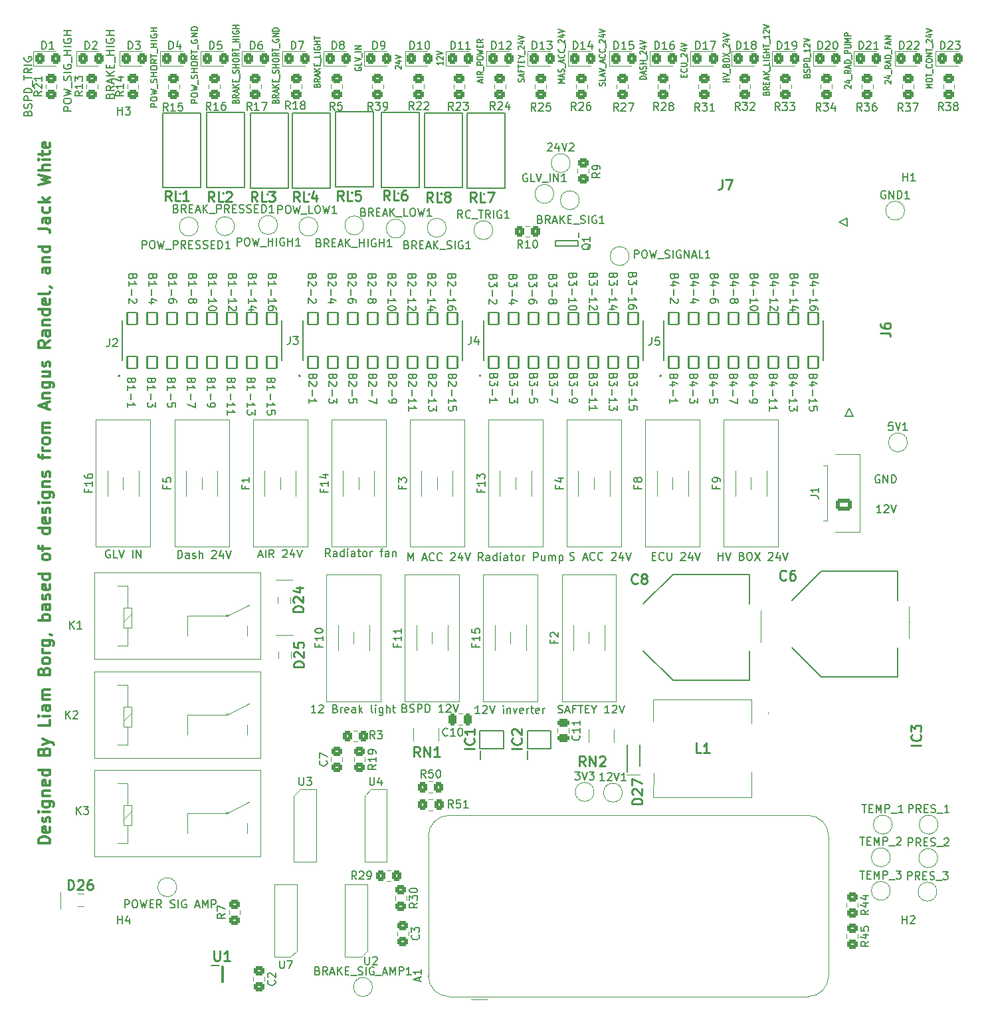
<source format=gto>
%TF.GenerationSoftware,KiCad,Pcbnew,8.0.4*%
%TF.CreationDate,2024-10-16T17:02:47+10:30*%
%TF.ProjectId,power_and_monotoring,706f7765-725f-4616-9e64-5f6d6f6e6f74,rev?*%
%TF.SameCoordinates,Original*%
%TF.FileFunction,Legend,Top*%
%TF.FilePolarity,Positive*%
%FSLAX46Y46*%
G04 Gerber Fmt 4.6, Leading zero omitted, Abs format (unit mm)*
G04 Created by KiCad (PCBNEW 8.0.4) date 2024-10-16 17:02:47*
%MOMM*%
%LPD*%
G01*
G04 APERTURE LIST*
G04 Aperture macros list*
%AMRoundRect*
0 Rectangle with rounded corners*
0 $1 Rounding radius*
0 $2 $3 $4 $5 $6 $7 $8 $9 X,Y pos of 4 corners*
0 Add a 4 corners polygon primitive as box body*
4,1,4,$2,$3,$4,$5,$6,$7,$8,$9,$2,$3,0*
0 Add four circle primitives for the rounded corners*
1,1,$1+$1,$2,$3*
1,1,$1+$1,$4,$5*
1,1,$1+$1,$6,$7*
1,1,$1+$1,$8,$9*
0 Add four rect primitives between the rounded corners*
20,1,$1+$1,$2,$3,$4,$5,0*
20,1,$1+$1,$4,$5,$6,$7,0*
20,1,$1+$1,$6,$7,$8,$9,0*
20,1,$1+$1,$8,$9,$2,$3,0*%
G04 Aperture macros list end*
%ADD10C,0.300000*%
%ADD11C,0.150000*%
%ADD12C,0.254000*%
%ADD13C,0.200000*%
%ADD14C,0.120000*%
%ADD15C,0.127000*%
%ADD16C,0.100000*%
%ADD17C,0.050000*%
%ADD18RoundRect,0.250000X0.450000X-0.325000X0.450000X0.325000X-0.450000X0.325000X-0.450000X-0.325000X0*%
%ADD19C,2.780000*%
%ADD20C,2.410000*%
%ADD21R,1.270000X2.540000*%
%ADD22R,0.450000X0.800000*%
%ADD23RoundRect,0.250000X-0.325000X-0.450000X0.325000X-0.450000X0.325000X0.450000X-0.325000X0.450000X0*%
%ADD24R,0.800000X0.900000*%
%ADD25RoundRect,0.249550X-0.450450X0.325450X-0.450450X-0.325450X0.450450X-0.325450X0.450450X0.325450X0*%
%ADD26RoundRect,0.250000X-0.450000X0.325000X-0.450000X-0.325000X0.450000X-0.325000X0.450000X0.325000X0*%
%ADD27C,1.270000*%
%ADD28RoundRect,0.250001X0.759999X-0.499999X0.759999X0.499999X-0.759999X0.499999X-0.759999X-0.499999X0*%
%ADD29O,2.020000X1.500000*%
%ADD30R,1.340000X1.800000*%
%ADD31C,2.000000*%
%ADD32C,0.970000*%
%ADD33RoundRect,0.102000X-0.635000X-0.780000X0.635000X-0.780000X0.635000X0.780000X-0.635000X0.780000X0*%
%ADD34R,2.900000X5.400000*%
%ADD35C,1.240000*%
%ADD36R,1.550000X0.600000*%
%ADD37C,3.200000*%
%ADD38C,2.540000*%
%ADD39R,1.600000X1.600000*%
%ADD40C,1.600000*%
%ADD41C,0.800000*%
%ADD42C,6.400000*%
%ADD43RoundRect,0.250000X0.325000X0.450000X-0.325000X0.450000X-0.325000X-0.450000X0.325000X-0.450000X0*%
%ADD44R,2.300000X2.300000*%
%ADD45C,2.300000*%
%ADD46R,5.700000X2.000000*%
%ADD47R,4.320000X1.020000*%
%ADD48R,9.910000X11.180000*%
%ADD49R,2.540000X1.270000*%
%ADD50R,1.800000X1.340000*%
%ADD51R,1.120000X1.240000*%
%ADD52RoundRect,0.250000X-0.475000X0.250000X-0.475000X-0.250000X0.475000X-0.250000X0.475000X0.250000X0*%
%ADD53RoundRect,0.250000X0.250000X0.475000X-0.250000X0.475000X-0.250000X-0.475000X0.250000X-0.475000X0*%
%ADD54R,1.050000X0.400000*%
%ADD55R,0.450000X1.350000*%
%ADD56RoundRect,0.249550X0.450450X-0.325450X0.450450X0.325450X-0.450450X0.325450X-0.450450X-0.325450X0*%
G04 APERTURE END LIST*
D10*
X44911228Y-234192289D02*
X43411228Y-234192289D01*
X43411228Y-234192289D02*
X43411228Y-233835146D01*
X43411228Y-233835146D02*
X43482657Y-233620860D01*
X43482657Y-233620860D02*
X43625514Y-233478003D01*
X43625514Y-233478003D02*
X43768371Y-233406574D01*
X43768371Y-233406574D02*
X44054085Y-233335146D01*
X44054085Y-233335146D02*
X44268371Y-233335146D01*
X44268371Y-233335146D02*
X44554085Y-233406574D01*
X44554085Y-233406574D02*
X44696942Y-233478003D01*
X44696942Y-233478003D02*
X44839800Y-233620860D01*
X44839800Y-233620860D02*
X44911228Y-233835146D01*
X44911228Y-233835146D02*
X44911228Y-234192289D01*
X44839800Y-232120860D02*
X44911228Y-232263717D01*
X44911228Y-232263717D02*
X44911228Y-232549432D01*
X44911228Y-232549432D02*
X44839800Y-232692289D01*
X44839800Y-232692289D02*
X44696942Y-232763717D01*
X44696942Y-232763717D02*
X44125514Y-232763717D01*
X44125514Y-232763717D02*
X43982657Y-232692289D01*
X43982657Y-232692289D02*
X43911228Y-232549432D01*
X43911228Y-232549432D02*
X43911228Y-232263717D01*
X43911228Y-232263717D02*
X43982657Y-232120860D01*
X43982657Y-232120860D02*
X44125514Y-232049432D01*
X44125514Y-232049432D02*
X44268371Y-232049432D01*
X44268371Y-232049432D02*
X44411228Y-232763717D01*
X44839800Y-231478003D02*
X44911228Y-231335146D01*
X44911228Y-231335146D02*
X44911228Y-231049432D01*
X44911228Y-231049432D02*
X44839800Y-230906575D01*
X44839800Y-230906575D02*
X44696942Y-230835146D01*
X44696942Y-230835146D02*
X44625514Y-230835146D01*
X44625514Y-230835146D02*
X44482657Y-230906575D01*
X44482657Y-230906575D02*
X44411228Y-231049432D01*
X44411228Y-231049432D02*
X44411228Y-231263718D01*
X44411228Y-231263718D02*
X44339800Y-231406575D01*
X44339800Y-231406575D02*
X44196942Y-231478003D01*
X44196942Y-231478003D02*
X44125514Y-231478003D01*
X44125514Y-231478003D02*
X43982657Y-231406575D01*
X43982657Y-231406575D02*
X43911228Y-231263718D01*
X43911228Y-231263718D02*
X43911228Y-231049432D01*
X43911228Y-231049432D02*
X43982657Y-230906575D01*
X44911228Y-230192289D02*
X43911228Y-230192289D01*
X43411228Y-230192289D02*
X43482657Y-230263717D01*
X43482657Y-230263717D02*
X43554085Y-230192289D01*
X43554085Y-230192289D02*
X43482657Y-230120860D01*
X43482657Y-230120860D02*
X43411228Y-230192289D01*
X43411228Y-230192289D02*
X43554085Y-230192289D01*
X43911228Y-228835146D02*
X45125514Y-228835146D01*
X45125514Y-228835146D02*
X45268371Y-228906574D01*
X45268371Y-228906574D02*
X45339800Y-228978003D01*
X45339800Y-228978003D02*
X45411228Y-229120860D01*
X45411228Y-229120860D02*
X45411228Y-229335146D01*
X45411228Y-229335146D02*
X45339800Y-229478003D01*
X44839800Y-228835146D02*
X44911228Y-228978003D01*
X44911228Y-228978003D02*
X44911228Y-229263717D01*
X44911228Y-229263717D02*
X44839800Y-229406574D01*
X44839800Y-229406574D02*
X44768371Y-229478003D01*
X44768371Y-229478003D02*
X44625514Y-229549431D01*
X44625514Y-229549431D02*
X44196942Y-229549431D01*
X44196942Y-229549431D02*
X44054085Y-229478003D01*
X44054085Y-229478003D02*
X43982657Y-229406574D01*
X43982657Y-229406574D02*
X43911228Y-229263717D01*
X43911228Y-229263717D02*
X43911228Y-228978003D01*
X43911228Y-228978003D02*
X43982657Y-228835146D01*
X43911228Y-228120860D02*
X44911228Y-228120860D01*
X44054085Y-228120860D02*
X43982657Y-228049431D01*
X43982657Y-228049431D02*
X43911228Y-227906574D01*
X43911228Y-227906574D02*
X43911228Y-227692288D01*
X43911228Y-227692288D02*
X43982657Y-227549431D01*
X43982657Y-227549431D02*
X44125514Y-227478003D01*
X44125514Y-227478003D02*
X44911228Y-227478003D01*
X44839800Y-226192288D02*
X44911228Y-226335145D01*
X44911228Y-226335145D02*
X44911228Y-226620860D01*
X44911228Y-226620860D02*
X44839800Y-226763717D01*
X44839800Y-226763717D02*
X44696942Y-226835145D01*
X44696942Y-226835145D02*
X44125514Y-226835145D01*
X44125514Y-226835145D02*
X43982657Y-226763717D01*
X43982657Y-226763717D02*
X43911228Y-226620860D01*
X43911228Y-226620860D02*
X43911228Y-226335145D01*
X43911228Y-226335145D02*
X43982657Y-226192288D01*
X43982657Y-226192288D02*
X44125514Y-226120860D01*
X44125514Y-226120860D02*
X44268371Y-226120860D01*
X44268371Y-226120860D02*
X44411228Y-226835145D01*
X44911228Y-224835146D02*
X43411228Y-224835146D01*
X44839800Y-224835146D02*
X44911228Y-224978003D01*
X44911228Y-224978003D02*
X44911228Y-225263717D01*
X44911228Y-225263717D02*
X44839800Y-225406574D01*
X44839800Y-225406574D02*
X44768371Y-225478003D01*
X44768371Y-225478003D02*
X44625514Y-225549431D01*
X44625514Y-225549431D02*
X44196942Y-225549431D01*
X44196942Y-225549431D02*
X44054085Y-225478003D01*
X44054085Y-225478003D02*
X43982657Y-225406574D01*
X43982657Y-225406574D02*
X43911228Y-225263717D01*
X43911228Y-225263717D02*
X43911228Y-224978003D01*
X43911228Y-224978003D02*
X43982657Y-224835146D01*
X44125514Y-222478003D02*
X44196942Y-222263717D01*
X44196942Y-222263717D02*
X44268371Y-222192288D01*
X44268371Y-222192288D02*
X44411228Y-222120860D01*
X44411228Y-222120860D02*
X44625514Y-222120860D01*
X44625514Y-222120860D02*
X44768371Y-222192288D01*
X44768371Y-222192288D02*
X44839800Y-222263717D01*
X44839800Y-222263717D02*
X44911228Y-222406574D01*
X44911228Y-222406574D02*
X44911228Y-222978003D01*
X44911228Y-222978003D02*
X43411228Y-222978003D01*
X43411228Y-222978003D02*
X43411228Y-222478003D01*
X43411228Y-222478003D02*
X43482657Y-222335146D01*
X43482657Y-222335146D02*
X43554085Y-222263717D01*
X43554085Y-222263717D02*
X43696942Y-222192288D01*
X43696942Y-222192288D02*
X43839800Y-222192288D01*
X43839800Y-222192288D02*
X43982657Y-222263717D01*
X43982657Y-222263717D02*
X44054085Y-222335146D01*
X44054085Y-222335146D02*
X44125514Y-222478003D01*
X44125514Y-222478003D02*
X44125514Y-222978003D01*
X43911228Y-221620860D02*
X44911228Y-221263717D01*
X43911228Y-220906574D02*
X44911228Y-221263717D01*
X44911228Y-221263717D02*
X45268371Y-221406574D01*
X45268371Y-221406574D02*
X45339800Y-221478003D01*
X45339800Y-221478003D02*
X45411228Y-221620860D01*
X44911228Y-218478003D02*
X44911228Y-219192289D01*
X44911228Y-219192289D02*
X43411228Y-219192289D01*
X44911228Y-217978003D02*
X43911228Y-217978003D01*
X43411228Y-217978003D02*
X43482657Y-218049431D01*
X43482657Y-218049431D02*
X43554085Y-217978003D01*
X43554085Y-217978003D02*
X43482657Y-217906574D01*
X43482657Y-217906574D02*
X43411228Y-217978003D01*
X43411228Y-217978003D02*
X43554085Y-217978003D01*
X44911228Y-216620860D02*
X44125514Y-216620860D01*
X44125514Y-216620860D02*
X43982657Y-216692288D01*
X43982657Y-216692288D02*
X43911228Y-216835145D01*
X43911228Y-216835145D02*
X43911228Y-217120860D01*
X43911228Y-217120860D02*
X43982657Y-217263717D01*
X44839800Y-216620860D02*
X44911228Y-216763717D01*
X44911228Y-216763717D02*
X44911228Y-217120860D01*
X44911228Y-217120860D02*
X44839800Y-217263717D01*
X44839800Y-217263717D02*
X44696942Y-217335145D01*
X44696942Y-217335145D02*
X44554085Y-217335145D01*
X44554085Y-217335145D02*
X44411228Y-217263717D01*
X44411228Y-217263717D02*
X44339800Y-217120860D01*
X44339800Y-217120860D02*
X44339800Y-216763717D01*
X44339800Y-216763717D02*
X44268371Y-216620860D01*
X44911228Y-215906574D02*
X43911228Y-215906574D01*
X44054085Y-215906574D02*
X43982657Y-215835145D01*
X43982657Y-215835145D02*
X43911228Y-215692288D01*
X43911228Y-215692288D02*
X43911228Y-215478002D01*
X43911228Y-215478002D02*
X43982657Y-215335145D01*
X43982657Y-215335145D02*
X44125514Y-215263717D01*
X44125514Y-215263717D02*
X44911228Y-215263717D01*
X44125514Y-215263717D02*
X43982657Y-215192288D01*
X43982657Y-215192288D02*
X43911228Y-215049431D01*
X43911228Y-215049431D02*
X43911228Y-214835145D01*
X43911228Y-214835145D02*
X43982657Y-214692288D01*
X43982657Y-214692288D02*
X44125514Y-214620859D01*
X44125514Y-214620859D02*
X44911228Y-214620859D01*
X44125514Y-212263717D02*
X44196942Y-212049431D01*
X44196942Y-212049431D02*
X44268371Y-211978002D01*
X44268371Y-211978002D02*
X44411228Y-211906574D01*
X44411228Y-211906574D02*
X44625514Y-211906574D01*
X44625514Y-211906574D02*
X44768371Y-211978002D01*
X44768371Y-211978002D02*
X44839800Y-212049431D01*
X44839800Y-212049431D02*
X44911228Y-212192288D01*
X44911228Y-212192288D02*
X44911228Y-212763717D01*
X44911228Y-212763717D02*
X43411228Y-212763717D01*
X43411228Y-212763717D02*
X43411228Y-212263717D01*
X43411228Y-212263717D02*
X43482657Y-212120860D01*
X43482657Y-212120860D02*
X43554085Y-212049431D01*
X43554085Y-212049431D02*
X43696942Y-211978002D01*
X43696942Y-211978002D02*
X43839800Y-211978002D01*
X43839800Y-211978002D02*
X43982657Y-212049431D01*
X43982657Y-212049431D02*
X44054085Y-212120860D01*
X44054085Y-212120860D02*
X44125514Y-212263717D01*
X44125514Y-212263717D02*
X44125514Y-212763717D01*
X44911228Y-211049431D02*
X44839800Y-211192288D01*
X44839800Y-211192288D02*
X44768371Y-211263717D01*
X44768371Y-211263717D02*
X44625514Y-211335145D01*
X44625514Y-211335145D02*
X44196942Y-211335145D01*
X44196942Y-211335145D02*
X44054085Y-211263717D01*
X44054085Y-211263717D02*
X43982657Y-211192288D01*
X43982657Y-211192288D02*
X43911228Y-211049431D01*
X43911228Y-211049431D02*
X43911228Y-210835145D01*
X43911228Y-210835145D02*
X43982657Y-210692288D01*
X43982657Y-210692288D02*
X44054085Y-210620860D01*
X44054085Y-210620860D02*
X44196942Y-210549431D01*
X44196942Y-210549431D02*
X44625514Y-210549431D01*
X44625514Y-210549431D02*
X44768371Y-210620860D01*
X44768371Y-210620860D02*
X44839800Y-210692288D01*
X44839800Y-210692288D02*
X44911228Y-210835145D01*
X44911228Y-210835145D02*
X44911228Y-211049431D01*
X44911228Y-209906574D02*
X43911228Y-209906574D01*
X44196942Y-209906574D02*
X44054085Y-209835145D01*
X44054085Y-209835145D02*
X43982657Y-209763717D01*
X43982657Y-209763717D02*
X43911228Y-209620859D01*
X43911228Y-209620859D02*
X43911228Y-209478002D01*
X43911228Y-208335146D02*
X45125514Y-208335146D01*
X45125514Y-208335146D02*
X45268371Y-208406574D01*
X45268371Y-208406574D02*
X45339800Y-208478003D01*
X45339800Y-208478003D02*
X45411228Y-208620860D01*
X45411228Y-208620860D02*
X45411228Y-208835146D01*
X45411228Y-208835146D02*
X45339800Y-208978003D01*
X44839800Y-208335146D02*
X44911228Y-208478003D01*
X44911228Y-208478003D02*
X44911228Y-208763717D01*
X44911228Y-208763717D02*
X44839800Y-208906574D01*
X44839800Y-208906574D02*
X44768371Y-208978003D01*
X44768371Y-208978003D02*
X44625514Y-209049431D01*
X44625514Y-209049431D02*
X44196942Y-209049431D01*
X44196942Y-209049431D02*
X44054085Y-208978003D01*
X44054085Y-208978003D02*
X43982657Y-208906574D01*
X43982657Y-208906574D02*
X43911228Y-208763717D01*
X43911228Y-208763717D02*
X43911228Y-208478003D01*
X43911228Y-208478003D02*
X43982657Y-208335146D01*
X44839800Y-207549431D02*
X44911228Y-207549431D01*
X44911228Y-207549431D02*
X45054085Y-207620860D01*
X45054085Y-207620860D02*
X45125514Y-207692288D01*
X44911228Y-205763717D02*
X43411228Y-205763717D01*
X43982657Y-205763717D02*
X43911228Y-205620860D01*
X43911228Y-205620860D02*
X43911228Y-205335145D01*
X43911228Y-205335145D02*
X43982657Y-205192288D01*
X43982657Y-205192288D02*
X44054085Y-205120860D01*
X44054085Y-205120860D02*
X44196942Y-205049431D01*
X44196942Y-205049431D02*
X44625514Y-205049431D01*
X44625514Y-205049431D02*
X44768371Y-205120860D01*
X44768371Y-205120860D02*
X44839800Y-205192288D01*
X44839800Y-205192288D02*
X44911228Y-205335145D01*
X44911228Y-205335145D02*
X44911228Y-205620860D01*
X44911228Y-205620860D02*
X44839800Y-205763717D01*
X44911228Y-203763717D02*
X44125514Y-203763717D01*
X44125514Y-203763717D02*
X43982657Y-203835145D01*
X43982657Y-203835145D02*
X43911228Y-203978002D01*
X43911228Y-203978002D02*
X43911228Y-204263717D01*
X43911228Y-204263717D02*
X43982657Y-204406574D01*
X44839800Y-203763717D02*
X44911228Y-203906574D01*
X44911228Y-203906574D02*
X44911228Y-204263717D01*
X44911228Y-204263717D02*
X44839800Y-204406574D01*
X44839800Y-204406574D02*
X44696942Y-204478002D01*
X44696942Y-204478002D02*
X44554085Y-204478002D01*
X44554085Y-204478002D02*
X44411228Y-204406574D01*
X44411228Y-204406574D02*
X44339800Y-204263717D01*
X44339800Y-204263717D02*
X44339800Y-203906574D01*
X44339800Y-203906574D02*
X44268371Y-203763717D01*
X44839800Y-203120859D02*
X44911228Y-202978002D01*
X44911228Y-202978002D02*
X44911228Y-202692288D01*
X44911228Y-202692288D02*
X44839800Y-202549431D01*
X44839800Y-202549431D02*
X44696942Y-202478002D01*
X44696942Y-202478002D02*
X44625514Y-202478002D01*
X44625514Y-202478002D02*
X44482657Y-202549431D01*
X44482657Y-202549431D02*
X44411228Y-202692288D01*
X44411228Y-202692288D02*
X44411228Y-202906574D01*
X44411228Y-202906574D02*
X44339800Y-203049431D01*
X44339800Y-203049431D02*
X44196942Y-203120859D01*
X44196942Y-203120859D02*
X44125514Y-203120859D01*
X44125514Y-203120859D02*
X43982657Y-203049431D01*
X43982657Y-203049431D02*
X43911228Y-202906574D01*
X43911228Y-202906574D02*
X43911228Y-202692288D01*
X43911228Y-202692288D02*
X43982657Y-202549431D01*
X44839800Y-201263716D02*
X44911228Y-201406573D01*
X44911228Y-201406573D02*
X44911228Y-201692288D01*
X44911228Y-201692288D02*
X44839800Y-201835145D01*
X44839800Y-201835145D02*
X44696942Y-201906573D01*
X44696942Y-201906573D02*
X44125514Y-201906573D01*
X44125514Y-201906573D02*
X43982657Y-201835145D01*
X43982657Y-201835145D02*
X43911228Y-201692288D01*
X43911228Y-201692288D02*
X43911228Y-201406573D01*
X43911228Y-201406573D02*
X43982657Y-201263716D01*
X43982657Y-201263716D02*
X44125514Y-201192288D01*
X44125514Y-201192288D02*
X44268371Y-201192288D01*
X44268371Y-201192288D02*
X44411228Y-201906573D01*
X44911228Y-199906574D02*
X43411228Y-199906574D01*
X44839800Y-199906574D02*
X44911228Y-200049431D01*
X44911228Y-200049431D02*
X44911228Y-200335145D01*
X44911228Y-200335145D02*
X44839800Y-200478002D01*
X44839800Y-200478002D02*
X44768371Y-200549431D01*
X44768371Y-200549431D02*
X44625514Y-200620859D01*
X44625514Y-200620859D02*
X44196942Y-200620859D01*
X44196942Y-200620859D02*
X44054085Y-200549431D01*
X44054085Y-200549431D02*
X43982657Y-200478002D01*
X43982657Y-200478002D02*
X43911228Y-200335145D01*
X43911228Y-200335145D02*
X43911228Y-200049431D01*
X43911228Y-200049431D02*
X43982657Y-199906574D01*
X44911228Y-197835145D02*
X44839800Y-197978002D01*
X44839800Y-197978002D02*
X44768371Y-198049431D01*
X44768371Y-198049431D02*
X44625514Y-198120859D01*
X44625514Y-198120859D02*
X44196942Y-198120859D01*
X44196942Y-198120859D02*
X44054085Y-198049431D01*
X44054085Y-198049431D02*
X43982657Y-197978002D01*
X43982657Y-197978002D02*
X43911228Y-197835145D01*
X43911228Y-197835145D02*
X43911228Y-197620859D01*
X43911228Y-197620859D02*
X43982657Y-197478002D01*
X43982657Y-197478002D02*
X44054085Y-197406574D01*
X44054085Y-197406574D02*
X44196942Y-197335145D01*
X44196942Y-197335145D02*
X44625514Y-197335145D01*
X44625514Y-197335145D02*
X44768371Y-197406574D01*
X44768371Y-197406574D02*
X44839800Y-197478002D01*
X44839800Y-197478002D02*
X44911228Y-197620859D01*
X44911228Y-197620859D02*
X44911228Y-197835145D01*
X43911228Y-196906573D02*
X43911228Y-196335145D01*
X44911228Y-196692288D02*
X43625514Y-196692288D01*
X43625514Y-196692288D02*
X43482657Y-196620859D01*
X43482657Y-196620859D02*
X43411228Y-196478002D01*
X43411228Y-196478002D02*
X43411228Y-196335145D01*
X44911228Y-194049431D02*
X43411228Y-194049431D01*
X44839800Y-194049431D02*
X44911228Y-194192288D01*
X44911228Y-194192288D02*
X44911228Y-194478002D01*
X44911228Y-194478002D02*
X44839800Y-194620859D01*
X44839800Y-194620859D02*
X44768371Y-194692288D01*
X44768371Y-194692288D02*
X44625514Y-194763716D01*
X44625514Y-194763716D02*
X44196942Y-194763716D01*
X44196942Y-194763716D02*
X44054085Y-194692288D01*
X44054085Y-194692288D02*
X43982657Y-194620859D01*
X43982657Y-194620859D02*
X43911228Y-194478002D01*
X43911228Y-194478002D02*
X43911228Y-194192288D01*
X43911228Y-194192288D02*
X43982657Y-194049431D01*
X44839800Y-192763716D02*
X44911228Y-192906573D01*
X44911228Y-192906573D02*
X44911228Y-193192288D01*
X44911228Y-193192288D02*
X44839800Y-193335145D01*
X44839800Y-193335145D02*
X44696942Y-193406573D01*
X44696942Y-193406573D02*
X44125514Y-193406573D01*
X44125514Y-193406573D02*
X43982657Y-193335145D01*
X43982657Y-193335145D02*
X43911228Y-193192288D01*
X43911228Y-193192288D02*
X43911228Y-192906573D01*
X43911228Y-192906573D02*
X43982657Y-192763716D01*
X43982657Y-192763716D02*
X44125514Y-192692288D01*
X44125514Y-192692288D02*
X44268371Y-192692288D01*
X44268371Y-192692288D02*
X44411228Y-193406573D01*
X44839800Y-192120859D02*
X44911228Y-191978002D01*
X44911228Y-191978002D02*
X44911228Y-191692288D01*
X44911228Y-191692288D02*
X44839800Y-191549431D01*
X44839800Y-191549431D02*
X44696942Y-191478002D01*
X44696942Y-191478002D02*
X44625514Y-191478002D01*
X44625514Y-191478002D02*
X44482657Y-191549431D01*
X44482657Y-191549431D02*
X44411228Y-191692288D01*
X44411228Y-191692288D02*
X44411228Y-191906574D01*
X44411228Y-191906574D02*
X44339800Y-192049431D01*
X44339800Y-192049431D02*
X44196942Y-192120859D01*
X44196942Y-192120859D02*
X44125514Y-192120859D01*
X44125514Y-192120859D02*
X43982657Y-192049431D01*
X43982657Y-192049431D02*
X43911228Y-191906574D01*
X43911228Y-191906574D02*
X43911228Y-191692288D01*
X43911228Y-191692288D02*
X43982657Y-191549431D01*
X44911228Y-190835145D02*
X43911228Y-190835145D01*
X43411228Y-190835145D02*
X43482657Y-190906573D01*
X43482657Y-190906573D02*
X43554085Y-190835145D01*
X43554085Y-190835145D02*
X43482657Y-190763716D01*
X43482657Y-190763716D02*
X43411228Y-190835145D01*
X43411228Y-190835145D02*
X43554085Y-190835145D01*
X43911228Y-189478002D02*
X45125514Y-189478002D01*
X45125514Y-189478002D02*
X45268371Y-189549430D01*
X45268371Y-189549430D02*
X45339800Y-189620859D01*
X45339800Y-189620859D02*
X45411228Y-189763716D01*
X45411228Y-189763716D02*
X45411228Y-189978002D01*
X45411228Y-189978002D02*
X45339800Y-190120859D01*
X44839800Y-189478002D02*
X44911228Y-189620859D01*
X44911228Y-189620859D02*
X44911228Y-189906573D01*
X44911228Y-189906573D02*
X44839800Y-190049430D01*
X44839800Y-190049430D02*
X44768371Y-190120859D01*
X44768371Y-190120859D02*
X44625514Y-190192287D01*
X44625514Y-190192287D02*
X44196942Y-190192287D01*
X44196942Y-190192287D02*
X44054085Y-190120859D01*
X44054085Y-190120859D02*
X43982657Y-190049430D01*
X43982657Y-190049430D02*
X43911228Y-189906573D01*
X43911228Y-189906573D02*
X43911228Y-189620859D01*
X43911228Y-189620859D02*
X43982657Y-189478002D01*
X43911228Y-188763716D02*
X44911228Y-188763716D01*
X44054085Y-188763716D02*
X43982657Y-188692287D01*
X43982657Y-188692287D02*
X43911228Y-188549430D01*
X43911228Y-188549430D02*
X43911228Y-188335144D01*
X43911228Y-188335144D02*
X43982657Y-188192287D01*
X43982657Y-188192287D02*
X44125514Y-188120859D01*
X44125514Y-188120859D02*
X44911228Y-188120859D01*
X44839800Y-187478001D02*
X44911228Y-187335144D01*
X44911228Y-187335144D02*
X44911228Y-187049430D01*
X44911228Y-187049430D02*
X44839800Y-186906573D01*
X44839800Y-186906573D02*
X44696942Y-186835144D01*
X44696942Y-186835144D02*
X44625514Y-186835144D01*
X44625514Y-186835144D02*
X44482657Y-186906573D01*
X44482657Y-186906573D02*
X44411228Y-187049430D01*
X44411228Y-187049430D02*
X44411228Y-187263716D01*
X44411228Y-187263716D02*
X44339800Y-187406573D01*
X44339800Y-187406573D02*
X44196942Y-187478001D01*
X44196942Y-187478001D02*
X44125514Y-187478001D01*
X44125514Y-187478001D02*
X43982657Y-187406573D01*
X43982657Y-187406573D02*
X43911228Y-187263716D01*
X43911228Y-187263716D02*
X43911228Y-187049430D01*
X43911228Y-187049430D02*
X43982657Y-186906573D01*
X43911228Y-185263715D02*
X43911228Y-184692287D01*
X44911228Y-185049430D02*
X43625514Y-185049430D01*
X43625514Y-185049430D02*
X43482657Y-184978001D01*
X43482657Y-184978001D02*
X43411228Y-184835144D01*
X43411228Y-184835144D02*
X43411228Y-184692287D01*
X44911228Y-184192287D02*
X43911228Y-184192287D01*
X44196942Y-184192287D02*
X44054085Y-184120858D01*
X44054085Y-184120858D02*
X43982657Y-184049430D01*
X43982657Y-184049430D02*
X43911228Y-183906572D01*
X43911228Y-183906572D02*
X43911228Y-183763715D01*
X44911228Y-183049430D02*
X44839800Y-183192287D01*
X44839800Y-183192287D02*
X44768371Y-183263716D01*
X44768371Y-183263716D02*
X44625514Y-183335144D01*
X44625514Y-183335144D02*
X44196942Y-183335144D01*
X44196942Y-183335144D02*
X44054085Y-183263716D01*
X44054085Y-183263716D02*
X43982657Y-183192287D01*
X43982657Y-183192287D02*
X43911228Y-183049430D01*
X43911228Y-183049430D02*
X43911228Y-182835144D01*
X43911228Y-182835144D02*
X43982657Y-182692287D01*
X43982657Y-182692287D02*
X44054085Y-182620859D01*
X44054085Y-182620859D02*
X44196942Y-182549430D01*
X44196942Y-182549430D02*
X44625514Y-182549430D01*
X44625514Y-182549430D02*
X44768371Y-182620859D01*
X44768371Y-182620859D02*
X44839800Y-182692287D01*
X44839800Y-182692287D02*
X44911228Y-182835144D01*
X44911228Y-182835144D02*
X44911228Y-183049430D01*
X44911228Y-181906573D02*
X43911228Y-181906573D01*
X44054085Y-181906573D02*
X43982657Y-181835144D01*
X43982657Y-181835144D02*
X43911228Y-181692287D01*
X43911228Y-181692287D02*
X43911228Y-181478001D01*
X43911228Y-181478001D02*
X43982657Y-181335144D01*
X43982657Y-181335144D02*
X44125514Y-181263716D01*
X44125514Y-181263716D02*
X44911228Y-181263716D01*
X44125514Y-181263716D02*
X43982657Y-181192287D01*
X43982657Y-181192287D02*
X43911228Y-181049430D01*
X43911228Y-181049430D02*
X43911228Y-180835144D01*
X43911228Y-180835144D02*
X43982657Y-180692287D01*
X43982657Y-180692287D02*
X44125514Y-180620858D01*
X44125514Y-180620858D02*
X44911228Y-180620858D01*
X44482657Y-178835144D02*
X44482657Y-178120859D01*
X44911228Y-178978001D02*
X43411228Y-178478001D01*
X43411228Y-178478001D02*
X44911228Y-177978001D01*
X43911228Y-177478002D02*
X44911228Y-177478002D01*
X44054085Y-177478002D02*
X43982657Y-177406573D01*
X43982657Y-177406573D02*
X43911228Y-177263716D01*
X43911228Y-177263716D02*
X43911228Y-177049430D01*
X43911228Y-177049430D02*
X43982657Y-176906573D01*
X43982657Y-176906573D02*
X44125514Y-176835145D01*
X44125514Y-176835145D02*
X44911228Y-176835145D01*
X43911228Y-175478002D02*
X45125514Y-175478002D01*
X45125514Y-175478002D02*
X45268371Y-175549430D01*
X45268371Y-175549430D02*
X45339800Y-175620859D01*
X45339800Y-175620859D02*
X45411228Y-175763716D01*
X45411228Y-175763716D02*
X45411228Y-175978002D01*
X45411228Y-175978002D02*
X45339800Y-176120859D01*
X44839800Y-175478002D02*
X44911228Y-175620859D01*
X44911228Y-175620859D02*
X44911228Y-175906573D01*
X44911228Y-175906573D02*
X44839800Y-176049430D01*
X44839800Y-176049430D02*
X44768371Y-176120859D01*
X44768371Y-176120859D02*
X44625514Y-176192287D01*
X44625514Y-176192287D02*
X44196942Y-176192287D01*
X44196942Y-176192287D02*
X44054085Y-176120859D01*
X44054085Y-176120859D02*
X43982657Y-176049430D01*
X43982657Y-176049430D02*
X43911228Y-175906573D01*
X43911228Y-175906573D02*
X43911228Y-175620859D01*
X43911228Y-175620859D02*
X43982657Y-175478002D01*
X43911228Y-174120859D02*
X44911228Y-174120859D01*
X43911228Y-174763716D02*
X44696942Y-174763716D01*
X44696942Y-174763716D02*
X44839800Y-174692287D01*
X44839800Y-174692287D02*
X44911228Y-174549430D01*
X44911228Y-174549430D02*
X44911228Y-174335144D01*
X44911228Y-174335144D02*
X44839800Y-174192287D01*
X44839800Y-174192287D02*
X44768371Y-174120859D01*
X44839800Y-173478001D02*
X44911228Y-173335144D01*
X44911228Y-173335144D02*
X44911228Y-173049430D01*
X44911228Y-173049430D02*
X44839800Y-172906573D01*
X44839800Y-172906573D02*
X44696942Y-172835144D01*
X44696942Y-172835144D02*
X44625514Y-172835144D01*
X44625514Y-172835144D02*
X44482657Y-172906573D01*
X44482657Y-172906573D02*
X44411228Y-173049430D01*
X44411228Y-173049430D02*
X44411228Y-173263716D01*
X44411228Y-173263716D02*
X44339800Y-173406573D01*
X44339800Y-173406573D02*
X44196942Y-173478001D01*
X44196942Y-173478001D02*
X44125514Y-173478001D01*
X44125514Y-173478001D02*
X43982657Y-173406573D01*
X43982657Y-173406573D02*
X43911228Y-173263716D01*
X43911228Y-173263716D02*
X43911228Y-173049430D01*
X43911228Y-173049430D02*
X43982657Y-172906573D01*
X44911228Y-170192287D02*
X44196942Y-170692287D01*
X44911228Y-171049430D02*
X43411228Y-171049430D01*
X43411228Y-171049430D02*
X43411228Y-170478001D01*
X43411228Y-170478001D02*
X43482657Y-170335144D01*
X43482657Y-170335144D02*
X43554085Y-170263715D01*
X43554085Y-170263715D02*
X43696942Y-170192287D01*
X43696942Y-170192287D02*
X43911228Y-170192287D01*
X43911228Y-170192287D02*
X44054085Y-170263715D01*
X44054085Y-170263715D02*
X44125514Y-170335144D01*
X44125514Y-170335144D02*
X44196942Y-170478001D01*
X44196942Y-170478001D02*
X44196942Y-171049430D01*
X44911228Y-168906573D02*
X44125514Y-168906573D01*
X44125514Y-168906573D02*
X43982657Y-168978001D01*
X43982657Y-168978001D02*
X43911228Y-169120858D01*
X43911228Y-169120858D02*
X43911228Y-169406573D01*
X43911228Y-169406573D02*
X43982657Y-169549430D01*
X44839800Y-168906573D02*
X44911228Y-169049430D01*
X44911228Y-169049430D02*
X44911228Y-169406573D01*
X44911228Y-169406573D02*
X44839800Y-169549430D01*
X44839800Y-169549430D02*
X44696942Y-169620858D01*
X44696942Y-169620858D02*
X44554085Y-169620858D01*
X44554085Y-169620858D02*
X44411228Y-169549430D01*
X44411228Y-169549430D02*
X44339800Y-169406573D01*
X44339800Y-169406573D02*
X44339800Y-169049430D01*
X44339800Y-169049430D02*
X44268371Y-168906573D01*
X43911228Y-168192287D02*
X44911228Y-168192287D01*
X44054085Y-168192287D02*
X43982657Y-168120858D01*
X43982657Y-168120858D02*
X43911228Y-167978001D01*
X43911228Y-167978001D02*
X43911228Y-167763715D01*
X43911228Y-167763715D02*
X43982657Y-167620858D01*
X43982657Y-167620858D02*
X44125514Y-167549430D01*
X44125514Y-167549430D02*
X44911228Y-167549430D01*
X44911228Y-166192287D02*
X43411228Y-166192287D01*
X44839800Y-166192287D02*
X44911228Y-166335144D01*
X44911228Y-166335144D02*
X44911228Y-166620858D01*
X44911228Y-166620858D02*
X44839800Y-166763715D01*
X44839800Y-166763715D02*
X44768371Y-166835144D01*
X44768371Y-166835144D02*
X44625514Y-166906572D01*
X44625514Y-166906572D02*
X44196942Y-166906572D01*
X44196942Y-166906572D02*
X44054085Y-166835144D01*
X44054085Y-166835144D02*
X43982657Y-166763715D01*
X43982657Y-166763715D02*
X43911228Y-166620858D01*
X43911228Y-166620858D02*
X43911228Y-166335144D01*
X43911228Y-166335144D02*
X43982657Y-166192287D01*
X44839800Y-164906572D02*
X44911228Y-165049429D01*
X44911228Y-165049429D02*
X44911228Y-165335144D01*
X44911228Y-165335144D02*
X44839800Y-165478001D01*
X44839800Y-165478001D02*
X44696942Y-165549429D01*
X44696942Y-165549429D02*
X44125514Y-165549429D01*
X44125514Y-165549429D02*
X43982657Y-165478001D01*
X43982657Y-165478001D02*
X43911228Y-165335144D01*
X43911228Y-165335144D02*
X43911228Y-165049429D01*
X43911228Y-165049429D02*
X43982657Y-164906572D01*
X43982657Y-164906572D02*
X44125514Y-164835144D01*
X44125514Y-164835144D02*
X44268371Y-164835144D01*
X44268371Y-164835144D02*
X44411228Y-165549429D01*
X44911228Y-163978001D02*
X44839800Y-164120858D01*
X44839800Y-164120858D02*
X44696942Y-164192287D01*
X44696942Y-164192287D02*
X43411228Y-164192287D01*
X44839800Y-163335144D02*
X44911228Y-163335144D01*
X44911228Y-163335144D02*
X45054085Y-163406573D01*
X45054085Y-163406573D02*
X45125514Y-163478001D01*
X44911228Y-160906573D02*
X44125514Y-160906573D01*
X44125514Y-160906573D02*
X43982657Y-160978001D01*
X43982657Y-160978001D02*
X43911228Y-161120858D01*
X43911228Y-161120858D02*
X43911228Y-161406573D01*
X43911228Y-161406573D02*
X43982657Y-161549430D01*
X44839800Y-160906573D02*
X44911228Y-161049430D01*
X44911228Y-161049430D02*
X44911228Y-161406573D01*
X44911228Y-161406573D02*
X44839800Y-161549430D01*
X44839800Y-161549430D02*
X44696942Y-161620858D01*
X44696942Y-161620858D02*
X44554085Y-161620858D01*
X44554085Y-161620858D02*
X44411228Y-161549430D01*
X44411228Y-161549430D02*
X44339800Y-161406573D01*
X44339800Y-161406573D02*
X44339800Y-161049430D01*
X44339800Y-161049430D02*
X44268371Y-160906573D01*
X43911228Y-160192287D02*
X44911228Y-160192287D01*
X44054085Y-160192287D02*
X43982657Y-160120858D01*
X43982657Y-160120858D02*
X43911228Y-159978001D01*
X43911228Y-159978001D02*
X43911228Y-159763715D01*
X43911228Y-159763715D02*
X43982657Y-159620858D01*
X43982657Y-159620858D02*
X44125514Y-159549430D01*
X44125514Y-159549430D02*
X44911228Y-159549430D01*
X44911228Y-158192287D02*
X43411228Y-158192287D01*
X44839800Y-158192287D02*
X44911228Y-158335144D01*
X44911228Y-158335144D02*
X44911228Y-158620858D01*
X44911228Y-158620858D02*
X44839800Y-158763715D01*
X44839800Y-158763715D02*
X44768371Y-158835144D01*
X44768371Y-158835144D02*
X44625514Y-158906572D01*
X44625514Y-158906572D02*
X44196942Y-158906572D01*
X44196942Y-158906572D02*
X44054085Y-158835144D01*
X44054085Y-158835144D02*
X43982657Y-158763715D01*
X43982657Y-158763715D02*
X43911228Y-158620858D01*
X43911228Y-158620858D02*
X43911228Y-158335144D01*
X43911228Y-158335144D02*
X43982657Y-158192287D01*
X43411228Y-155906572D02*
X44482657Y-155906572D01*
X44482657Y-155906572D02*
X44696942Y-155978001D01*
X44696942Y-155978001D02*
X44839800Y-156120858D01*
X44839800Y-156120858D02*
X44911228Y-156335144D01*
X44911228Y-156335144D02*
X44911228Y-156478001D01*
X44911228Y-154549430D02*
X44125514Y-154549430D01*
X44125514Y-154549430D02*
X43982657Y-154620858D01*
X43982657Y-154620858D02*
X43911228Y-154763715D01*
X43911228Y-154763715D02*
X43911228Y-155049430D01*
X43911228Y-155049430D02*
X43982657Y-155192287D01*
X44839800Y-154549430D02*
X44911228Y-154692287D01*
X44911228Y-154692287D02*
X44911228Y-155049430D01*
X44911228Y-155049430D02*
X44839800Y-155192287D01*
X44839800Y-155192287D02*
X44696942Y-155263715D01*
X44696942Y-155263715D02*
X44554085Y-155263715D01*
X44554085Y-155263715D02*
X44411228Y-155192287D01*
X44411228Y-155192287D02*
X44339800Y-155049430D01*
X44339800Y-155049430D02*
X44339800Y-154692287D01*
X44339800Y-154692287D02*
X44268371Y-154549430D01*
X44839800Y-153192287D02*
X44911228Y-153335144D01*
X44911228Y-153335144D02*
X44911228Y-153620858D01*
X44911228Y-153620858D02*
X44839800Y-153763715D01*
X44839800Y-153763715D02*
X44768371Y-153835144D01*
X44768371Y-153835144D02*
X44625514Y-153906572D01*
X44625514Y-153906572D02*
X44196942Y-153906572D01*
X44196942Y-153906572D02*
X44054085Y-153835144D01*
X44054085Y-153835144D02*
X43982657Y-153763715D01*
X43982657Y-153763715D02*
X43911228Y-153620858D01*
X43911228Y-153620858D02*
X43911228Y-153335144D01*
X43911228Y-153335144D02*
X43982657Y-153192287D01*
X44911228Y-152549430D02*
X43411228Y-152549430D01*
X44339800Y-152406573D02*
X44911228Y-151978001D01*
X43911228Y-151978001D02*
X44482657Y-152549430D01*
X43411228Y-150335144D02*
X44911228Y-149978001D01*
X44911228Y-149978001D02*
X43839800Y-149692287D01*
X43839800Y-149692287D02*
X44911228Y-149406572D01*
X44911228Y-149406572D02*
X43411228Y-149049430D01*
X44911228Y-148478001D02*
X43411228Y-148478001D01*
X44911228Y-147835144D02*
X44125514Y-147835144D01*
X44125514Y-147835144D02*
X43982657Y-147906572D01*
X43982657Y-147906572D02*
X43911228Y-148049429D01*
X43911228Y-148049429D02*
X43911228Y-148263715D01*
X43911228Y-148263715D02*
X43982657Y-148406572D01*
X43982657Y-148406572D02*
X44054085Y-148478001D01*
X44911228Y-147120858D02*
X43911228Y-147120858D01*
X43411228Y-147120858D02*
X43482657Y-147192286D01*
X43482657Y-147192286D02*
X43554085Y-147120858D01*
X43554085Y-147120858D02*
X43482657Y-147049429D01*
X43482657Y-147049429D02*
X43411228Y-147120858D01*
X43411228Y-147120858D02*
X43554085Y-147120858D01*
X43911228Y-146620857D02*
X43911228Y-146049429D01*
X43411228Y-146406572D02*
X44696942Y-146406572D01*
X44696942Y-146406572D02*
X44839800Y-146335143D01*
X44839800Y-146335143D02*
X44911228Y-146192286D01*
X44911228Y-146192286D02*
X44911228Y-146049429D01*
X44839800Y-144978000D02*
X44911228Y-145120857D01*
X44911228Y-145120857D02*
X44911228Y-145406572D01*
X44911228Y-145406572D02*
X44839800Y-145549429D01*
X44839800Y-145549429D02*
X44696942Y-145620857D01*
X44696942Y-145620857D02*
X44125514Y-145620857D01*
X44125514Y-145620857D02*
X43982657Y-145549429D01*
X43982657Y-145549429D02*
X43911228Y-145406572D01*
X43911228Y-145406572D02*
X43911228Y-145120857D01*
X43911228Y-145120857D02*
X43982657Y-144978000D01*
X43982657Y-144978000D02*
X44125514Y-144906572D01*
X44125514Y-144906572D02*
X44268371Y-144906572D01*
X44268371Y-144906572D02*
X44411228Y-145620857D01*
D11*
X93567190Y-162010912D02*
X93519571Y-162153769D01*
X93519571Y-162153769D02*
X93471952Y-162201388D01*
X93471952Y-162201388D02*
X93376714Y-162249007D01*
X93376714Y-162249007D02*
X93233857Y-162249007D01*
X93233857Y-162249007D02*
X93138619Y-162201388D01*
X93138619Y-162201388D02*
X93091000Y-162153769D01*
X93091000Y-162153769D02*
X93043380Y-162058531D01*
X93043380Y-162058531D02*
X93043380Y-161677579D01*
X93043380Y-161677579D02*
X94043380Y-161677579D01*
X94043380Y-161677579D02*
X94043380Y-162010912D01*
X94043380Y-162010912D02*
X93995761Y-162106150D01*
X93995761Y-162106150D02*
X93948142Y-162153769D01*
X93948142Y-162153769D02*
X93852904Y-162201388D01*
X93852904Y-162201388D02*
X93757666Y-162201388D01*
X93757666Y-162201388D02*
X93662428Y-162153769D01*
X93662428Y-162153769D02*
X93614809Y-162106150D01*
X93614809Y-162106150D02*
X93567190Y-162010912D01*
X93567190Y-162010912D02*
X93567190Y-161677579D01*
X93948142Y-162629960D02*
X93995761Y-162677579D01*
X93995761Y-162677579D02*
X94043380Y-162772817D01*
X94043380Y-162772817D02*
X94043380Y-163010912D01*
X94043380Y-163010912D02*
X93995761Y-163106150D01*
X93995761Y-163106150D02*
X93948142Y-163153769D01*
X93948142Y-163153769D02*
X93852904Y-163201388D01*
X93852904Y-163201388D02*
X93757666Y-163201388D01*
X93757666Y-163201388D02*
X93614809Y-163153769D01*
X93614809Y-163153769D02*
X93043380Y-162582341D01*
X93043380Y-162582341D02*
X93043380Y-163201388D01*
X93424333Y-163629960D02*
X93424333Y-164391865D01*
X93043380Y-165391864D02*
X93043380Y-164820436D01*
X93043380Y-165106150D02*
X94043380Y-165106150D01*
X94043380Y-165106150D02*
X93900523Y-165010912D01*
X93900523Y-165010912D02*
X93805285Y-164915674D01*
X93805285Y-164915674D02*
X93757666Y-164820436D01*
X93710047Y-166249007D02*
X93043380Y-166249007D01*
X94091000Y-166010912D02*
X93376714Y-165772817D01*
X93376714Y-165772817D02*
X93376714Y-166391864D01*
X129482790Y-174761712D02*
X129435171Y-174904569D01*
X129435171Y-174904569D02*
X129387552Y-174952188D01*
X129387552Y-174952188D02*
X129292314Y-174999807D01*
X129292314Y-174999807D02*
X129149457Y-174999807D01*
X129149457Y-174999807D02*
X129054219Y-174952188D01*
X129054219Y-174952188D02*
X129006600Y-174904569D01*
X129006600Y-174904569D02*
X128958980Y-174809331D01*
X128958980Y-174809331D02*
X128958980Y-174428379D01*
X128958980Y-174428379D02*
X129958980Y-174428379D01*
X129958980Y-174428379D02*
X129958980Y-174761712D01*
X129958980Y-174761712D02*
X129911361Y-174856950D01*
X129911361Y-174856950D02*
X129863742Y-174904569D01*
X129863742Y-174904569D02*
X129768504Y-174952188D01*
X129768504Y-174952188D02*
X129673266Y-174952188D01*
X129673266Y-174952188D02*
X129578028Y-174904569D01*
X129578028Y-174904569D02*
X129530409Y-174856950D01*
X129530409Y-174856950D02*
X129482790Y-174761712D01*
X129482790Y-174761712D02*
X129482790Y-174428379D01*
X129625647Y-175856950D02*
X128958980Y-175856950D01*
X130006600Y-175618855D02*
X129292314Y-175380760D01*
X129292314Y-175380760D02*
X129292314Y-175999807D01*
X129339933Y-176380760D02*
X129339933Y-177142665D01*
X129958980Y-178095045D02*
X129958980Y-177618855D01*
X129958980Y-177618855D02*
X129482790Y-177571236D01*
X129482790Y-177571236D02*
X129530409Y-177618855D01*
X129530409Y-177618855D02*
X129578028Y-177714093D01*
X129578028Y-177714093D02*
X129578028Y-177952188D01*
X129578028Y-177952188D02*
X129530409Y-178047426D01*
X129530409Y-178047426D02*
X129482790Y-178095045D01*
X129482790Y-178095045D02*
X129387552Y-178142664D01*
X129387552Y-178142664D02*
X129149457Y-178142664D01*
X129149457Y-178142664D02*
X129054219Y-178095045D01*
X129054219Y-178095045D02*
X129006600Y-178047426D01*
X129006600Y-178047426D02*
X128958980Y-177952188D01*
X128958980Y-177952188D02*
X128958980Y-177714093D01*
X128958980Y-177714093D02*
X129006600Y-177618855D01*
X129006600Y-177618855D02*
X129054219Y-177571236D01*
X130079979Y-198142219D02*
X130079979Y-197142219D01*
X130079979Y-197618409D02*
X130651407Y-197618409D01*
X130651407Y-198142219D02*
X130651407Y-197142219D01*
X130984741Y-197142219D02*
X131318074Y-198142219D01*
X131318074Y-198142219D02*
X131651407Y-197142219D01*
X133079979Y-197618409D02*
X133222836Y-197666028D01*
X133222836Y-197666028D02*
X133270455Y-197713647D01*
X133270455Y-197713647D02*
X133318074Y-197808885D01*
X133318074Y-197808885D02*
X133318074Y-197951742D01*
X133318074Y-197951742D02*
X133270455Y-198046980D01*
X133270455Y-198046980D02*
X133222836Y-198094600D01*
X133222836Y-198094600D02*
X133127598Y-198142219D01*
X133127598Y-198142219D02*
X132746646Y-198142219D01*
X132746646Y-198142219D02*
X132746646Y-197142219D01*
X132746646Y-197142219D02*
X133079979Y-197142219D01*
X133079979Y-197142219D02*
X133175217Y-197189838D01*
X133175217Y-197189838D02*
X133222836Y-197237457D01*
X133222836Y-197237457D02*
X133270455Y-197332695D01*
X133270455Y-197332695D02*
X133270455Y-197427933D01*
X133270455Y-197427933D02*
X133222836Y-197523171D01*
X133222836Y-197523171D02*
X133175217Y-197570790D01*
X133175217Y-197570790D02*
X133079979Y-197618409D01*
X133079979Y-197618409D02*
X132746646Y-197618409D01*
X133937122Y-197142219D02*
X134127598Y-197142219D01*
X134127598Y-197142219D02*
X134222836Y-197189838D01*
X134222836Y-197189838D02*
X134318074Y-197285076D01*
X134318074Y-197285076D02*
X134365693Y-197475552D01*
X134365693Y-197475552D02*
X134365693Y-197808885D01*
X134365693Y-197808885D02*
X134318074Y-197999361D01*
X134318074Y-197999361D02*
X134222836Y-198094600D01*
X134222836Y-198094600D02*
X134127598Y-198142219D01*
X134127598Y-198142219D02*
X133937122Y-198142219D01*
X133937122Y-198142219D02*
X133841884Y-198094600D01*
X133841884Y-198094600D02*
X133746646Y-197999361D01*
X133746646Y-197999361D02*
X133699027Y-197808885D01*
X133699027Y-197808885D02*
X133699027Y-197475552D01*
X133699027Y-197475552D02*
X133746646Y-197285076D01*
X133746646Y-197285076D02*
X133841884Y-197189838D01*
X133841884Y-197189838D02*
X133937122Y-197142219D01*
X134699027Y-197142219D02*
X135365693Y-198142219D01*
X135365693Y-197142219D02*
X134699027Y-198142219D01*
X136460932Y-197237457D02*
X136508551Y-197189838D01*
X136508551Y-197189838D02*
X136603789Y-197142219D01*
X136603789Y-197142219D02*
X136841884Y-197142219D01*
X136841884Y-197142219D02*
X136937122Y-197189838D01*
X136937122Y-197189838D02*
X136984741Y-197237457D01*
X136984741Y-197237457D02*
X137032360Y-197332695D01*
X137032360Y-197332695D02*
X137032360Y-197427933D01*
X137032360Y-197427933D02*
X136984741Y-197570790D01*
X136984741Y-197570790D02*
X136413313Y-198142219D01*
X136413313Y-198142219D02*
X137032360Y-198142219D01*
X137889503Y-197475552D02*
X137889503Y-198142219D01*
X137651408Y-197094600D02*
X137413313Y-197808885D01*
X137413313Y-197808885D02*
X138032360Y-197808885D01*
X138270456Y-197142219D02*
X138603789Y-198142219D01*
X138603789Y-198142219D02*
X138937122Y-197142219D01*
X120899895Y-136894649D02*
X120099895Y-136894649D01*
X120099895Y-136894649D02*
X120099895Y-136727982D01*
X120099895Y-136727982D02*
X120137990Y-136627982D01*
X120137990Y-136627982D02*
X120214180Y-136561316D01*
X120214180Y-136561316D02*
X120290371Y-136527982D01*
X120290371Y-136527982D02*
X120442752Y-136494649D01*
X120442752Y-136494649D02*
X120557038Y-136494649D01*
X120557038Y-136494649D02*
X120709419Y-136527982D01*
X120709419Y-136527982D02*
X120785609Y-136561316D01*
X120785609Y-136561316D02*
X120861800Y-136627982D01*
X120861800Y-136627982D02*
X120899895Y-136727982D01*
X120899895Y-136727982D02*
X120899895Y-136894649D01*
X120671323Y-136227982D02*
X120671323Y-135894649D01*
X120899895Y-136294649D02*
X120099895Y-136061316D01*
X120099895Y-136061316D02*
X120899895Y-135827982D01*
X120861800Y-135627982D02*
X120899895Y-135527982D01*
X120899895Y-135527982D02*
X120899895Y-135361316D01*
X120899895Y-135361316D02*
X120861800Y-135294649D01*
X120861800Y-135294649D02*
X120823704Y-135261316D01*
X120823704Y-135261316D02*
X120747514Y-135227982D01*
X120747514Y-135227982D02*
X120671323Y-135227982D01*
X120671323Y-135227982D02*
X120595133Y-135261316D01*
X120595133Y-135261316D02*
X120557038Y-135294649D01*
X120557038Y-135294649D02*
X120518942Y-135361316D01*
X120518942Y-135361316D02*
X120480847Y-135494649D01*
X120480847Y-135494649D02*
X120442752Y-135561316D01*
X120442752Y-135561316D02*
X120404657Y-135594649D01*
X120404657Y-135594649D02*
X120328466Y-135627982D01*
X120328466Y-135627982D02*
X120252276Y-135627982D01*
X120252276Y-135627982D02*
X120176085Y-135594649D01*
X120176085Y-135594649D02*
X120137990Y-135561316D01*
X120137990Y-135561316D02*
X120099895Y-135494649D01*
X120099895Y-135494649D02*
X120099895Y-135327982D01*
X120099895Y-135327982D02*
X120137990Y-135227982D01*
X120899895Y-134927982D02*
X120099895Y-134927982D01*
X120480847Y-134927982D02*
X120480847Y-134527982D01*
X120899895Y-134527982D02*
X120099895Y-134527982D01*
X120976085Y-134361316D02*
X120976085Y-133827982D01*
X120176085Y-133694649D02*
X120137990Y-133661316D01*
X120137990Y-133661316D02*
X120099895Y-133594649D01*
X120099895Y-133594649D02*
X120099895Y-133427983D01*
X120099895Y-133427983D02*
X120137990Y-133361316D01*
X120137990Y-133361316D02*
X120176085Y-133327983D01*
X120176085Y-133327983D02*
X120252276Y-133294649D01*
X120252276Y-133294649D02*
X120328466Y-133294649D01*
X120328466Y-133294649D02*
X120442752Y-133327983D01*
X120442752Y-133327983D02*
X120899895Y-133727983D01*
X120899895Y-133727983D02*
X120899895Y-133294649D01*
X120366561Y-132694649D02*
X120899895Y-132694649D01*
X120061800Y-132861316D02*
X120633228Y-133027982D01*
X120633228Y-133027982D02*
X120633228Y-132594649D01*
X120099895Y-132427982D02*
X120899895Y-132194649D01*
X120899895Y-132194649D02*
X120099895Y-131961315D01*
X80867190Y-162010912D02*
X80819571Y-162153769D01*
X80819571Y-162153769D02*
X80771952Y-162201388D01*
X80771952Y-162201388D02*
X80676714Y-162249007D01*
X80676714Y-162249007D02*
X80533857Y-162249007D01*
X80533857Y-162249007D02*
X80438619Y-162201388D01*
X80438619Y-162201388D02*
X80391000Y-162153769D01*
X80391000Y-162153769D02*
X80343380Y-162058531D01*
X80343380Y-162058531D02*
X80343380Y-161677579D01*
X80343380Y-161677579D02*
X81343380Y-161677579D01*
X81343380Y-161677579D02*
X81343380Y-162010912D01*
X81343380Y-162010912D02*
X81295761Y-162106150D01*
X81295761Y-162106150D02*
X81248142Y-162153769D01*
X81248142Y-162153769D02*
X81152904Y-162201388D01*
X81152904Y-162201388D02*
X81057666Y-162201388D01*
X81057666Y-162201388D02*
X80962428Y-162153769D01*
X80962428Y-162153769D02*
X80914809Y-162106150D01*
X80914809Y-162106150D02*
X80867190Y-162010912D01*
X80867190Y-162010912D02*
X80867190Y-161677579D01*
X81248142Y-162629960D02*
X81295761Y-162677579D01*
X81295761Y-162677579D02*
X81343380Y-162772817D01*
X81343380Y-162772817D02*
X81343380Y-163010912D01*
X81343380Y-163010912D02*
X81295761Y-163106150D01*
X81295761Y-163106150D02*
X81248142Y-163153769D01*
X81248142Y-163153769D02*
X81152904Y-163201388D01*
X81152904Y-163201388D02*
X81057666Y-163201388D01*
X81057666Y-163201388D02*
X80914809Y-163153769D01*
X80914809Y-163153769D02*
X80343380Y-162582341D01*
X80343380Y-162582341D02*
X80343380Y-163201388D01*
X80724333Y-163629960D02*
X80724333Y-164391865D01*
X81010047Y-165296626D02*
X80343380Y-165296626D01*
X81391000Y-165058531D02*
X80676714Y-164820436D01*
X80676714Y-164820436D02*
X80676714Y-165439483D01*
X68563247Y-139709316D02*
X68601342Y-139609316D01*
X68601342Y-139609316D02*
X68639438Y-139575982D01*
X68639438Y-139575982D02*
X68715628Y-139542649D01*
X68715628Y-139542649D02*
X68829914Y-139542649D01*
X68829914Y-139542649D02*
X68906104Y-139575982D01*
X68906104Y-139575982D02*
X68944200Y-139609316D01*
X68944200Y-139609316D02*
X68982295Y-139675982D01*
X68982295Y-139675982D02*
X68982295Y-139942649D01*
X68982295Y-139942649D02*
X68182295Y-139942649D01*
X68182295Y-139942649D02*
X68182295Y-139709316D01*
X68182295Y-139709316D02*
X68220390Y-139642649D01*
X68220390Y-139642649D02*
X68258485Y-139609316D01*
X68258485Y-139609316D02*
X68334676Y-139575982D01*
X68334676Y-139575982D02*
X68410866Y-139575982D01*
X68410866Y-139575982D02*
X68487057Y-139609316D01*
X68487057Y-139609316D02*
X68525152Y-139642649D01*
X68525152Y-139642649D02*
X68563247Y-139709316D01*
X68563247Y-139709316D02*
X68563247Y-139942649D01*
X68982295Y-138842649D02*
X68601342Y-139075982D01*
X68982295Y-139242649D02*
X68182295Y-139242649D01*
X68182295Y-139242649D02*
X68182295Y-138975982D01*
X68182295Y-138975982D02*
X68220390Y-138909316D01*
X68220390Y-138909316D02*
X68258485Y-138875982D01*
X68258485Y-138875982D02*
X68334676Y-138842649D01*
X68334676Y-138842649D02*
X68448961Y-138842649D01*
X68448961Y-138842649D02*
X68525152Y-138875982D01*
X68525152Y-138875982D02*
X68563247Y-138909316D01*
X68563247Y-138909316D02*
X68601342Y-138975982D01*
X68601342Y-138975982D02*
X68601342Y-139242649D01*
X68753723Y-138575982D02*
X68753723Y-138242649D01*
X68982295Y-138642649D02*
X68182295Y-138409316D01*
X68182295Y-138409316D02*
X68982295Y-138175982D01*
X68982295Y-137942649D02*
X68182295Y-137942649D01*
X68982295Y-137542649D02*
X68525152Y-137842649D01*
X68182295Y-137542649D02*
X68639438Y-137942649D01*
X68563247Y-137242649D02*
X68563247Y-137009316D01*
X68982295Y-136909316D02*
X68982295Y-137242649D01*
X68982295Y-137242649D02*
X68182295Y-137242649D01*
X68182295Y-137242649D02*
X68182295Y-136909316D01*
X69058485Y-136775983D02*
X69058485Y-136242649D01*
X68944200Y-136109316D02*
X68982295Y-136009316D01*
X68982295Y-136009316D02*
X68982295Y-135842650D01*
X68982295Y-135842650D02*
X68944200Y-135775983D01*
X68944200Y-135775983D02*
X68906104Y-135742650D01*
X68906104Y-135742650D02*
X68829914Y-135709316D01*
X68829914Y-135709316D02*
X68753723Y-135709316D01*
X68753723Y-135709316D02*
X68677533Y-135742650D01*
X68677533Y-135742650D02*
X68639438Y-135775983D01*
X68639438Y-135775983D02*
X68601342Y-135842650D01*
X68601342Y-135842650D02*
X68563247Y-135975983D01*
X68563247Y-135975983D02*
X68525152Y-136042650D01*
X68525152Y-136042650D02*
X68487057Y-136075983D01*
X68487057Y-136075983D02*
X68410866Y-136109316D01*
X68410866Y-136109316D02*
X68334676Y-136109316D01*
X68334676Y-136109316D02*
X68258485Y-136075983D01*
X68258485Y-136075983D02*
X68220390Y-136042650D01*
X68220390Y-136042650D02*
X68182295Y-135975983D01*
X68182295Y-135975983D02*
X68182295Y-135809316D01*
X68182295Y-135809316D02*
X68220390Y-135709316D01*
X68982295Y-135409316D02*
X68182295Y-135409316D01*
X68563247Y-135409316D02*
X68563247Y-135009316D01*
X68982295Y-135009316D02*
X68182295Y-135009316D01*
X68182295Y-134542650D02*
X68182295Y-134409316D01*
X68182295Y-134409316D02*
X68220390Y-134342650D01*
X68220390Y-134342650D02*
X68296580Y-134275983D01*
X68296580Y-134275983D02*
X68448961Y-134242650D01*
X68448961Y-134242650D02*
X68715628Y-134242650D01*
X68715628Y-134242650D02*
X68868009Y-134275983D01*
X68868009Y-134275983D02*
X68944200Y-134342650D01*
X68944200Y-134342650D02*
X68982295Y-134409316D01*
X68982295Y-134409316D02*
X68982295Y-134542650D01*
X68982295Y-134542650D02*
X68944200Y-134609316D01*
X68944200Y-134609316D02*
X68868009Y-134675983D01*
X68868009Y-134675983D02*
X68715628Y-134709316D01*
X68715628Y-134709316D02*
X68448961Y-134709316D01*
X68448961Y-134709316D02*
X68296580Y-134675983D01*
X68296580Y-134675983D02*
X68220390Y-134609316D01*
X68220390Y-134609316D02*
X68182295Y-134542650D01*
X68982295Y-133542650D02*
X68601342Y-133775983D01*
X68982295Y-133942650D02*
X68182295Y-133942650D01*
X68182295Y-133942650D02*
X68182295Y-133675983D01*
X68182295Y-133675983D02*
X68220390Y-133609317D01*
X68220390Y-133609317D02*
X68258485Y-133575983D01*
X68258485Y-133575983D02*
X68334676Y-133542650D01*
X68334676Y-133542650D02*
X68448961Y-133542650D01*
X68448961Y-133542650D02*
X68525152Y-133575983D01*
X68525152Y-133575983D02*
X68563247Y-133609317D01*
X68563247Y-133609317D02*
X68601342Y-133675983D01*
X68601342Y-133675983D02*
X68601342Y-133942650D01*
X68182295Y-133342650D02*
X68182295Y-132942650D01*
X68982295Y-133142650D02*
X68182295Y-133142650D01*
X69058485Y-132875984D02*
X69058485Y-132342650D01*
X68982295Y-132175984D02*
X68182295Y-132175984D01*
X68563247Y-132175984D02*
X68563247Y-131775984D01*
X68982295Y-131775984D02*
X68182295Y-131775984D01*
X68982295Y-131442651D02*
X68182295Y-131442651D01*
X68220390Y-130742651D02*
X68182295Y-130809318D01*
X68182295Y-130809318D02*
X68182295Y-130909318D01*
X68182295Y-130909318D02*
X68220390Y-131009318D01*
X68220390Y-131009318D02*
X68296580Y-131075985D01*
X68296580Y-131075985D02*
X68372771Y-131109318D01*
X68372771Y-131109318D02*
X68525152Y-131142651D01*
X68525152Y-131142651D02*
X68639438Y-131142651D01*
X68639438Y-131142651D02*
X68791819Y-131109318D01*
X68791819Y-131109318D02*
X68868009Y-131075985D01*
X68868009Y-131075985D02*
X68944200Y-131009318D01*
X68944200Y-131009318D02*
X68982295Y-130909318D01*
X68982295Y-130909318D02*
X68982295Y-130842651D01*
X68982295Y-130842651D02*
X68944200Y-130742651D01*
X68944200Y-130742651D02*
X68906104Y-130709318D01*
X68906104Y-130709318D02*
X68639438Y-130709318D01*
X68639438Y-130709318D02*
X68639438Y-130842651D01*
X68982295Y-130409318D02*
X68182295Y-130409318D01*
X68563247Y-130409318D02*
X68563247Y-130009318D01*
X68982295Y-130009318D02*
X68182295Y-130009318D01*
X129584390Y-162010912D02*
X129536771Y-162153769D01*
X129536771Y-162153769D02*
X129489152Y-162201388D01*
X129489152Y-162201388D02*
X129393914Y-162249007D01*
X129393914Y-162249007D02*
X129251057Y-162249007D01*
X129251057Y-162249007D02*
X129155819Y-162201388D01*
X129155819Y-162201388D02*
X129108200Y-162153769D01*
X129108200Y-162153769D02*
X129060580Y-162058531D01*
X129060580Y-162058531D02*
X129060580Y-161677579D01*
X129060580Y-161677579D02*
X130060580Y-161677579D01*
X130060580Y-161677579D02*
X130060580Y-162010912D01*
X130060580Y-162010912D02*
X130012961Y-162106150D01*
X130012961Y-162106150D02*
X129965342Y-162153769D01*
X129965342Y-162153769D02*
X129870104Y-162201388D01*
X129870104Y-162201388D02*
X129774866Y-162201388D01*
X129774866Y-162201388D02*
X129679628Y-162153769D01*
X129679628Y-162153769D02*
X129632009Y-162106150D01*
X129632009Y-162106150D02*
X129584390Y-162010912D01*
X129584390Y-162010912D02*
X129584390Y-161677579D01*
X129727247Y-163106150D02*
X129060580Y-163106150D01*
X130108200Y-162868055D02*
X129393914Y-162629960D01*
X129393914Y-162629960D02*
X129393914Y-163249007D01*
X129441533Y-163629960D02*
X129441533Y-164391865D01*
X130060580Y-165296626D02*
X130060580Y-165106150D01*
X130060580Y-165106150D02*
X130012961Y-165010912D01*
X130012961Y-165010912D02*
X129965342Y-164963293D01*
X129965342Y-164963293D02*
X129822485Y-164868055D01*
X129822485Y-164868055D02*
X129632009Y-164820436D01*
X129632009Y-164820436D02*
X129251057Y-164820436D01*
X129251057Y-164820436D02*
X129155819Y-164868055D01*
X129155819Y-164868055D02*
X129108200Y-164915674D01*
X129108200Y-164915674D02*
X129060580Y-165010912D01*
X129060580Y-165010912D02*
X129060580Y-165201388D01*
X129060580Y-165201388D02*
X129108200Y-165296626D01*
X129108200Y-165296626D02*
X129155819Y-165344245D01*
X129155819Y-165344245D02*
X129251057Y-165391864D01*
X129251057Y-165391864D02*
X129489152Y-165391864D01*
X129489152Y-165391864D02*
X129584390Y-165344245D01*
X129584390Y-165344245D02*
X129632009Y-165296626D01*
X129632009Y-165296626D02*
X129679628Y-165201388D01*
X129679628Y-165201388D02*
X129679628Y-165010912D01*
X129679628Y-165010912D02*
X129632009Y-164915674D01*
X129632009Y-164915674D02*
X129584390Y-164868055D01*
X129584390Y-164868055D02*
X129489152Y-164820436D01*
X151367285Y-137435982D02*
X151329190Y-137402649D01*
X151329190Y-137402649D02*
X151291095Y-137335982D01*
X151291095Y-137335982D02*
X151291095Y-137169316D01*
X151291095Y-137169316D02*
X151329190Y-137102649D01*
X151329190Y-137102649D02*
X151367285Y-137069316D01*
X151367285Y-137069316D02*
X151443476Y-137035982D01*
X151443476Y-137035982D02*
X151519666Y-137035982D01*
X151519666Y-137035982D02*
X151633952Y-137069316D01*
X151633952Y-137069316D02*
X152091095Y-137469316D01*
X152091095Y-137469316D02*
X152091095Y-137035982D01*
X151557761Y-136435982D02*
X152091095Y-136435982D01*
X151253000Y-136602649D02*
X151824428Y-136769315D01*
X151824428Y-136769315D02*
X151824428Y-136335982D01*
X152167285Y-136235982D02*
X152167285Y-135702648D01*
X152091095Y-135135982D02*
X151710142Y-135369315D01*
X152091095Y-135535982D02*
X151291095Y-135535982D01*
X151291095Y-135535982D02*
X151291095Y-135269315D01*
X151291095Y-135269315D02*
X151329190Y-135202649D01*
X151329190Y-135202649D02*
X151367285Y-135169315D01*
X151367285Y-135169315D02*
X151443476Y-135135982D01*
X151443476Y-135135982D02*
X151557761Y-135135982D01*
X151557761Y-135135982D02*
X151633952Y-135169315D01*
X151633952Y-135169315D02*
X151672047Y-135202649D01*
X151672047Y-135202649D02*
X151710142Y-135269315D01*
X151710142Y-135269315D02*
X151710142Y-135535982D01*
X151862523Y-134869315D02*
X151862523Y-134535982D01*
X152091095Y-134935982D02*
X151291095Y-134702649D01*
X151291095Y-134702649D02*
X152091095Y-134469315D01*
X152091095Y-134235982D02*
X151291095Y-134235982D01*
X151291095Y-134235982D02*
X151291095Y-134069315D01*
X151291095Y-134069315D02*
X151329190Y-133969315D01*
X151329190Y-133969315D02*
X151405380Y-133902649D01*
X151405380Y-133902649D02*
X151481571Y-133869315D01*
X151481571Y-133869315D02*
X151633952Y-133835982D01*
X151633952Y-133835982D02*
X151748238Y-133835982D01*
X151748238Y-133835982D02*
X151900619Y-133869315D01*
X151900619Y-133869315D02*
X151976809Y-133902649D01*
X151976809Y-133902649D02*
X152053000Y-133969315D01*
X152053000Y-133969315D02*
X152091095Y-134069315D01*
X152091095Y-134069315D02*
X152091095Y-134235982D01*
X152167285Y-133702649D02*
X152167285Y-133169315D01*
X151672047Y-132769316D02*
X151672047Y-133002649D01*
X152091095Y-133002649D02*
X151291095Y-133002649D01*
X151291095Y-133002649D02*
X151291095Y-132669316D01*
X151862523Y-132435982D02*
X151862523Y-132102649D01*
X152091095Y-132502649D02*
X151291095Y-132269316D01*
X151291095Y-132269316D02*
X152091095Y-132035982D01*
X152091095Y-131802649D02*
X151291095Y-131802649D01*
X151291095Y-131802649D02*
X152091095Y-131402649D01*
X152091095Y-131402649D02*
X151291095Y-131402649D01*
X111601190Y-174710912D02*
X111553571Y-174853769D01*
X111553571Y-174853769D02*
X111505952Y-174901388D01*
X111505952Y-174901388D02*
X111410714Y-174949007D01*
X111410714Y-174949007D02*
X111267857Y-174949007D01*
X111267857Y-174949007D02*
X111172619Y-174901388D01*
X111172619Y-174901388D02*
X111125000Y-174853769D01*
X111125000Y-174853769D02*
X111077380Y-174758531D01*
X111077380Y-174758531D02*
X111077380Y-174377579D01*
X111077380Y-174377579D02*
X112077380Y-174377579D01*
X112077380Y-174377579D02*
X112077380Y-174710912D01*
X112077380Y-174710912D02*
X112029761Y-174806150D01*
X112029761Y-174806150D02*
X111982142Y-174853769D01*
X111982142Y-174853769D02*
X111886904Y-174901388D01*
X111886904Y-174901388D02*
X111791666Y-174901388D01*
X111791666Y-174901388D02*
X111696428Y-174853769D01*
X111696428Y-174853769D02*
X111648809Y-174806150D01*
X111648809Y-174806150D02*
X111601190Y-174710912D01*
X111601190Y-174710912D02*
X111601190Y-174377579D01*
X112077380Y-175282341D02*
X112077380Y-175901388D01*
X112077380Y-175901388D02*
X111696428Y-175568055D01*
X111696428Y-175568055D02*
X111696428Y-175710912D01*
X111696428Y-175710912D02*
X111648809Y-175806150D01*
X111648809Y-175806150D02*
X111601190Y-175853769D01*
X111601190Y-175853769D02*
X111505952Y-175901388D01*
X111505952Y-175901388D02*
X111267857Y-175901388D01*
X111267857Y-175901388D02*
X111172619Y-175853769D01*
X111172619Y-175853769D02*
X111125000Y-175806150D01*
X111125000Y-175806150D02*
X111077380Y-175710912D01*
X111077380Y-175710912D02*
X111077380Y-175425198D01*
X111077380Y-175425198D02*
X111125000Y-175329960D01*
X111125000Y-175329960D02*
X111172619Y-175282341D01*
X111458333Y-176329960D02*
X111458333Y-177091865D01*
X111077380Y-177615674D02*
X111077380Y-177806150D01*
X111077380Y-177806150D02*
X111125000Y-177901388D01*
X111125000Y-177901388D02*
X111172619Y-177949007D01*
X111172619Y-177949007D02*
X111315476Y-178044245D01*
X111315476Y-178044245D02*
X111505952Y-178091864D01*
X111505952Y-178091864D02*
X111886904Y-178091864D01*
X111886904Y-178091864D02*
X111982142Y-178044245D01*
X111982142Y-178044245D02*
X112029761Y-177996626D01*
X112029761Y-177996626D02*
X112077380Y-177901388D01*
X112077380Y-177901388D02*
X112077380Y-177710912D01*
X112077380Y-177710912D02*
X112029761Y-177615674D01*
X112029761Y-177615674D02*
X111982142Y-177568055D01*
X111982142Y-177568055D02*
X111886904Y-177520436D01*
X111886904Y-177520436D02*
X111648809Y-177520436D01*
X111648809Y-177520436D02*
X111553571Y-177568055D01*
X111553571Y-177568055D02*
X111505952Y-177615674D01*
X111505952Y-177615674D02*
X111458333Y-177710912D01*
X111458333Y-177710912D02*
X111458333Y-177901388D01*
X111458333Y-177901388D02*
X111505952Y-177996626D01*
X111505952Y-177996626D02*
X111553571Y-178044245D01*
X111553571Y-178044245D02*
X111648809Y-178091864D01*
X142284390Y-162010912D02*
X142236771Y-162153769D01*
X142236771Y-162153769D02*
X142189152Y-162201388D01*
X142189152Y-162201388D02*
X142093914Y-162249007D01*
X142093914Y-162249007D02*
X141951057Y-162249007D01*
X141951057Y-162249007D02*
X141855819Y-162201388D01*
X141855819Y-162201388D02*
X141808200Y-162153769D01*
X141808200Y-162153769D02*
X141760580Y-162058531D01*
X141760580Y-162058531D02*
X141760580Y-161677579D01*
X141760580Y-161677579D02*
X142760580Y-161677579D01*
X142760580Y-161677579D02*
X142760580Y-162010912D01*
X142760580Y-162010912D02*
X142712961Y-162106150D01*
X142712961Y-162106150D02*
X142665342Y-162153769D01*
X142665342Y-162153769D02*
X142570104Y-162201388D01*
X142570104Y-162201388D02*
X142474866Y-162201388D01*
X142474866Y-162201388D02*
X142379628Y-162153769D01*
X142379628Y-162153769D02*
X142332009Y-162106150D01*
X142332009Y-162106150D02*
X142284390Y-162010912D01*
X142284390Y-162010912D02*
X142284390Y-161677579D01*
X142427247Y-163106150D02*
X141760580Y-163106150D01*
X142808200Y-162868055D02*
X142093914Y-162629960D01*
X142093914Y-162629960D02*
X142093914Y-163249007D01*
X142141533Y-163629960D02*
X142141533Y-164391865D01*
X141760580Y-165391864D02*
X141760580Y-164820436D01*
X141760580Y-165106150D02*
X142760580Y-165106150D01*
X142760580Y-165106150D02*
X142617723Y-165010912D01*
X142617723Y-165010912D02*
X142522485Y-164915674D01*
X142522485Y-164915674D02*
X142474866Y-164820436D01*
X142760580Y-166249007D02*
X142760580Y-166058531D01*
X142760580Y-166058531D02*
X142712961Y-165963293D01*
X142712961Y-165963293D02*
X142665342Y-165915674D01*
X142665342Y-165915674D02*
X142522485Y-165820436D01*
X142522485Y-165820436D02*
X142332009Y-165772817D01*
X142332009Y-165772817D02*
X141951057Y-165772817D01*
X141951057Y-165772817D02*
X141855819Y-165820436D01*
X141855819Y-165820436D02*
X141808200Y-165868055D01*
X141808200Y-165868055D02*
X141760580Y-165963293D01*
X141760580Y-165963293D02*
X141760580Y-166153769D01*
X141760580Y-166153769D02*
X141808200Y-166249007D01*
X141808200Y-166249007D02*
X141855819Y-166296626D01*
X141855819Y-166296626D02*
X141951057Y-166344245D01*
X141951057Y-166344245D02*
X142189152Y-166344245D01*
X142189152Y-166344245D02*
X142284390Y-166296626D01*
X142284390Y-166296626D02*
X142332009Y-166249007D01*
X142332009Y-166249007D02*
X142379628Y-166153769D01*
X142379628Y-166153769D02*
X142379628Y-165963293D01*
X142379628Y-165963293D02*
X142332009Y-165868055D01*
X142332009Y-165868055D02*
X142284390Y-165820436D01*
X142284390Y-165820436D02*
X142189152Y-165772817D01*
X55467190Y-162026912D02*
X55419571Y-162169769D01*
X55419571Y-162169769D02*
X55371952Y-162217388D01*
X55371952Y-162217388D02*
X55276714Y-162265007D01*
X55276714Y-162265007D02*
X55133857Y-162265007D01*
X55133857Y-162265007D02*
X55038619Y-162217388D01*
X55038619Y-162217388D02*
X54991000Y-162169769D01*
X54991000Y-162169769D02*
X54943380Y-162074531D01*
X54943380Y-162074531D02*
X54943380Y-161693579D01*
X54943380Y-161693579D02*
X55943380Y-161693579D01*
X55943380Y-161693579D02*
X55943380Y-162026912D01*
X55943380Y-162026912D02*
X55895761Y-162122150D01*
X55895761Y-162122150D02*
X55848142Y-162169769D01*
X55848142Y-162169769D02*
X55752904Y-162217388D01*
X55752904Y-162217388D02*
X55657666Y-162217388D01*
X55657666Y-162217388D02*
X55562428Y-162169769D01*
X55562428Y-162169769D02*
X55514809Y-162122150D01*
X55514809Y-162122150D02*
X55467190Y-162026912D01*
X55467190Y-162026912D02*
X55467190Y-161693579D01*
X54943380Y-163217388D02*
X54943380Y-162645960D01*
X54943380Y-162931674D02*
X55943380Y-162931674D01*
X55943380Y-162931674D02*
X55800523Y-162836436D01*
X55800523Y-162836436D02*
X55705285Y-162741198D01*
X55705285Y-162741198D02*
X55657666Y-162645960D01*
X55324333Y-163645960D02*
X55324333Y-164407865D01*
X55848142Y-164836436D02*
X55895761Y-164884055D01*
X55895761Y-164884055D02*
X55943380Y-164979293D01*
X55943380Y-164979293D02*
X55943380Y-165217388D01*
X55943380Y-165217388D02*
X55895761Y-165312626D01*
X55895761Y-165312626D02*
X55848142Y-165360245D01*
X55848142Y-165360245D02*
X55752904Y-165407864D01*
X55752904Y-165407864D02*
X55657666Y-165407864D01*
X55657666Y-165407864D02*
X55514809Y-165360245D01*
X55514809Y-165360245D02*
X54943380Y-164788817D01*
X54943380Y-164788817D02*
X54943380Y-165407864D01*
X91027190Y-162010912D02*
X90979571Y-162153769D01*
X90979571Y-162153769D02*
X90931952Y-162201388D01*
X90931952Y-162201388D02*
X90836714Y-162249007D01*
X90836714Y-162249007D02*
X90693857Y-162249007D01*
X90693857Y-162249007D02*
X90598619Y-162201388D01*
X90598619Y-162201388D02*
X90551000Y-162153769D01*
X90551000Y-162153769D02*
X90503380Y-162058531D01*
X90503380Y-162058531D02*
X90503380Y-161677579D01*
X90503380Y-161677579D02*
X91503380Y-161677579D01*
X91503380Y-161677579D02*
X91503380Y-162010912D01*
X91503380Y-162010912D02*
X91455761Y-162106150D01*
X91455761Y-162106150D02*
X91408142Y-162153769D01*
X91408142Y-162153769D02*
X91312904Y-162201388D01*
X91312904Y-162201388D02*
X91217666Y-162201388D01*
X91217666Y-162201388D02*
X91122428Y-162153769D01*
X91122428Y-162153769D02*
X91074809Y-162106150D01*
X91074809Y-162106150D02*
X91027190Y-162010912D01*
X91027190Y-162010912D02*
X91027190Y-161677579D01*
X91408142Y-162629960D02*
X91455761Y-162677579D01*
X91455761Y-162677579D02*
X91503380Y-162772817D01*
X91503380Y-162772817D02*
X91503380Y-163010912D01*
X91503380Y-163010912D02*
X91455761Y-163106150D01*
X91455761Y-163106150D02*
X91408142Y-163153769D01*
X91408142Y-163153769D02*
X91312904Y-163201388D01*
X91312904Y-163201388D02*
X91217666Y-163201388D01*
X91217666Y-163201388D02*
X91074809Y-163153769D01*
X91074809Y-163153769D02*
X90503380Y-162582341D01*
X90503380Y-162582341D02*
X90503380Y-163201388D01*
X90884333Y-163629960D02*
X90884333Y-164391865D01*
X90503380Y-165391864D02*
X90503380Y-164820436D01*
X90503380Y-165106150D02*
X91503380Y-165106150D01*
X91503380Y-165106150D02*
X91360523Y-165010912D01*
X91360523Y-165010912D02*
X91265285Y-164915674D01*
X91265285Y-164915674D02*
X91217666Y-164820436D01*
X91408142Y-165772817D02*
X91455761Y-165820436D01*
X91455761Y-165820436D02*
X91503380Y-165915674D01*
X91503380Y-165915674D02*
X91503380Y-166153769D01*
X91503380Y-166153769D02*
X91455761Y-166249007D01*
X91455761Y-166249007D02*
X91408142Y-166296626D01*
X91408142Y-166296626D02*
X91312904Y-166344245D01*
X91312904Y-166344245D02*
X91217666Y-166344245D01*
X91217666Y-166344245D02*
X91074809Y-166296626D01*
X91074809Y-166296626D02*
X90503380Y-165725198D01*
X90503380Y-165725198D02*
X90503380Y-166344245D01*
X85947190Y-162010912D02*
X85899571Y-162153769D01*
X85899571Y-162153769D02*
X85851952Y-162201388D01*
X85851952Y-162201388D02*
X85756714Y-162249007D01*
X85756714Y-162249007D02*
X85613857Y-162249007D01*
X85613857Y-162249007D02*
X85518619Y-162201388D01*
X85518619Y-162201388D02*
X85471000Y-162153769D01*
X85471000Y-162153769D02*
X85423380Y-162058531D01*
X85423380Y-162058531D02*
X85423380Y-161677579D01*
X85423380Y-161677579D02*
X86423380Y-161677579D01*
X86423380Y-161677579D02*
X86423380Y-162010912D01*
X86423380Y-162010912D02*
X86375761Y-162106150D01*
X86375761Y-162106150D02*
X86328142Y-162153769D01*
X86328142Y-162153769D02*
X86232904Y-162201388D01*
X86232904Y-162201388D02*
X86137666Y-162201388D01*
X86137666Y-162201388D02*
X86042428Y-162153769D01*
X86042428Y-162153769D02*
X85994809Y-162106150D01*
X85994809Y-162106150D02*
X85947190Y-162010912D01*
X85947190Y-162010912D02*
X85947190Y-161677579D01*
X86328142Y-162629960D02*
X86375761Y-162677579D01*
X86375761Y-162677579D02*
X86423380Y-162772817D01*
X86423380Y-162772817D02*
X86423380Y-163010912D01*
X86423380Y-163010912D02*
X86375761Y-163106150D01*
X86375761Y-163106150D02*
X86328142Y-163153769D01*
X86328142Y-163153769D02*
X86232904Y-163201388D01*
X86232904Y-163201388D02*
X86137666Y-163201388D01*
X86137666Y-163201388D02*
X85994809Y-163153769D01*
X85994809Y-163153769D02*
X85423380Y-162582341D01*
X85423380Y-162582341D02*
X85423380Y-163201388D01*
X85804333Y-163629960D02*
X85804333Y-164391865D01*
X85994809Y-165010912D02*
X86042428Y-164915674D01*
X86042428Y-164915674D02*
X86090047Y-164868055D01*
X86090047Y-164868055D02*
X86185285Y-164820436D01*
X86185285Y-164820436D02*
X86232904Y-164820436D01*
X86232904Y-164820436D02*
X86328142Y-164868055D01*
X86328142Y-164868055D02*
X86375761Y-164915674D01*
X86375761Y-164915674D02*
X86423380Y-165010912D01*
X86423380Y-165010912D02*
X86423380Y-165201388D01*
X86423380Y-165201388D02*
X86375761Y-165296626D01*
X86375761Y-165296626D02*
X86328142Y-165344245D01*
X86328142Y-165344245D02*
X86232904Y-165391864D01*
X86232904Y-165391864D02*
X86185285Y-165391864D01*
X86185285Y-165391864D02*
X86090047Y-165344245D01*
X86090047Y-165344245D02*
X86042428Y-165296626D01*
X86042428Y-165296626D02*
X85994809Y-165201388D01*
X85994809Y-165201388D02*
X85994809Y-165010912D01*
X85994809Y-165010912D02*
X85947190Y-164915674D01*
X85947190Y-164915674D02*
X85899571Y-164868055D01*
X85899571Y-164868055D02*
X85804333Y-164820436D01*
X85804333Y-164820436D02*
X85613857Y-164820436D01*
X85613857Y-164820436D02*
X85518619Y-164868055D01*
X85518619Y-164868055D02*
X85471000Y-164915674D01*
X85471000Y-164915674D02*
X85423380Y-165010912D01*
X85423380Y-165010912D02*
X85423380Y-165201388D01*
X85423380Y-165201388D02*
X85471000Y-165296626D01*
X85471000Y-165296626D02*
X85518619Y-165344245D01*
X85518619Y-165344245D02*
X85613857Y-165391864D01*
X85613857Y-165391864D02*
X85804333Y-165391864D01*
X85804333Y-165391864D02*
X85899571Y-165344245D01*
X85899571Y-165344245D02*
X85947190Y-165296626D01*
X85947190Y-165296626D02*
X85994809Y-165201388D01*
X71459960Y-197500904D02*
X71936150Y-197500904D01*
X71364722Y-197786619D02*
X71698055Y-196786619D01*
X71698055Y-196786619D02*
X72031388Y-197786619D01*
X72364722Y-197786619D02*
X72364722Y-196786619D01*
X73412340Y-197786619D02*
X73079007Y-197310428D01*
X72840912Y-197786619D02*
X72840912Y-196786619D01*
X72840912Y-196786619D02*
X73221864Y-196786619D01*
X73221864Y-196786619D02*
X73317102Y-196834238D01*
X73317102Y-196834238D02*
X73364721Y-196881857D01*
X73364721Y-196881857D02*
X73412340Y-196977095D01*
X73412340Y-196977095D02*
X73412340Y-197119952D01*
X73412340Y-197119952D02*
X73364721Y-197215190D01*
X73364721Y-197215190D02*
X73317102Y-197262809D01*
X73317102Y-197262809D02*
X73221864Y-197310428D01*
X73221864Y-197310428D02*
X72840912Y-197310428D01*
X74555198Y-196881857D02*
X74602817Y-196834238D01*
X74602817Y-196834238D02*
X74698055Y-196786619D01*
X74698055Y-196786619D02*
X74936150Y-196786619D01*
X74936150Y-196786619D02*
X75031388Y-196834238D01*
X75031388Y-196834238D02*
X75079007Y-196881857D01*
X75079007Y-196881857D02*
X75126626Y-196977095D01*
X75126626Y-196977095D02*
X75126626Y-197072333D01*
X75126626Y-197072333D02*
X75079007Y-197215190D01*
X75079007Y-197215190D02*
X74507579Y-197786619D01*
X74507579Y-197786619D02*
X75126626Y-197786619D01*
X75983769Y-197119952D02*
X75983769Y-197786619D01*
X75745674Y-196739000D02*
X75507579Y-197453285D01*
X75507579Y-197453285D02*
X76126626Y-197453285D01*
X76364722Y-196786619D02*
X76698055Y-197786619D01*
X76698055Y-197786619D02*
X77031388Y-196786619D01*
X58007190Y-162026912D02*
X57959571Y-162169769D01*
X57959571Y-162169769D02*
X57911952Y-162217388D01*
X57911952Y-162217388D02*
X57816714Y-162265007D01*
X57816714Y-162265007D02*
X57673857Y-162265007D01*
X57673857Y-162265007D02*
X57578619Y-162217388D01*
X57578619Y-162217388D02*
X57531000Y-162169769D01*
X57531000Y-162169769D02*
X57483380Y-162074531D01*
X57483380Y-162074531D02*
X57483380Y-161693579D01*
X57483380Y-161693579D02*
X58483380Y-161693579D01*
X58483380Y-161693579D02*
X58483380Y-162026912D01*
X58483380Y-162026912D02*
X58435761Y-162122150D01*
X58435761Y-162122150D02*
X58388142Y-162169769D01*
X58388142Y-162169769D02*
X58292904Y-162217388D01*
X58292904Y-162217388D02*
X58197666Y-162217388D01*
X58197666Y-162217388D02*
X58102428Y-162169769D01*
X58102428Y-162169769D02*
X58054809Y-162122150D01*
X58054809Y-162122150D02*
X58007190Y-162026912D01*
X58007190Y-162026912D02*
X58007190Y-161693579D01*
X57483380Y-163217388D02*
X57483380Y-162645960D01*
X57483380Y-162931674D02*
X58483380Y-162931674D01*
X58483380Y-162931674D02*
X58340523Y-162836436D01*
X58340523Y-162836436D02*
X58245285Y-162741198D01*
X58245285Y-162741198D02*
X58197666Y-162645960D01*
X57864333Y-163645960D02*
X57864333Y-164407865D01*
X58150047Y-165312626D02*
X57483380Y-165312626D01*
X58531000Y-165074531D02*
X57816714Y-164836436D01*
X57816714Y-164836436D02*
X57816714Y-165455483D01*
X141359647Y-136458116D02*
X141397742Y-136358116D01*
X141397742Y-136358116D02*
X141435838Y-136324782D01*
X141435838Y-136324782D02*
X141512028Y-136291449D01*
X141512028Y-136291449D02*
X141626314Y-136291449D01*
X141626314Y-136291449D02*
X141702504Y-136324782D01*
X141702504Y-136324782D02*
X141740600Y-136358116D01*
X141740600Y-136358116D02*
X141778695Y-136424782D01*
X141778695Y-136424782D02*
X141778695Y-136691449D01*
X141778695Y-136691449D02*
X140978695Y-136691449D01*
X140978695Y-136691449D02*
X140978695Y-136458116D01*
X140978695Y-136458116D02*
X141016790Y-136391449D01*
X141016790Y-136391449D02*
X141054885Y-136358116D01*
X141054885Y-136358116D02*
X141131076Y-136324782D01*
X141131076Y-136324782D02*
X141207266Y-136324782D01*
X141207266Y-136324782D02*
X141283457Y-136358116D01*
X141283457Y-136358116D02*
X141321552Y-136391449D01*
X141321552Y-136391449D02*
X141359647Y-136458116D01*
X141359647Y-136458116D02*
X141359647Y-136691449D01*
X141740600Y-136024782D02*
X141778695Y-135924782D01*
X141778695Y-135924782D02*
X141778695Y-135758116D01*
X141778695Y-135758116D02*
X141740600Y-135691449D01*
X141740600Y-135691449D02*
X141702504Y-135658116D01*
X141702504Y-135658116D02*
X141626314Y-135624782D01*
X141626314Y-135624782D02*
X141550123Y-135624782D01*
X141550123Y-135624782D02*
X141473933Y-135658116D01*
X141473933Y-135658116D02*
X141435838Y-135691449D01*
X141435838Y-135691449D02*
X141397742Y-135758116D01*
X141397742Y-135758116D02*
X141359647Y-135891449D01*
X141359647Y-135891449D02*
X141321552Y-135958116D01*
X141321552Y-135958116D02*
X141283457Y-135991449D01*
X141283457Y-135991449D02*
X141207266Y-136024782D01*
X141207266Y-136024782D02*
X141131076Y-136024782D01*
X141131076Y-136024782D02*
X141054885Y-135991449D01*
X141054885Y-135991449D02*
X141016790Y-135958116D01*
X141016790Y-135958116D02*
X140978695Y-135891449D01*
X140978695Y-135891449D02*
X140978695Y-135724782D01*
X140978695Y-135724782D02*
X141016790Y-135624782D01*
X141778695Y-135324782D02*
X140978695Y-135324782D01*
X140978695Y-135324782D02*
X140978695Y-135058115D01*
X140978695Y-135058115D02*
X141016790Y-134991449D01*
X141016790Y-134991449D02*
X141054885Y-134958115D01*
X141054885Y-134958115D02*
X141131076Y-134924782D01*
X141131076Y-134924782D02*
X141245361Y-134924782D01*
X141245361Y-134924782D02*
X141321552Y-134958115D01*
X141321552Y-134958115D02*
X141359647Y-134991449D01*
X141359647Y-134991449D02*
X141397742Y-135058115D01*
X141397742Y-135058115D02*
X141397742Y-135324782D01*
X141778695Y-134624782D02*
X140978695Y-134624782D01*
X140978695Y-134624782D02*
X140978695Y-134458115D01*
X140978695Y-134458115D02*
X141016790Y-134358115D01*
X141016790Y-134358115D02*
X141092980Y-134291449D01*
X141092980Y-134291449D02*
X141169171Y-134258115D01*
X141169171Y-134258115D02*
X141321552Y-134224782D01*
X141321552Y-134224782D02*
X141435838Y-134224782D01*
X141435838Y-134224782D02*
X141588219Y-134258115D01*
X141588219Y-134258115D02*
X141664409Y-134291449D01*
X141664409Y-134291449D02*
X141740600Y-134358115D01*
X141740600Y-134358115D02*
X141778695Y-134458115D01*
X141778695Y-134458115D02*
X141778695Y-134624782D01*
X141854885Y-134091449D02*
X141854885Y-133558115D01*
X141778695Y-133024782D02*
X141778695Y-133424782D01*
X141778695Y-133224782D02*
X140978695Y-133224782D01*
X140978695Y-133224782D02*
X141092980Y-133291449D01*
X141092980Y-133291449D02*
X141169171Y-133358116D01*
X141169171Y-133358116D02*
X141207266Y-133424782D01*
X141054885Y-132758115D02*
X141016790Y-132724782D01*
X141016790Y-132724782D02*
X140978695Y-132658115D01*
X140978695Y-132658115D02*
X140978695Y-132491449D01*
X140978695Y-132491449D02*
X141016790Y-132424782D01*
X141016790Y-132424782D02*
X141054885Y-132391449D01*
X141054885Y-132391449D02*
X141131076Y-132358115D01*
X141131076Y-132358115D02*
X141207266Y-132358115D01*
X141207266Y-132358115D02*
X141321552Y-132391449D01*
X141321552Y-132391449D02*
X141778695Y-132791449D01*
X141778695Y-132791449D02*
X141778695Y-132358115D01*
X140978695Y-132158115D02*
X141778695Y-131924782D01*
X141778695Y-131924782D02*
X140978695Y-131691448D01*
X78787788Y-217547819D02*
X78216360Y-217547819D01*
X78502074Y-217547819D02*
X78502074Y-216547819D01*
X78502074Y-216547819D02*
X78406836Y-216690676D01*
X78406836Y-216690676D02*
X78311598Y-216785914D01*
X78311598Y-216785914D02*
X78216360Y-216833533D01*
X79168741Y-216643057D02*
X79216360Y-216595438D01*
X79216360Y-216595438D02*
X79311598Y-216547819D01*
X79311598Y-216547819D02*
X79549693Y-216547819D01*
X79549693Y-216547819D02*
X79644931Y-216595438D01*
X79644931Y-216595438D02*
X79692550Y-216643057D01*
X79692550Y-216643057D02*
X79740169Y-216738295D01*
X79740169Y-216738295D02*
X79740169Y-216833533D01*
X79740169Y-216833533D02*
X79692550Y-216976390D01*
X79692550Y-216976390D02*
X79121122Y-217547819D01*
X79121122Y-217547819D02*
X79740169Y-217547819D01*
X81263979Y-217024009D02*
X81406836Y-217071628D01*
X81406836Y-217071628D02*
X81454455Y-217119247D01*
X81454455Y-217119247D02*
X81502074Y-217214485D01*
X81502074Y-217214485D02*
X81502074Y-217357342D01*
X81502074Y-217357342D02*
X81454455Y-217452580D01*
X81454455Y-217452580D02*
X81406836Y-217500200D01*
X81406836Y-217500200D02*
X81311598Y-217547819D01*
X81311598Y-217547819D02*
X80930646Y-217547819D01*
X80930646Y-217547819D02*
X80930646Y-216547819D01*
X80930646Y-216547819D02*
X81263979Y-216547819D01*
X81263979Y-216547819D02*
X81359217Y-216595438D01*
X81359217Y-216595438D02*
X81406836Y-216643057D01*
X81406836Y-216643057D02*
X81454455Y-216738295D01*
X81454455Y-216738295D02*
X81454455Y-216833533D01*
X81454455Y-216833533D02*
X81406836Y-216928771D01*
X81406836Y-216928771D02*
X81359217Y-216976390D01*
X81359217Y-216976390D02*
X81263979Y-217024009D01*
X81263979Y-217024009D02*
X80930646Y-217024009D01*
X81930646Y-217547819D02*
X81930646Y-216881152D01*
X81930646Y-217071628D02*
X81978265Y-216976390D01*
X81978265Y-216976390D02*
X82025884Y-216928771D01*
X82025884Y-216928771D02*
X82121122Y-216881152D01*
X82121122Y-216881152D02*
X82216360Y-216881152D01*
X82930646Y-217500200D02*
X82835408Y-217547819D01*
X82835408Y-217547819D02*
X82644932Y-217547819D01*
X82644932Y-217547819D02*
X82549694Y-217500200D01*
X82549694Y-217500200D02*
X82502075Y-217404961D01*
X82502075Y-217404961D02*
X82502075Y-217024009D01*
X82502075Y-217024009D02*
X82549694Y-216928771D01*
X82549694Y-216928771D02*
X82644932Y-216881152D01*
X82644932Y-216881152D02*
X82835408Y-216881152D01*
X82835408Y-216881152D02*
X82930646Y-216928771D01*
X82930646Y-216928771D02*
X82978265Y-217024009D01*
X82978265Y-217024009D02*
X82978265Y-217119247D01*
X82978265Y-217119247D02*
X82502075Y-217214485D01*
X83835408Y-217547819D02*
X83835408Y-217024009D01*
X83835408Y-217024009D02*
X83787789Y-216928771D01*
X83787789Y-216928771D02*
X83692551Y-216881152D01*
X83692551Y-216881152D02*
X83502075Y-216881152D01*
X83502075Y-216881152D02*
X83406837Y-216928771D01*
X83835408Y-217500200D02*
X83740170Y-217547819D01*
X83740170Y-217547819D02*
X83502075Y-217547819D01*
X83502075Y-217547819D02*
X83406837Y-217500200D01*
X83406837Y-217500200D02*
X83359218Y-217404961D01*
X83359218Y-217404961D02*
X83359218Y-217309723D01*
X83359218Y-217309723D02*
X83406837Y-217214485D01*
X83406837Y-217214485D02*
X83502075Y-217166866D01*
X83502075Y-217166866D02*
X83740170Y-217166866D01*
X83740170Y-217166866D02*
X83835408Y-217119247D01*
X84311599Y-217547819D02*
X84311599Y-216547819D01*
X84406837Y-217166866D02*
X84692551Y-217547819D01*
X84692551Y-216881152D02*
X84311599Y-217262104D01*
X86025885Y-217547819D02*
X85930647Y-217500200D01*
X85930647Y-217500200D02*
X85883028Y-217404961D01*
X85883028Y-217404961D02*
X85883028Y-216547819D01*
X86406838Y-217547819D02*
X86406838Y-216881152D01*
X86406838Y-216547819D02*
X86359219Y-216595438D01*
X86359219Y-216595438D02*
X86406838Y-216643057D01*
X86406838Y-216643057D02*
X86454457Y-216595438D01*
X86454457Y-216595438D02*
X86406838Y-216547819D01*
X86406838Y-216547819D02*
X86406838Y-216643057D01*
X87311599Y-216881152D02*
X87311599Y-217690676D01*
X87311599Y-217690676D02*
X87263980Y-217785914D01*
X87263980Y-217785914D02*
X87216361Y-217833533D01*
X87216361Y-217833533D02*
X87121123Y-217881152D01*
X87121123Y-217881152D02*
X86978266Y-217881152D01*
X86978266Y-217881152D02*
X86883028Y-217833533D01*
X87311599Y-217500200D02*
X87216361Y-217547819D01*
X87216361Y-217547819D02*
X87025885Y-217547819D01*
X87025885Y-217547819D02*
X86930647Y-217500200D01*
X86930647Y-217500200D02*
X86883028Y-217452580D01*
X86883028Y-217452580D02*
X86835409Y-217357342D01*
X86835409Y-217357342D02*
X86835409Y-217071628D01*
X86835409Y-217071628D02*
X86883028Y-216976390D01*
X86883028Y-216976390D02*
X86930647Y-216928771D01*
X86930647Y-216928771D02*
X87025885Y-216881152D01*
X87025885Y-216881152D02*
X87216361Y-216881152D01*
X87216361Y-216881152D02*
X87311599Y-216928771D01*
X87787790Y-217547819D02*
X87787790Y-216547819D01*
X88216361Y-217547819D02*
X88216361Y-217024009D01*
X88216361Y-217024009D02*
X88168742Y-216928771D01*
X88168742Y-216928771D02*
X88073504Y-216881152D01*
X88073504Y-216881152D02*
X87930647Y-216881152D01*
X87930647Y-216881152D02*
X87835409Y-216928771D01*
X87835409Y-216928771D02*
X87787790Y-216976390D01*
X88549695Y-216881152D02*
X88930647Y-216881152D01*
X88692552Y-216547819D02*
X88692552Y-217404961D01*
X88692552Y-217404961D02*
X88740171Y-217500200D01*
X88740171Y-217500200D02*
X88835409Y-217547819D01*
X88835409Y-217547819D02*
X88930647Y-217547819D01*
X137102790Y-174761712D02*
X137055171Y-174904569D01*
X137055171Y-174904569D02*
X137007552Y-174952188D01*
X137007552Y-174952188D02*
X136912314Y-174999807D01*
X136912314Y-174999807D02*
X136769457Y-174999807D01*
X136769457Y-174999807D02*
X136674219Y-174952188D01*
X136674219Y-174952188D02*
X136626600Y-174904569D01*
X136626600Y-174904569D02*
X136578980Y-174809331D01*
X136578980Y-174809331D02*
X136578980Y-174428379D01*
X136578980Y-174428379D02*
X137578980Y-174428379D01*
X137578980Y-174428379D02*
X137578980Y-174761712D01*
X137578980Y-174761712D02*
X137531361Y-174856950D01*
X137531361Y-174856950D02*
X137483742Y-174904569D01*
X137483742Y-174904569D02*
X137388504Y-174952188D01*
X137388504Y-174952188D02*
X137293266Y-174952188D01*
X137293266Y-174952188D02*
X137198028Y-174904569D01*
X137198028Y-174904569D02*
X137150409Y-174856950D01*
X137150409Y-174856950D02*
X137102790Y-174761712D01*
X137102790Y-174761712D02*
X137102790Y-174428379D01*
X137245647Y-175856950D02*
X136578980Y-175856950D01*
X137626600Y-175618855D02*
X136912314Y-175380760D01*
X136912314Y-175380760D02*
X136912314Y-175999807D01*
X136959933Y-176380760D02*
X136959933Y-177142665D01*
X136578980Y-178142664D02*
X136578980Y-177571236D01*
X136578980Y-177856950D02*
X137578980Y-177856950D01*
X137578980Y-177856950D02*
X137436123Y-177761712D01*
X137436123Y-177761712D02*
X137340885Y-177666474D01*
X137340885Y-177666474D02*
X137293266Y-177571236D01*
X136578980Y-179095045D02*
X136578980Y-178523617D01*
X136578980Y-178809331D02*
X137578980Y-178809331D01*
X137578980Y-178809331D02*
X137436123Y-178714093D01*
X137436123Y-178714093D02*
X137340885Y-178618855D01*
X137340885Y-178618855D02*
X137293266Y-178523617D01*
X47621819Y-140938020D02*
X46621819Y-140938020D01*
X46621819Y-140938020D02*
X46621819Y-140557068D01*
X46621819Y-140557068D02*
X46669438Y-140461830D01*
X46669438Y-140461830D02*
X46717057Y-140414211D01*
X46717057Y-140414211D02*
X46812295Y-140366592D01*
X46812295Y-140366592D02*
X46955152Y-140366592D01*
X46955152Y-140366592D02*
X47050390Y-140414211D01*
X47050390Y-140414211D02*
X47098009Y-140461830D01*
X47098009Y-140461830D02*
X47145628Y-140557068D01*
X47145628Y-140557068D02*
X47145628Y-140938020D01*
X46621819Y-139747544D02*
X46621819Y-139557068D01*
X46621819Y-139557068D02*
X46669438Y-139461830D01*
X46669438Y-139461830D02*
X46764676Y-139366592D01*
X46764676Y-139366592D02*
X46955152Y-139318973D01*
X46955152Y-139318973D02*
X47288485Y-139318973D01*
X47288485Y-139318973D02*
X47478961Y-139366592D01*
X47478961Y-139366592D02*
X47574200Y-139461830D01*
X47574200Y-139461830D02*
X47621819Y-139557068D01*
X47621819Y-139557068D02*
X47621819Y-139747544D01*
X47621819Y-139747544D02*
X47574200Y-139842782D01*
X47574200Y-139842782D02*
X47478961Y-139938020D01*
X47478961Y-139938020D02*
X47288485Y-139985639D01*
X47288485Y-139985639D02*
X46955152Y-139985639D01*
X46955152Y-139985639D02*
X46764676Y-139938020D01*
X46764676Y-139938020D02*
X46669438Y-139842782D01*
X46669438Y-139842782D02*
X46621819Y-139747544D01*
X46621819Y-138985639D02*
X47621819Y-138747544D01*
X47621819Y-138747544D02*
X46907533Y-138557068D01*
X46907533Y-138557068D02*
X47621819Y-138366592D01*
X47621819Y-138366592D02*
X46621819Y-138128497D01*
X47717057Y-137985640D02*
X47717057Y-137223735D01*
X47574200Y-137033258D02*
X47621819Y-136890401D01*
X47621819Y-136890401D02*
X47621819Y-136652306D01*
X47621819Y-136652306D02*
X47574200Y-136557068D01*
X47574200Y-136557068D02*
X47526580Y-136509449D01*
X47526580Y-136509449D02*
X47431342Y-136461830D01*
X47431342Y-136461830D02*
X47336104Y-136461830D01*
X47336104Y-136461830D02*
X47240866Y-136509449D01*
X47240866Y-136509449D02*
X47193247Y-136557068D01*
X47193247Y-136557068D02*
X47145628Y-136652306D01*
X47145628Y-136652306D02*
X47098009Y-136842782D01*
X47098009Y-136842782D02*
X47050390Y-136938020D01*
X47050390Y-136938020D02*
X47002771Y-136985639D01*
X47002771Y-136985639D02*
X46907533Y-137033258D01*
X46907533Y-137033258D02*
X46812295Y-137033258D01*
X46812295Y-137033258D02*
X46717057Y-136985639D01*
X46717057Y-136985639D02*
X46669438Y-136938020D01*
X46669438Y-136938020D02*
X46621819Y-136842782D01*
X46621819Y-136842782D02*
X46621819Y-136604687D01*
X46621819Y-136604687D02*
X46669438Y-136461830D01*
X47621819Y-136033258D02*
X46621819Y-136033258D01*
X46669438Y-135033259D02*
X46621819Y-135128497D01*
X46621819Y-135128497D02*
X46621819Y-135271354D01*
X46621819Y-135271354D02*
X46669438Y-135414211D01*
X46669438Y-135414211D02*
X46764676Y-135509449D01*
X46764676Y-135509449D02*
X46859914Y-135557068D01*
X46859914Y-135557068D02*
X47050390Y-135604687D01*
X47050390Y-135604687D02*
X47193247Y-135604687D01*
X47193247Y-135604687D02*
X47383723Y-135557068D01*
X47383723Y-135557068D02*
X47478961Y-135509449D01*
X47478961Y-135509449D02*
X47574200Y-135414211D01*
X47574200Y-135414211D02*
X47621819Y-135271354D01*
X47621819Y-135271354D02*
X47621819Y-135176116D01*
X47621819Y-135176116D02*
X47574200Y-135033259D01*
X47574200Y-135033259D02*
X47526580Y-134985640D01*
X47526580Y-134985640D02*
X47193247Y-134985640D01*
X47193247Y-134985640D02*
X47193247Y-135176116D01*
X47717057Y-134795164D02*
X47717057Y-134033259D01*
X47621819Y-133795163D02*
X46621819Y-133795163D01*
X47098009Y-133795163D02*
X47098009Y-133223735D01*
X47621819Y-133223735D02*
X46621819Y-133223735D01*
X47621819Y-132747544D02*
X46621819Y-132747544D01*
X46669438Y-131747545D02*
X46621819Y-131842783D01*
X46621819Y-131842783D02*
X46621819Y-131985640D01*
X46621819Y-131985640D02*
X46669438Y-132128497D01*
X46669438Y-132128497D02*
X46764676Y-132223735D01*
X46764676Y-132223735D02*
X46859914Y-132271354D01*
X46859914Y-132271354D02*
X47050390Y-132318973D01*
X47050390Y-132318973D02*
X47193247Y-132318973D01*
X47193247Y-132318973D02*
X47383723Y-132271354D01*
X47383723Y-132271354D02*
X47478961Y-132223735D01*
X47478961Y-132223735D02*
X47574200Y-132128497D01*
X47574200Y-132128497D02*
X47621819Y-131985640D01*
X47621819Y-131985640D02*
X47621819Y-131890402D01*
X47621819Y-131890402D02*
X47574200Y-131747545D01*
X47574200Y-131747545D02*
X47526580Y-131699926D01*
X47526580Y-131699926D02*
X47193247Y-131699926D01*
X47193247Y-131699926D02*
X47193247Y-131890402D01*
X47621819Y-131271354D02*
X46621819Y-131271354D01*
X47098009Y-131271354D02*
X47098009Y-130699926D01*
X47621819Y-130699926D02*
X46621819Y-130699926D01*
X88487190Y-162010912D02*
X88439571Y-162153769D01*
X88439571Y-162153769D02*
X88391952Y-162201388D01*
X88391952Y-162201388D02*
X88296714Y-162249007D01*
X88296714Y-162249007D02*
X88153857Y-162249007D01*
X88153857Y-162249007D02*
X88058619Y-162201388D01*
X88058619Y-162201388D02*
X88011000Y-162153769D01*
X88011000Y-162153769D02*
X87963380Y-162058531D01*
X87963380Y-162058531D02*
X87963380Y-161677579D01*
X87963380Y-161677579D02*
X88963380Y-161677579D01*
X88963380Y-161677579D02*
X88963380Y-162010912D01*
X88963380Y-162010912D02*
X88915761Y-162106150D01*
X88915761Y-162106150D02*
X88868142Y-162153769D01*
X88868142Y-162153769D02*
X88772904Y-162201388D01*
X88772904Y-162201388D02*
X88677666Y-162201388D01*
X88677666Y-162201388D02*
X88582428Y-162153769D01*
X88582428Y-162153769D02*
X88534809Y-162106150D01*
X88534809Y-162106150D02*
X88487190Y-162010912D01*
X88487190Y-162010912D02*
X88487190Y-161677579D01*
X88868142Y-162629960D02*
X88915761Y-162677579D01*
X88915761Y-162677579D02*
X88963380Y-162772817D01*
X88963380Y-162772817D02*
X88963380Y-163010912D01*
X88963380Y-163010912D02*
X88915761Y-163106150D01*
X88915761Y-163106150D02*
X88868142Y-163153769D01*
X88868142Y-163153769D02*
X88772904Y-163201388D01*
X88772904Y-163201388D02*
X88677666Y-163201388D01*
X88677666Y-163201388D02*
X88534809Y-163153769D01*
X88534809Y-163153769D02*
X87963380Y-162582341D01*
X87963380Y-162582341D02*
X87963380Y-163201388D01*
X88344333Y-163629960D02*
X88344333Y-164391865D01*
X87963380Y-165391864D02*
X87963380Y-164820436D01*
X87963380Y-165106150D02*
X88963380Y-165106150D01*
X88963380Y-165106150D02*
X88820523Y-165010912D01*
X88820523Y-165010912D02*
X88725285Y-164915674D01*
X88725285Y-164915674D02*
X88677666Y-164820436D01*
X88963380Y-166010912D02*
X88963380Y-166106150D01*
X88963380Y-166106150D02*
X88915761Y-166201388D01*
X88915761Y-166201388D02*
X88868142Y-166249007D01*
X88868142Y-166249007D02*
X88772904Y-166296626D01*
X88772904Y-166296626D02*
X88582428Y-166344245D01*
X88582428Y-166344245D02*
X88344333Y-166344245D01*
X88344333Y-166344245D02*
X88153857Y-166296626D01*
X88153857Y-166296626D02*
X88058619Y-166249007D01*
X88058619Y-166249007D02*
X88011000Y-166201388D01*
X88011000Y-166201388D02*
X87963380Y-166106150D01*
X87963380Y-166106150D02*
X87963380Y-166010912D01*
X87963380Y-166010912D02*
X88011000Y-165915674D01*
X88011000Y-165915674D02*
X88058619Y-165868055D01*
X88058619Y-165868055D02*
X88153857Y-165820436D01*
X88153857Y-165820436D02*
X88344333Y-165772817D01*
X88344333Y-165772817D02*
X88582428Y-165772817D01*
X88582428Y-165772817D02*
X88772904Y-165820436D01*
X88772904Y-165820436D02*
X88868142Y-165868055D01*
X88868142Y-165868055D02*
X88915761Y-165915674D01*
X88915761Y-165915674D02*
X88963380Y-166010912D01*
X52533609Y-138979087D02*
X52581228Y-138836230D01*
X52581228Y-138836230D02*
X52628847Y-138788611D01*
X52628847Y-138788611D02*
X52724085Y-138740992D01*
X52724085Y-138740992D02*
X52866942Y-138740992D01*
X52866942Y-138740992D02*
X52962180Y-138788611D01*
X52962180Y-138788611D02*
X53009800Y-138836230D01*
X53009800Y-138836230D02*
X53057419Y-138931468D01*
X53057419Y-138931468D02*
X53057419Y-139312420D01*
X53057419Y-139312420D02*
X52057419Y-139312420D01*
X52057419Y-139312420D02*
X52057419Y-138979087D01*
X52057419Y-138979087D02*
X52105038Y-138883849D01*
X52105038Y-138883849D02*
X52152657Y-138836230D01*
X52152657Y-138836230D02*
X52247895Y-138788611D01*
X52247895Y-138788611D02*
X52343133Y-138788611D01*
X52343133Y-138788611D02*
X52438371Y-138836230D01*
X52438371Y-138836230D02*
X52485990Y-138883849D01*
X52485990Y-138883849D02*
X52533609Y-138979087D01*
X52533609Y-138979087D02*
X52533609Y-139312420D01*
X53057419Y-137740992D02*
X52581228Y-138074325D01*
X53057419Y-138312420D02*
X52057419Y-138312420D01*
X52057419Y-138312420D02*
X52057419Y-137931468D01*
X52057419Y-137931468D02*
X52105038Y-137836230D01*
X52105038Y-137836230D02*
X52152657Y-137788611D01*
X52152657Y-137788611D02*
X52247895Y-137740992D01*
X52247895Y-137740992D02*
X52390752Y-137740992D01*
X52390752Y-137740992D02*
X52485990Y-137788611D01*
X52485990Y-137788611D02*
X52533609Y-137836230D01*
X52533609Y-137836230D02*
X52581228Y-137931468D01*
X52581228Y-137931468D02*
X52581228Y-138312420D01*
X52771704Y-137360039D02*
X52771704Y-136883849D01*
X53057419Y-137455277D02*
X52057419Y-137121944D01*
X52057419Y-137121944D02*
X53057419Y-136788611D01*
X53057419Y-136455277D02*
X52057419Y-136455277D01*
X53057419Y-135883849D02*
X52485990Y-136312420D01*
X52057419Y-135883849D02*
X52628847Y-136455277D01*
X52533609Y-135455277D02*
X52533609Y-135121944D01*
X53057419Y-134979087D02*
X53057419Y-135455277D01*
X53057419Y-135455277D02*
X52057419Y-135455277D01*
X52057419Y-135455277D02*
X52057419Y-134979087D01*
X53152657Y-134788611D02*
X53152657Y-134026706D01*
X53057419Y-133788610D02*
X52057419Y-133788610D01*
X52533609Y-133788610D02*
X52533609Y-133217182D01*
X53057419Y-133217182D02*
X52057419Y-133217182D01*
X53057419Y-132740991D02*
X52057419Y-132740991D01*
X52105038Y-131740992D02*
X52057419Y-131836230D01*
X52057419Y-131836230D02*
X52057419Y-131979087D01*
X52057419Y-131979087D02*
X52105038Y-132121944D01*
X52105038Y-132121944D02*
X52200276Y-132217182D01*
X52200276Y-132217182D02*
X52295514Y-132264801D01*
X52295514Y-132264801D02*
X52485990Y-132312420D01*
X52485990Y-132312420D02*
X52628847Y-132312420D01*
X52628847Y-132312420D02*
X52819323Y-132264801D01*
X52819323Y-132264801D02*
X52914561Y-132217182D01*
X52914561Y-132217182D02*
X53009800Y-132121944D01*
X53009800Y-132121944D02*
X53057419Y-131979087D01*
X53057419Y-131979087D02*
X53057419Y-131883849D01*
X53057419Y-131883849D02*
X53009800Y-131740992D01*
X53009800Y-131740992D02*
X52962180Y-131693373D01*
X52962180Y-131693373D02*
X52628847Y-131693373D01*
X52628847Y-131693373D02*
X52628847Y-131883849D01*
X53057419Y-131264801D02*
X52057419Y-131264801D01*
X52533609Y-131264801D02*
X52533609Y-130693373D01*
X53057419Y-130693373D02*
X52057419Y-130693373D01*
X101390390Y-162112512D02*
X101342771Y-162255369D01*
X101342771Y-162255369D02*
X101295152Y-162302988D01*
X101295152Y-162302988D02*
X101199914Y-162350607D01*
X101199914Y-162350607D02*
X101057057Y-162350607D01*
X101057057Y-162350607D02*
X100961819Y-162302988D01*
X100961819Y-162302988D02*
X100914200Y-162255369D01*
X100914200Y-162255369D02*
X100866580Y-162160131D01*
X100866580Y-162160131D02*
X100866580Y-161779179D01*
X100866580Y-161779179D02*
X101866580Y-161779179D01*
X101866580Y-161779179D02*
X101866580Y-162112512D01*
X101866580Y-162112512D02*
X101818961Y-162207750D01*
X101818961Y-162207750D02*
X101771342Y-162255369D01*
X101771342Y-162255369D02*
X101676104Y-162302988D01*
X101676104Y-162302988D02*
X101580866Y-162302988D01*
X101580866Y-162302988D02*
X101485628Y-162255369D01*
X101485628Y-162255369D02*
X101438009Y-162207750D01*
X101438009Y-162207750D02*
X101390390Y-162112512D01*
X101390390Y-162112512D02*
X101390390Y-161779179D01*
X101866580Y-162683941D02*
X101866580Y-163302988D01*
X101866580Y-163302988D02*
X101485628Y-162969655D01*
X101485628Y-162969655D02*
X101485628Y-163112512D01*
X101485628Y-163112512D02*
X101438009Y-163207750D01*
X101438009Y-163207750D02*
X101390390Y-163255369D01*
X101390390Y-163255369D02*
X101295152Y-163302988D01*
X101295152Y-163302988D02*
X101057057Y-163302988D01*
X101057057Y-163302988D02*
X100961819Y-163255369D01*
X100961819Y-163255369D02*
X100914200Y-163207750D01*
X100914200Y-163207750D02*
X100866580Y-163112512D01*
X100866580Y-163112512D02*
X100866580Y-162826798D01*
X100866580Y-162826798D02*
X100914200Y-162731560D01*
X100914200Y-162731560D02*
X100961819Y-162683941D01*
X101247533Y-163731560D02*
X101247533Y-164493465D01*
X101771342Y-164922036D02*
X101818961Y-164969655D01*
X101818961Y-164969655D02*
X101866580Y-165064893D01*
X101866580Y-165064893D02*
X101866580Y-165302988D01*
X101866580Y-165302988D02*
X101818961Y-165398226D01*
X101818961Y-165398226D02*
X101771342Y-165445845D01*
X101771342Y-165445845D02*
X101676104Y-165493464D01*
X101676104Y-165493464D02*
X101580866Y-165493464D01*
X101580866Y-165493464D02*
X101438009Y-165445845D01*
X101438009Y-165445845D02*
X100866580Y-164874417D01*
X100866580Y-164874417D02*
X100866580Y-165493464D01*
X146236485Y-138045582D02*
X146198390Y-138012249D01*
X146198390Y-138012249D02*
X146160295Y-137945582D01*
X146160295Y-137945582D02*
X146160295Y-137778916D01*
X146160295Y-137778916D02*
X146198390Y-137712249D01*
X146198390Y-137712249D02*
X146236485Y-137678916D01*
X146236485Y-137678916D02*
X146312676Y-137645582D01*
X146312676Y-137645582D02*
X146388866Y-137645582D01*
X146388866Y-137645582D02*
X146503152Y-137678916D01*
X146503152Y-137678916D02*
X146960295Y-138078916D01*
X146960295Y-138078916D02*
X146960295Y-137645582D01*
X146426961Y-137045582D02*
X146960295Y-137045582D01*
X146122200Y-137212249D02*
X146693628Y-137378915D01*
X146693628Y-137378915D02*
X146693628Y-136945582D01*
X147036485Y-136845582D02*
X147036485Y-136312248D01*
X146960295Y-135745582D02*
X146579342Y-135978915D01*
X146960295Y-136145582D02*
X146160295Y-136145582D01*
X146160295Y-136145582D02*
X146160295Y-135878915D01*
X146160295Y-135878915D02*
X146198390Y-135812249D01*
X146198390Y-135812249D02*
X146236485Y-135778915D01*
X146236485Y-135778915D02*
X146312676Y-135745582D01*
X146312676Y-135745582D02*
X146426961Y-135745582D01*
X146426961Y-135745582D02*
X146503152Y-135778915D01*
X146503152Y-135778915D02*
X146541247Y-135812249D01*
X146541247Y-135812249D02*
X146579342Y-135878915D01*
X146579342Y-135878915D02*
X146579342Y-136145582D01*
X146731723Y-135478915D02*
X146731723Y-135145582D01*
X146960295Y-135545582D02*
X146160295Y-135312249D01*
X146160295Y-135312249D02*
X146960295Y-135078915D01*
X146960295Y-134845582D02*
X146160295Y-134845582D01*
X146160295Y-134845582D02*
X146160295Y-134678915D01*
X146160295Y-134678915D02*
X146198390Y-134578915D01*
X146198390Y-134578915D02*
X146274580Y-134512249D01*
X146274580Y-134512249D02*
X146350771Y-134478915D01*
X146350771Y-134478915D02*
X146503152Y-134445582D01*
X146503152Y-134445582D02*
X146617438Y-134445582D01*
X146617438Y-134445582D02*
X146769819Y-134478915D01*
X146769819Y-134478915D02*
X146846009Y-134512249D01*
X146846009Y-134512249D02*
X146922200Y-134578915D01*
X146922200Y-134578915D02*
X146960295Y-134678915D01*
X146960295Y-134678915D02*
X146960295Y-134845582D01*
X147036485Y-134312249D02*
X147036485Y-133778915D01*
X146960295Y-133612249D02*
X146160295Y-133612249D01*
X146160295Y-133612249D02*
X146160295Y-133345582D01*
X146160295Y-133345582D02*
X146198390Y-133278916D01*
X146198390Y-133278916D02*
X146236485Y-133245582D01*
X146236485Y-133245582D02*
X146312676Y-133212249D01*
X146312676Y-133212249D02*
X146426961Y-133212249D01*
X146426961Y-133212249D02*
X146503152Y-133245582D01*
X146503152Y-133245582D02*
X146541247Y-133278916D01*
X146541247Y-133278916D02*
X146579342Y-133345582D01*
X146579342Y-133345582D02*
X146579342Y-133612249D01*
X146160295Y-132912249D02*
X146807914Y-132912249D01*
X146807914Y-132912249D02*
X146884104Y-132878916D01*
X146884104Y-132878916D02*
X146922200Y-132845582D01*
X146922200Y-132845582D02*
X146960295Y-132778916D01*
X146960295Y-132778916D02*
X146960295Y-132645582D01*
X146960295Y-132645582D02*
X146922200Y-132578916D01*
X146922200Y-132578916D02*
X146884104Y-132545582D01*
X146884104Y-132545582D02*
X146807914Y-132512249D01*
X146807914Y-132512249D02*
X146160295Y-132512249D01*
X146960295Y-132178916D02*
X146160295Y-132178916D01*
X146160295Y-132178916D02*
X146731723Y-131945583D01*
X146731723Y-131945583D02*
X146160295Y-131712249D01*
X146160295Y-131712249D02*
X146960295Y-131712249D01*
X146960295Y-131378916D02*
X146160295Y-131378916D01*
X146160295Y-131378916D02*
X146160295Y-131112249D01*
X146160295Y-131112249D02*
X146198390Y-131045583D01*
X146198390Y-131045583D02*
X146236485Y-131012249D01*
X146236485Y-131012249D02*
X146312676Y-130978916D01*
X146312676Y-130978916D02*
X146426961Y-130978916D01*
X146426961Y-130978916D02*
X146503152Y-131012249D01*
X146503152Y-131012249D02*
X146541247Y-131045583D01*
X146541247Y-131045583D02*
X146579342Y-131112249D01*
X146579342Y-131112249D02*
X146579342Y-131378916D01*
X106521190Y-174710912D02*
X106473571Y-174853769D01*
X106473571Y-174853769D02*
X106425952Y-174901388D01*
X106425952Y-174901388D02*
X106330714Y-174949007D01*
X106330714Y-174949007D02*
X106187857Y-174949007D01*
X106187857Y-174949007D02*
X106092619Y-174901388D01*
X106092619Y-174901388D02*
X106045000Y-174853769D01*
X106045000Y-174853769D02*
X105997380Y-174758531D01*
X105997380Y-174758531D02*
X105997380Y-174377579D01*
X105997380Y-174377579D02*
X106997380Y-174377579D01*
X106997380Y-174377579D02*
X106997380Y-174710912D01*
X106997380Y-174710912D02*
X106949761Y-174806150D01*
X106949761Y-174806150D02*
X106902142Y-174853769D01*
X106902142Y-174853769D02*
X106806904Y-174901388D01*
X106806904Y-174901388D02*
X106711666Y-174901388D01*
X106711666Y-174901388D02*
X106616428Y-174853769D01*
X106616428Y-174853769D02*
X106568809Y-174806150D01*
X106568809Y-174806150D02*
X106521190Y-174710912D01*
X106521190Y-174710912D02*
X106521190Y-174377579D01*
X106997380Y-175282341D02*
X106997380Y-175901388D01*
X106997380Y-175901388D02*
X106616428Y-175568055D01*
X106616428Y-175568055D02*
X106616428Y-175710912D01*
X106616428Y-175710912D02*
X106568809Y-175806150D01*
X106568809Y-175806150D02*
X106521190Y-175853769D01*
X106521190Y-175853769D02*
X106425952Y-175901388D01*
X106425952Y-175901388D02*
X106187857Y-175901388D01*
X106187857Y-175901388D02*
X106092619Y-175853769D01*
X106092619Y-175853769D02*
X106045000Y-175806150D01*
X106045000Y-175806150D02*
X105997380Y-175710912D01*
X105997380Y-175710912D02*
X105997380Y-175425198D01*
X105997380Y-175425198D02*
X106045000Y-175329960D01*
X106045000Y-175329960D02*
X106092619Y-175282341D01*
X106378333Y-176329960D02*
X106378333Y-177091865D01*
X106997380Y-178044245D02*
X106997380Y-177568055D01*
X106997380Y-177568055D02*
X106521190Y-177520436D01*
X106521190Y-177520436D02*
X106568809Y-177568055D01*
X106568809Y-177568055D02*
X106616428Y-177663293D01*
X106616428Y-177663293D02*
X106616428Y-177901388D01*
X106616428Y-177901388D02*
X106568809Y-177996626D01*
X106568809Y-177996626D02*
X106521190Y-178044245D01*
X106521190Y-178044245D02*
X106425952Y-178091864D01*
X106425952Y-178091864D02*
X106187857Y-178091864D01*
X106187857Y-178091864D02*
X106092619Y-178044245D01*
X106092619Y-178044245D02*
X106045000Y-177996626D01*
X106045000Y-177996626D02*
X105997380Y-177901388D01*
X105997380Y-177901388D02*
X105997380Y-177663293D01*
X105997380Y-177663293D02*
X106045000Y-177568055D01*
X106045000Y-177568055D02*
X106092619Y-177520436D01*
X136178047Y-138693316D02*
X136216142Y-138593316D01*
X136216142Y-138593316D02*
X136254238Y-138559982D01*
X136254238Y-138559982D02*
X136330428Y-138526649D01*
X136330428Y-138526649D02*
X136444714Y-138526649D01*
X136444714Y-138526649D02*
X136520904Y-138559982D01*
X136520904Y-138559982D02*
X136559000Y-138593316D01*
X136559000Y-138593316D02*
X136597095Y-138659982D01*
X136597095Y-138659982D02*
X136597095Y-138926649D01*
X136597095Y-138926649D02*
X135797095Y-138926649D01*
X135797095Y-138926649D02*
X135797095Y-138693316D01*
X135797095Y-138693316D02*
X135835190Y-138626649D01*
X135835190Y-138626649D02*
X135873285Y-138593316D01*
X135873285Y-138593316D02*
X135949476Y-138559982D01*
X135949476Y-138559982D02*
X136025666Y-138559982D01*
X136025666Y-138559982D02*
X136101857Y-138593316D01*
X136101857Y-138593316D02*
X136139952Y-138626649D01*
X136139952Y-138626649D02*
X136178047Y-138693316D01*
X136178047Y-138693316D02*
X136178047Y-138926649D01*
X136597095Y-137826649D02*
X136216142Y-138059982D01*
X136597095Y-138226649D02*
X135797095Y-138226649D01*
X135797095Y-138226649D02*
X135797095Y-137959982D01*
X135797095Y-137959982D02*
X135835190Y-137893316D01*
X135835190Y-137893316D02*
X135873285Y-137859982D01*
X135873285Y-137859982D02*
X135949476Y-137826649D01*
X135949476Y-137826649D02*
X136063761Y-137826649D01*
X136063761Y-137826649D02*
X136139952Y-137859982D01*
X136139952Y-137859982D02*
X136178047Y-137893316D01*
X136178047Y-137893316D02*
X136216142Y-137959982D01*
X136216142Y-137959982D02*
X136216142Y-138226649D01*
X136178047Y-137526649D02*
X136178047Y-137293316D01*
X136597095Y-137193316D02*
X136597095Y-137526649D01*
X136597095Y-137526649D02*
X135797095Y-137526649D01*
X135797095Y-137526649D02*
X135797095Y-137193316D01*
X136368523Y-136926649D02*
X136368523Y-136593316D01*
X136597095Y-136993316D02*
X135797095Y-136759983D01*
X135797095Y-136759983D02*
X136597095Y-136526649D01*
X136597095Y-136293316D02*
X135797095Y-136293316D01*
X136597095Y-135893316D02*
X136139952Y-136193316D01*
X135797095Y-135893316D02*
X136254238Y-136293316D01*
X136673285Y-135759983D02*
X136673285Y-135226649D01*
X136597095Y-134726650D02*
X136597095Y-135059983D01*
X136597095Y-135059983D02*
X135797095Y-135059983D01*
X136597095Y-134493316D02*
X135797095Y-134493316D01*
X135835190Y-133793316D02*
X135797095Y-133859983D01*
X135797095Y-133859983D02*
X135797095Y-133959983D01*
X135797095Y-133959983D02*
X135835190Y-134059983D01*
X135835190Y-134059983D02*
X135911380Y-134126650D01*
X135911380Y-134126650D02*
X135987571Y-134159983D01*
X135987571Y-134159983D02*
X136139952Y-134193316D01*
X136139952Y-134193316D02*
X136254238Y-134193316D01*
X136254238Y-134193316D02*
X136406619Y-134159983D01*
X136406619Y-134159983D02*
X136482809Y-134126650D01*
X136482809Y-134126650D02*
X136559000Y-134059983D01*
X136559000Y-134059983D02*
X136597095Y-133959983D01*
X136597095Y-133959983D02*
X136597095Y-133893316D01*
X136597095Y-133893316D02*
X136559000Y-133793316D01*
X136559000Y-133793316D02*
X136520904Y-133759983D01*
X136520904Y-133759983D02*
X136254238Y-133759983D01*
X136254238Y-133759983D02*
X136254238Y-133893316D01*
X136597095Y-133459983D02*
X135797095Y-133459983D01*
X136178047Y-133459983D02*
X136178047Y-133059983D01*
X136597095Y-133059983D02*
X135797095Y-133059983D01*
X135797095Y-132826650D02*
X135797095Y-132426650D01*
X136597095Y-132626650D02*
X135797095Y-132626650D01*
X136673285Y-132359984D02*
X136673285Y-131826650D01*
X136597095Y-131293317D02*
X136597095Y-131693317D01*
X136597095Y-131493317D02*
X135797095Y-131493317D01*
X135797095Y-131493317D02*
X135911380Y-131559984D01*
X135911380Y-131559984D02*
X135987571Y-131626651D01*
X135987571Y-131626651D02*
X136025666Y-131693317D01*
X135873285Y-131026650D02*
X135835190Y-130993317D01*
X135835190Y-130993317D02*
X135797095Y-130926650D01*
X135797095Y-130926650D02*
X135797095Y-130759984D01*
X135797095Y-130759984D02*
X135835190Y-130693317D01*
X135835190Y-130693317D02*
X135873285Y-130659984D01*
X135873285Y-130659984D02*
X135949476Y-130626650D01*
X135949476Y-130626650D02*
X136025666Y-130626650D01*
X136025666Y-130626650D02*
X136139952Y-130659984D01*
X136139952Y-130659984D02*
X136597095Y-131059984D01*
X136597095Y-131059984D02*
X136597095Y-130626650D01*
X135797095Y-130426650D02*
X136597095Y-130193317D01*
X136597095Y-130193317D02*
X135797095Y-129959983D01*
X103930390Y-162112512D02*
X103882771Y-162255369D01*
X103882771Y-162255369D02*
X103835152Y-162302988D01*
X103835152Y-162302988D02*
X103739914Y-162350607D01*
X103739914Y-162350607D02*
X103597057Y-162350607D01*
X103597057Y-162350607D02*
X103501819Y-162302988D01*
X103501819Y-162302988D02*
X103454200Y-162255369D01*
X103454200Y-162255369D02*
X103406580Y-162160131D01*
X103406580Y-162160131D02*
X103406580Y-161779179D01*
X103406580Y-161779179D02*
X104406580Y-161779179D01*
X104406580Y-161779179D02*
X104406580Y-162112512D01*
X104406580Y-162112512D02*
X104358961Y-162207750D01*
X104358961Y-162207750D02*
X104311342Y-162255369D01*
X104311342Y-162255369D02*
X104216104Y-162302988D01*
X104216104Y-162302988D02*
X104120866Y-162302988D01*
X104120866Y-162302988D02*
X104025628Y-162255369D01*
X104025628Y-162255369D02*
X103978009Y-162207750D01*
X103978009Y-162207750D02*
X103930390Y-162112512D01*
X103930390Y-162112512D02*
X103930390Y-161779179D01*
X104406580Y-162683941D02*
X104406580Y-163302988D01*
X104406580Y-163302988D02*
X104025628Y-162969655D01*
X104025628Y-162969655D02*
X104025628Y-163112512D01*
X104025628Y-163112512D02*
X103978009Y-163207750D01*
X103978009Y-163207750D02*
X103930390Y-163255369D01*
X103930390Y-163255369D02*
X103835152Y-163302988D01*
X103835152Y-163302988D02*
X103597057Y-163302988D01*
X103597057Y-163302988D02*
X103501819Y-163255369D01*
X103501819Y-163255369D02*
X103454200Y-163207750D01*
X103454200Y-163207750D02*
X103406580Y-163112512D01*
X103406580Y-163112512D02*
X103406580Y-162826798D01*
X103406580Y-162826798D02*
X103454200Y-162731560D01*
X103454200Y-162731560D02*
X103501819Y-162683941D01*
X103787533Y-163731560D02*
X103787533Y-164493465D01*
X104073247Y-165398226D02*
X103406580Y-165398226D01*
X104454200Y-165160131D02*
X103739914Y-164922036D01*
X103739914Y-164922036D02*
X103739914Y-165541083D01*
X80613407Y-197685019D02*
X80280074Y-197208828D01*
X80041979Y-197685019D02*
X80041979Y-196685019D01*
X80041979Y-196685019D02*
X80422931Y-196685019D01*
X80422931Y-196685019D02*
X80518169Y-196732638D01*
X80518169Y-196732638D02*
X80565788Y-196780257D01*
X80565788Y-196780257D02*
X80613407Y-196875495D01*
X80613407Y-196875495D02*
X80613407Y-197018352D01*
X80613407Y-197018352D02*
X80565788Y-197113590D01*
X80565788Y-197113590D02*
X80518169Y-197161209D01*
X80518169Y-197161209D02*
X80422931Y-197208828D01*
X80422931Y-197208828D02*
X80041979Y-197208828D01*
X81470550Y-197685019D02*
X81470550Y-197161209D01*
X81470550Y-197161209D02*
X81422931Y-197065971D01*
X81422931Y-197065971D02*
X81327693Y-197018352D01*
X81327693Y-197018352D02*
X81137217Y-197018352D01*
X81137217Y-197018352D02*
X81041979Y-197065971D01*
X81470550Y-197637400D02*
X81375312Y-197685019D01*
X81375312Y-197685019D02*
X81137217Y-197685019D01*
X81137217Y-197685019D02*
X81041979Y-197637400D01*
X81041979Y-197637400D02*
X80994360Y-197542161D01*
X80994360Y-197542161D02*
X80994360Y-197446923D01*
X80994360Y-197446923D02*
X81041979Y-197351685D01*
X81041979Y-197351685D02*
X81137217Y-197304066D01*
X81137217Y-197304066D02*
X81375312Y-197304066D01*
X81375312Y-197304066D02*
X81470550Y-197256447D01*
X82375312Y-197685019D02*
X82375312Y-196685019D01*
X82375312Y-197637400D02*
X82280074Y-197685019D01*
X82280074Y-197685019D02*
X82089598Y-197685019D01*
X82089598Y-197685019D02*
X81994360Y-197637400D01*
X81994360Y-197637400D02*
X81946741Y-197589780D01*
X81946741Y-197589780D02*
X81899122Y-197494542D01*
X81899122Y-197494542D02*
X81899122Y-197208828D01*
X81899122Y-197208828D02*
X81946741Y-197113590D01*
X81946741Y-197113590D02*
X81994360Y-197065971D01*
X81994360Y-197065971D02*
X82089598Y-197018352D01*
X82089598Y-197018352D02*
X82280074Y-197018352D01*
X82280074Y-197018352D02*
X82375312Y-197065971D01*
X82851503Y-197685019D02*
X82851503Y-197018352D01*
X82851503Y-196685019D02*
X82803884Y-196732638D01*
X82803884Y-196732638D02*
X82851503Y-196780257D01*
X82851503Y-196780257D02*
X82899122Y-196732638D01*
X82899122Y-196732638D02*
X82851503Y-196685019D01*
X82851503Y-196685019D02*
X82851503Y-196780257D01*
X83756264Y-197685019D02*
X83756264Y-197161209D01*
X83756264Y-197161209D02*
X83708645Y-197065971D01*
X83708645Y-197065971D02*
X83613407Y-197018352D01*
X83613407Y-197018352D02*
X83422931Y-197018352D01*
X83422931Y-197018352D02*
X83327693Y-197065971D01*
X83756264Y-197637400D02*
X83661026Y-197685019D01*
X83661026Y-197685019D02*
X83422931Y-197685019D01*
X83422931Y-197685019D02*
X83327693Y-197637400D01*
X83327693Y-197637400D02*
X83280074Y-197542161D01*
X83280074Y-197542161D02*
X83280074Y-197446923D01*
X83280074Y-197446923D02*
X83327693Y-197351685D01*
X83327693Y-197351685D02*
X83422931Y-197304066D01*
X83422931Y-197304066D02*
X83661026Y-197304066D01*
X83661026Y-197304066D02*
X83756264Y-197256447D01*
X84089598Y-197018352D02*
X84470550Y-197018352D01*
X84232455Y-196685019D02*
X84232455Y-197542161D01*
X84232455Y-197542161D02*
X84280074Y-197637400D01*
X84280074Y-197637400D02*
X84375312Y-197685019D01*
X84375312Y-197685019D02*
X84470550Y-197685019D01*
X84946741Y-197685019D02*
X84851503Y-197637400D01*
X84851503Y-197637400D02*
X84803884Y-197589780D01*
X84803884Y-197589780D02*
X84756265Y-197494542D01*
X84756265Y-197494542D02*
X84756265Y-197208828D01*
X84756265Y-197208828D02*
X84803884Y-197113590D01*
X84803884Y-197113590D02*
X84851503Y-197065971D01*
X84851503Y-197065971D02*
X84946741Y-197018352D01*
X84946741Y-197018352D02*
X85089598Y-197018352D01*
X85089598Y-197018352D02*
X85184836Y-197065971D01*
X85184836Y-197065971D02*
X85232455Y-197113590D01*
X85232455Y-197113590D02*
X85280074Y-197208828D01*
X85280074Y-197208828D02*
X85280074Y-197494542D01*
X85280074Y-197494542D02*
X85232455Y-197589780D01*
X85232455Y-197589780D02*
X85184836Y-197637400D01*
X85184836Y-197637400D02*
X85089598Y-197685019D01*
X85089598Y-197685019D02*
X84946741Y-197685019D01*
X85708646Y-197685019D02*
X85708646Y-197018352D01*
X85708646Y-197208828D02*
X85756265Y-197113590D01*
X85756265Y-197113590D02*
X85803884Y-197065971D01*
X85803884Y-197065971D02*
X85899122Y-197018352D01*
X85899122Y-197018352D02*
X85994360Y-197018352D01*
X86946742Y-197018352D02*
X87327694Y-197018352D01*
X87089599Y-197685019D02*
X87089599Y-196827876D01*
X87089599Y-196827876D02*
X87137218Y-196732638D01*
X87137218Y-196732638D02*
X87232456Y-196685019D01*
X87232456Y-196685019D02*
X87327694Y-196685019D01*
X88089599Y-197685019D02*
X88089599Y-197161209D01*
X88089599Y-197161209D02*
X88041980Y-197065971D01*
X88041980Y-197065971D02*
X87946742Y-197018352D01*
X87946742Y-197018352D02*
X87756266Y-197018352D01*
X87756266Y-197018352D02*
X87661028Y-197065971D01*
X88089599Y-197637400D02*
X87994361Y-197685019D01*
X87994361Y-197685019D02*
X87756266Y-197685019D01*
X87756266Y-197685019D02*
X87661028Y-197637400D01*
X87661028Y-197637400D02*
X87613409Y-197542161D01*
X87613409Y-197542161D02*
X87613409Y-197446923D01*
X87613409Y-197446923D02*
X87661028Y-197351685D01*
X87661028Y-197351685D02*
X87756266Y-197304066D01*
X87756266Y-197304066D02*
X87994361Y-197304066D01*
X87994361Y-197304066D02*
X88089599Y-197256447D01*
X88565790Y-197018352D02*
X88565790Y-197685019D01*
X88565790Y-197113590D02*
X88613409Y-197065971D01*
X88613409Y-197065971D02*
X88708647Y-197018352D01*
X88708647Y-197018352D02*
X88851504Y-197018352D01*
X88851504Y-197018352D02*
X88946742Y-197065971D01*
X88946742Y-197065971D02*
X88994361Y-197161209D01*
X88994361Y-197161209D02*
X88994361Y-197685019D01*
X125662447Y-136589849D02*
X125662447Y-136356516D01*
X126081495Y-136256516D02*
X126081495Y-136589849D01*
X126081495Y-136589849D02*
X125281495Y-136589849D01*
X125281495Y-136589849D02*
X125281495Y-136256516D01*
X126005304Y-135556516D02*
X126043400Y-135589849D01*
X126043400Y-135589849D02*
X126081495Y-135689849D01*
X126081495Y-135689849D02*
X126081495Y-135756516D01*
X126081495Y-135756516D02*
X126043400Y-135856516D01*
X126043400Y-135856516D02*
X125967209Y-135923183D01*
X125967209Y-135923183D02*
X125891019Y-135956516D01*
X125891019Y-135956516D02*
X125738638Y-135989849D01*
X125738638Y-135989849D02*
X125624352Y-135989849D01*
X125624352Y-135989849D02*
X125471971Y-135956516D01*
X125471971Y-135956516D02*
X125395780Y-135923183D01*
X125395780Y-135923183D02*
X125319590Y-135856516D01*
X125319590Y-135856516D02*
X125281495Y-135756516D01*
X125281495Y-135756516D02*
X125281495Y-135689849D01*
X125281495Y-135689849D02*
X125319590Y-135589849D01*
X125319590Y-135589849D02*
X125357685Y-135556516D01*
X125281495Y-135256516D02*
X125929114Y-135256516D01*
X125929114Y-135256516D02*
X126005304Y-135223183D01*
X126005304Y-135223183D02*
X126043400Y-135189849D01*
X126043400Y-135189849D02*
X126081495Y-135123183D01*
X126081495Y-135123183D02*
X126081495Y-134989849D01*
X126081495Y-134989849D02*
X126043400Y-134923183D01*
X126043400Y-134923183D02*
X126005304Y-134889849D01*
X126005304Y-134889849D02*
X125929114Y-134856516D01*
X125929114Y-134856516D02*
X125281495Y-134856516D01*
X126157685Y-134689850D02*
X126157685Y-134156516D01*
X125357685Y-134023183D02*
X125319590Y-133989850D01*
X125319590Y-133989850D02*
X125281495Y-133923183D01*
X125281495Y-133923183D02*
X125281495Y-133756517D01*
X125281495Y-133756517D02*
X125319590Y-133689850D01*
X125319590Y-133689850D02*
X125357685Y-133656517D01*
X125357685Y-133656517D02*
X125433876Y-133623183D01*
X125433876Y-133623183D02*
X125510066Y-133623183D01*
X125510066Y-133623183D02*
X125624352Y-133656517D01*
X125624352Y-133656517D02*
X126081495Y-134056517D01*
X126081495Y-134056517D02*
X126081495Y-133623183D01*
X125548161Y-133023183D02*
X126081495Y-133023183D01*
X125243400Y-133189850D02*
X125814828Y-133356516D01*
X125814828Y-133356516D02*
X125814828Y-132923183D01*
X125281495Y-132756516D02*
X126081495Y-132523183D01*
X126081495Y-132523183D02*
X125281495Y-132289849D01*
X150618988Y-187334638D02*
X150523750Y-187287019D01*
X150523750Y-187287019D02*
X150380893Y-187287019D01*
X150380893Y-187287019D02*
X150238036Y-187334638D01*
X150238036Y-187334638D02*
X150142798Y-187429876D01*
X150142798Y-187429876D02*
X150095179Y-187525114D01*
X150095179Y-187525114D02*
X150047560Y-187715590D01*
X150047560Y-187715590D02*
X150047560Y-187858447D01*
X150047560Y-187858447D02*
X150095179Y-188048923D01*
X150095179Y-188048923D02*
X150142798Y-188144161D01*
X150142798Y-188144161D02*
X150238036Y-188239400D01*
X150238036Y-188239400D02*
X150380893Y-188287019D01*
X150380893Y-188287019D02*
X150476131Y-188287019D01*
X150476131Y-188287019D02*
X150618988Y-188239400D01*
X150618988Y-188239400D02*
X150666607Y-188191780D01*
X150666607Y-188191780D02*
X150666607Y-187858447D01*
X150666607Y-187858447D02*
X150476131Y-187858447D01*
X151095179Y-188287019D02*
X151095179Y-187287019D01*
X151095179Y-187287019D02*
X151666607Y-188287019D01*
X151666607Y-188287019D02*
X151666607Y-187287019D01*
X152142798Y-188287019D02*
X152142798Y-187287019D01*
X152142798Y-187287019D02*
X152380893Y-187287019D01*
X152380893Y-187287019D02*
X152523750Y-187334638D01*
X152523750Y-187334638D02*
X152618988Y-187429876D01*
X152618988Y-187429876D02*
X152666607Y-187525114D01*
X152666607Y-187525114D02*
X152714226Y-187715590D01*
X152714226Y-187715590D02*
X152714226Y-187858447D01*
X152714226Y-187858447D02*
X152666607Y-188048923D01*
X152666607Y-188048923D02*
X152618988Y-188144161D01*
X152618988Y-188144161D02*
X152523750Y-188239400D01*
X152523750Y-188239400D02*
X152380893Y-188287019D01*
X152380893Y-188287019D02*
X152142798Y-188287019D01*
X70707190Y-162026912D02*
X70659571Y-162169769D01*
X70659571Y-162169769D02*
X70611952Y-162217388D01*
X70611952Y-162217388D02*
X70516714Y-162265007D01*
X70516714Y-162265007D02*
X70373857Y-162265007D01*
X70373857Y-162265007D02*
X70278619Y-162217388D01*
X70278619Y-162217388D02*
X70231000Y-162169769D01*
X70231000Y-162169769D02*
X70183380Y-162074531D01*
X70183380Y-162074531D02*
X70183380Y-161693579D01*
X70183380Y-161693579D02*
X71183380Y-161693579D01*
X71183380Y-161693579D02*
X71183380Y-162026912D01*
X71183380Y-162026912D02*
X71135761Y-162122150D01*
X71135761Y-162122150D02*
X71088142Y-162169769D01*
X71088142Y-162169769D02*
X70992904Y-162217388D01*
X70992904Y-162217388D02*
X70897666Y-162217388D01*
X70897666Y-162217388D02*
X70802428Y-162169769D01*
X70802428Y-162169769D02*
X70754809Y-162122150D01*
X70754809Y-162122150D02*
X70707190Y-162026912D01*
X70707190Y-162026912D02*
X70707190Y-161693579D01*
X70183380Y-163217388D02*
X70183380Y-162645960D01*
X70183380Y-162931674D02*
X71183380Y-162931674D01*
X71183380Y-162931674D02*
X71040523Y-162836436D01*
X71040523Y-162836436D02*
X70945285Y-162741198D01*
X70945285Y-162741198D02*
X70897666Y-162645960D01*
X70564333Y-163645960D02*
X70564333Y-164407865D01*
X70183380Y-165407864D02*
X70183380Y-164836436D01*
X70183380Y-165122150D02*
X71183380Y-165122150D01*
X71183380Y-165122150D02*
X71040523Y-165026912D01*
X71040523Y-165026912D02*
X70945285Y-164931674D01*
X70945285Y-164931674D02*
X70897666Y-164836436D01*
X70850047Y-166265007D02*
X70183380Y-166265007D01*
X71231000Y-166026912D02*
X70516714Y-165788817D01*
X70516714Y-165788817D02*
X70516714Y-166407864D01*
X116681190Y-161909312D02*
X116633571Y-162052169D01*
X116633571Y-162052169D02*
X116585952Y-162099788D01*
X116585952Y-162099788D02*
X116490714Y-162147407D01*
X116490714Y-162147407D02*
X116347857Y-162147407D01*
X116347857Y-162147407D02*
X116252619Y-162099788D01*
X116252619Y-162099788D02*
X116205000Y-162052169D01*
X116205000Y-162052169D02*
X116157380Y-161956931D01*
X116157380Y-161956931D02*
X116157380Y-161575979D01*
X116157380Y-161575979D02*
X117157380Y-161575979D01*
X117157380Y-161575979D02*
X117157380Y-161909312D01*
X117157380Y-161909312D02*
X117109761Y-162004550D01*
X117109761Y-162004550D02*
X117062142Y-162052169D01*
X117062142Y-162052169D02*
X116966904Y-162099788D01*
X116966904Y-162099788D02*
X116871666Y-162099788D01*
X116871666Y-162099788D02*
X116776428Y-162052169D01*
X116776428Y-162052169D02*
X116728809Y-162004550D01*
X116728809Y-162004550D02*
X116681190Y-161909312D01*
X116681190Y-161909312D02*
X116681190Y-161575979D01*
X117157380Y-162480741D02*
X117157380Y-163099788D01*
X117157380Y-163099788D02*
X116776428Y-162766455D01*
X116776428Y-162766455D02*
X116776428Y-162909312D01*
X116776428Y-162909312D02*
X116728809Y-163004550D01*
X116728809Y-163004550D02*
X116681190Y-163052169D01*
X116681190Y-163052169D02*
X116585952Y-163099788D01*
X116585952Y-163099788D02*
X116347857Y-163099788D01*
X116347857Y-163099788D02*
X116252619Y-163052169D01*
X116252619Y-163052169D02*
X116205000Y-163004550D01*
X116205000Y-163004550D02*
X116157380Y-162909312D01*
X116157380Y-162909312D02*
X116157380Y-162623598D01*
X116157380Y-162623598D02*
X116205000Y-162528360D01*
X116205000Y-162528360D02*
X116252619Y-162480741D01*
X116538333Y-163528360D02*
X116538333Y-164290265D01*
X116157380Y-165290264D02*
X116157380Y-164718836D01*
X116157380Y-165004550D02*
X117157380Y-165004550D01*
X117157380Y-165004550D02*
X117014523Y-164909312D01*
X117014523Y-164909312D02*
X116919285Y-164814074D01*
X116919285Y-164814074D02*
X116871666Y-164718836D01*
X116824047Y-166147407D02*
X116157380Y-166147407D01*
X117205000Y-165909312D02*
X116490714Y-165671217D01*
X116490714Y-165671217D02*
X116490714Y-166290264D01*
X106470390Y-162112512D02*
X106422771Y-162255369D01*
X106422771Y-162255369D02*
X106375152Y-162302988D01*
X106375152Y-162302988D02*
X106279914Y-162350607D01*
X106279914Y-162350607D02*
X106137057Y-162350607D01*
X106137057Y-162350607D02*
X106041819Y-162302988D01*
X106041819Y-162302988D02*
X105994200Y-162255369D01*
X105994200Y-162255369D02*
X105946580Y-162160131D01*
X105946580Y-162160131D02*
X105946580Y-161779179D01*
X105946580Y-161779179D02*
X106946580Y-161779179D01*
X106946580Y-161779179D02*
X106946580Y-162112512D01*
X106946580Y-162112512D02*
X106898961Y-162207750D01*
X106898961Y-162207750D02*
X106851342Y-162255369D01*
X106851342Y-162255369D02*
X106756104Y-162302988D01*
X106756104Y-162302988D02*
X106660866Y-162302988D01*
X106660866Y-162302988D02*
X106565628Y-162255369D01*
X106565628Y-162255369D02*
X106518009Y-162207750D01*
X106518009Y-162207750D02*
X106470390Y-162112512D01*
X106470390Y-162112512D02*
X106470390Y-161779179D01*
X106946580Y-162683941D02*
X106946580Y-163302988D01*
X106946580Y-163302988D02*
X106565628Y-162969655D01*
X106565628Y-162969655D02*
X106565628Y-163112512D01*
X106565628Y-163112512D02*
X106518009Y-163207750D01*
X106518009Y-163207750D02*
X106470390Y-163255369D01*
X106470390Y-163255369D02*
X106375152Y-163302988D01*
X106375152Y-163302988D02*
X106137057Y-163302988D01*
X106137057Y-163302988D02*
X106041819Y-163255369D01*
X106041819Y-163255369D02*
X105994200Y-163207750D01*
X105994200Y-163207750D02*
X105946580Y-163112512D01*
X105946580Y-163112512D02*
X105946580Y-162826798D01*
X105946580Y-162826798D02*
X105994200Y-162731560D01*
X105994200Y-162731560D02*
X106041819Y-162683941D01*
X106327533Y-163731560D02*
X106327533Y-164493465D01*
X106946580Y-165398226D02*
X106946580Y-165207750D01*
X106946580Y-165207750D02*
X106898961Y-165112512D01*
X106898961Y-165112512D02*
X106851342Y-165064893D01*
X106851342Y-165064893D02*
X106708485Y-164969655D01*
X106708485Y-164969655D02*
X106518009Y-164922036D01*
X106518009Y-164922036D02*
X106137057Y-164922036D01*
X106137057Y-164922036D02*
X106041819Y-164969655D01*
X106041819Y-164969655D02*
X105994200Y-165017274D01*
X105994200Y-165017274D02*
X105946580Y-165112512D01*
X105946580Y-165112512D02*
X105946580Y-165302988D01*
X105946580Y-165302988D02*
X105994200Y-165398226D01*
X105994200Y-165398226D02*
X106041819Y-165445845D01*
X106041819Y-165445845D02*
X106137057Y-165493464D01*
X106137057Y-165493464D02*
X106375152Y-165493464D01*
X106375152Y-165493464D02*
X106470390Y-165445845D01*
X106470390Y-165445845D02*
X106518009Y-165398226D01*
X106518009Y-165398226D02*
X106565628Y-165302988D01*
X106565628Y-165302988D02*
X106565628Y-165112512D01*
X106565628Y-165112512D02*
X106518009Y-165017274D01*
X106518009Y-165017274D02*
X106470390Y-164969655D01*
X106470390Y-164969655D02*
X106375152Y-164922036D01*
X57854790Y-175269712D02*
X57807171Y-175412569D01*
X57807171Y-175412569D02*
X57759552Y-175460188D01*
X57759552Y-175460188D02*
X57664314Y-175507807D01*
X57664314Y-175507807D02*
X57521457Y-175507807D01*
X57521457Y-175507807D02*
X57426219Y-175460188D01*
X57426219Y-175460188D02*
X57378600Y-175412569D01*
X57378600Y-175412569D02*
X57330980Y-175317331D01*
X57330980Y-175317331D02*
X57330980Y-174936379D01*
X57330980Y-174936379D02*
X58330980Y-174936379D01*
X58330980Y-174936379D02*
X58330980Y-175269712D01*
X58330980Y-175269712D02*
X58283361Y-175364950D01*
X58283361Y-175364950D02*
X58235742Y-175412569D01*
X58235742Y-175412569D02*
X58140504Y-175460188D01*
X58140504Y-175460188D02*
X58045266Y-175460188D01*
X58045266Y-175460188D02*
X57950028Y-175412569D01*
X57950028Y-175412569D02*
X57902409Y-175364950D01*
X57902409Y-175364950D02*
X57854790Y-175269712D01*
X57854790Y-175269712D02*
X57854790Y-174936379D01*
X57330980Y-176460188D02*
X57330980Y-175888760D01*
X57330980Y-176174474D02*
X58330980Y-176174474D01*
X58330980Y-176174474D02*
X58188123Y-176079236D01*
X58188123Y-176079236D02*
X58092885Y-175983998D01*
X58092885Y-175983998D02*
X58045266Y-175888760D01*
X57711933Y-176888760D02*
X57711933Y-177650665D01*
X58330980Y-178031617D02*
X58330980Y-178650664D01*
X58330980Y-178650664D02*
X57950028Y-178317331D01*
X57950028Y-178317331D02*
X57950028Y-178460188D01*
X57950028Y-178460188D02*
X57902409Y-178555426D01*
X57902409Y-178555426D02*
X57854790Y-178603045D01*
X57854790Y-178603045D02*
X57759552Y-178650664D01*
X57759552Y-178650664D02*
X57521457Y-178650664D01*
X57521457Y-178650664D02*
X57426219Y-178603045D01*
X57426219Y-178603045D02*
X57378600Y-178555426D01*
X57378600Y-178555426D02*
X57330980Y-178460188D01*
X57330980Y-178460188D02*
X57330980Y-178174474D01*
X57330980Y-178174474D02*
X57378600Y-178079236D01*
X57378600Y-178079236D02*
X57426219Y-178031617D01*
X68167190Y-162026912D02*
X68119571Y-162169769D01*
X68119571Y-162169769D02*
X68071952Y-162217388D01*
X68071952Y-162217388D02*
X67976714Y-162265007D01*
X67976714Y-162265007D02*
X67833857Y-162265007D01*
X67833857Y-162265007D02*
X67738619Y-162217388D01*
X67738619Y-162217388D02*
X67691000Y-162169769D01*
X67691000Y-162169769D02*
X67643380Y-162074531D01*
X67643380Y-162074531D02*
X67643380Y-161693579D01*
X67643380Y-161693579D02*
X68643380Y-161693579D01*
X68643380Y-161693579D02*
X68643380Y-162026912D01*
X68643380Y-162026912D02*
X68595761Y-162122150D01*
X68595761Y-162122150D02*
X68548142Y-162169769D01*
X68548142Y-162169769D02*
X68452904Y-162217388D01*
X68452904Y-162217388D02*
X68357666Y-162217388D01*
X68357666Y-162217388D02*
X68262428Y-162169769D01*
X68262428Y-162169769D02*
X68214809Y-162122150D01*
X68214809Y-162122150D02*
X68167190Y-162026912D01*
X68167190Y-162026912D02*
X68167190Y-161693579D01*
X67643380Y-163217388D02*
X67643380Y-162645960D01*
X67643380Y-162931674D02*
X68643380Y-162931674D01*
X68643380Y-162931674D02*
X68500523Y-162836436D01*
X68500523Y-162836436D02*
X68405285Y-162741198D01*
X68405285Y-162741198D02*
X68357666Y-162645960D01*
X68024333Y-163645960D02*
X68024333Y-164407865D01*
X67643380Y-165407864D02*
X67643380Y-164836436D01*
X67643380Y-165122150D02*
X68643380Y-165122150D01*
X68643380Y-165122150D02*
X68500523Y-165026912D01*
X68500523Y-165026912D02*
X68405285Y-164931674D01*
X68405285Y-164931674D02*
X68357666Y-164836436D01*
X68548142Y-165788817D02*
X68595761Y-165836436D01*
X68595761Y-165836436D02*
X68643380Y-165931674D01*
X68643380Y-165931674D02*
X68643380Y-166169769D01*
X68643380Y-166169769D02*
X68595761Y-166265007D01*
X68595761Y-166265007D02*
X68548142Y-166312626D01*
X68548142Y-166312626D02*
X68452904Y-166360245D01*
X68452904Y-166360245D02*
X68357666Y-166360245D01*
X68357666Y-166360245D02*
X68214809Y-166312626D01*
X68214809Y-166312626D02*
X67643380Y-165741198D01*
X67643380Y-165741198D02*
X67643380Y-166360245D01*
X109010390Y-162112512D02*
X108962771Y-162255369D01*
X108962771Y-162255369D02*
X108915152Y-162302988D01*
X108915152Y-162302988D02*
X108819914Y-162350607D01*
X108819914Y-162350607D02*
X108677057Y-162350607D01*
X108677057Y-162350607D02*
X108581819Y-162302988D01*
X108581819Y-162302988D02*
X108534200Y-162255369D01*
X108534200Y-162255369D02*
X108486580Y-162160131D01*
X108486580Y-162160131D02*
X108486580Y-161779179D01*
X108486580Y-161779179D02*
X109486580Y-161779179D01*
X109486580Y-161779179D02*
X109486580Y-162112512D01*
X109486580Y-162112512D02*
X109438961Y-162207750D01*
X109438961Y-162207750D02*
X109391342Y-162255369D01*
X109391342Y-162255369D02*
X109296104Y-162302988D01*
X109296104Y-162302988D02*
X109200866Y-162302988D01*
X109200866Y-162302988D02*
X109105628Y-162255369D01*
X109105628Y-162255369D02*
X109058009Y-162207750D01*
X109058009Y-162207750D02*
X109010390Y-162112512D01*
X109010390Y-162112512D02*
X109010390Y-161779179D01*
X109486580Y-162683941D02*
X109486580Y-163302988D01*
X109486580Y-163302988D02*
X109105628Y-162969655D01*
X109105628Y-162969655D02*
X109105628Y-163112512D01*
X109105628Y-163112512D02*
X109058009Y-163207750D01*
X109058009Y-163207750D02*
X109010390Y-163255369D01*
X109010390Y-163255369D02*
X108915152Y-163302988D01*
X108915152Y-163302988D02*
X108677057Y-163302988D01*
X108677057Y-163302988D02*
X108581819Y-163255369D01*
X108581819Y-163255369D02*
X108534200Y-163207750D01*
X108534200Y-163207750D02*
X108486580Y-163112512D01*
X108486580Y-163112512D02*
X108486580Y-162826798D01*
X108486580Y-162826798D02*
X108534200Y-162731560D01*
X108534200Y-162731560D02*
X108581819Y-162683941D01*
X108867533Y-163731560D02*
X108867533Y-164493465D01*
X109058009Y-165112512D02*
X109105628Y-165017274D01*
X109105628Y-165017274D02*
X109153247Y-164969655D01*
X109153247Y-164969655D02*
X109248485Y-164922036D01*
X109248485Y-164922036D02*
X109296104Y-164922036D01*
X109296104Y-164922036D02*
X109391342Y-164969655D01*
X109391342Y-164969655D02*
X109438961Y-165017274D01*
X109438961Y-165017274D02*
X109486580Y-165112512D01*
X109486580Y-165112512D02*
X109486580Y-165302988D01*
X109486580Y-165302988D02*
X109438961Y-165398226D01*
X109438961Y-165398226D02*
X109391342Y-165445845D01*
X109391342Y-165445845D02*
X109296104Y-165493464D01*
X109296104Y-165493464D02*
X109248485Y-165493464D01*
X109248485Y-165493464D02*
X109153247Y-165445845D01*
X109153247Y-165445845D02*
X109105628Y-165398226D01*
X109105628Y-165398226D02*
X109058009Y-165302988D01*
X109058009Y-165302988D02*
X109058009Y-165112512D01*
X109058009Y-165112512D02*
X109010390Y-165017274D01*
X109010390Y-165017274D02*
X108962771Y-164969655D01*
X108962771Y-164969655D02*
X108867533Y-164922036D01*
X108867533Y-164922036D02*
X108677057Y-164922036D01*
X108677057Y-164922036D02*
X108581819Y-164969655D01*
X108581819Y-164969655D02*
X108534200Y-165017274D01*
X108534200Y-165017274D02*
X108486580Y-165112512D01*
X108486580Y-165112512D02*
X108486580Y-165302988D01*
X108486580Y-165302988D02*
X108534200Y-165398226D01*
X108534200Y-165398226D02*
X108581819Y-165445845D01*
X108581819Y-165445845D02*
X108677057Y-165493464D01*
X108677057Y-165493464D02*
X108867533Y-165493464D01*
X108867533Y-165493464D02*
X108962771Y-165445845D01*
X108962771Y-165445845D02*
X109010390Y-165398226D01*
X109010390Y-165398226D02*
X109058009Y-165302988D01*
X127044390Y-162010912D02*
X126996771Y-162153769D01*
X126996771Y-162153769D02*
X126949152Y-162201388D01*
X126949152Y-162201388D02*
X126853914Y-162249007D01*
X126853914Y-162249007D02*
X126711057Y-162249007D01*
X126711057Y-162249007D02*
X126615819Y-162201388D01*
X126615819Y-162201388D02*
X126568200Y-162153769D01*
X126568200Y-162153769D02*
X126520580Y-162058531D01*
X126520580Y-162058531D02*
X126520580Y-161677579D01*
X126520580Y-161677579D02*
X127520580Y-161677579D01*
X127520580Y-161677579D02*
X127520580Y-162010912D01*
X127520580Y-162010912D02*
X127472961Y-162106150D01*
X127472961Y-162106150D02*
X127425342Y-162153769D01*
X127425342Y-162153769D02*
X127330104Y-162201388D01*
X127330104Y-162201388D02*
X127234866Y-162201388D01*
X127234866Y-162201388D02*
X127139628Y-162153769D01*
X127139628Y-162153769D02*
X127092009Y-162106150D01*
X127092009Y-162106150D02*
X127044390Y-162010912D01*
X127044390Y-162010912D02*
X127044390Y-161677579D01*
X127187247Y-163106150D02*
X126520580Y-163106150D01*
X127568200Y-162868055D02*
X126853914Y-162629960D01*
X126853914Y-162629960D02*
X126853914Y-163249007D01*
X126901533Y-163629960D02*
X126901533Y-164391865D01*
X127187247Y-165296626D02*
X126520580Y-165296626D01*
X127568200Y-165058531D02*
X126853914Y-164820436D01*
X126853914Y-164820436D02*
X126853914Y-165439483D01*
X137204390Y-162010912D02*
X137156771Y-162153769D01*
X137156771Y-162153769D02*
X137109152Y-162201388D01*
X137109152Y-162201388D02*
X137013914Y-162249007D01*
X137013914Y-162249007D02*
X136871057Y-162249007D01*
X136871057Y-162249007D02*
X136775819Y-162201388D01*
X136775819Y-162201388D02*
X136728200Y-162153769D01*
X136728200Y-162153769D02*
X136680580Y-162058531D01*
X136680580Y-162058531D02*
X136680580Y-161677579D01*
X136680580Y-161677579D02*
X137680580Y-161677579D01*
X137680580Y-161677579D02*
X137680580Y-162010912D01*
X137680580Y-162010912D02*
X137632961Y-162106150D01*
X137632961Y-162106150D02*
X137585342Y-162153769D01*
X137585342Y-162153769D02*
X137490104Y-162201388D01*
X137490104Y-162201388D02*
X137394866Y-162201388D01*
X137394866Y-162201388D02*
X137299628Y-162153769D01*
X137299628Y-162153769D02*
X137252009Y-162106150D01*
X137252009Y-162106150D02*
X137204390Y-162010912D01*
X137204390Y-162010912D02*
X137204390Y-161677579D01*
X137347247Y-163106150D02*
X136680580Y-163106150D01*
X137728200Y-162868055D02*
X137013914Y-162629960D01*
X137013914Y-162629960D02*
X137013914Y-163249007D01*
X137061533Y-163629960D02*
X137061533Y-164391865D01*
X136680580Y-165391864D02*
X136680580Y-164820436D01*
X136680580Y-165106150D02*
X137680580Y-165106150D01*
X137680580Y-165106150D02*
X137537723Y-165010912D01*
X137537723Y-165010912D02*
X137442485Y-164915674D01*
X137442485Y-164915674D02*
X137394866Y-164820436D01*
X137585342Y-165772817D02*
X137632961Y-165820436D01*
X137632961Y-165820436D02*
X137680580Y-165915674D01*
X137680580Y-165915674D02*
X137680580Y-166153769D01*
X137680580Y-166153769D02*
X137632961Y-166249007D01*
X137632961Y-166249007D02*
X137585342Y-166296626D01*
X137585342Y-166296626D02*
X137490104Y-166344245D01*
X137490104Y-166344245D02*
X137394866Y-166344245D01*
X137394866Y-166344245D02*
X137252009Y-166296626D01*
X137252009Y-166296626D02*
X136680580Y-165725198D01*
X136680580Y-165725198D02*
X136680580Y-166344245D01*
X111550390Y-161960112D02*
X111502771Y-162102969D01*
X111502771Y-162102969D02*
X111455152Y-162150588D01*
X111455152Y-162150588D02*
X111359914Y-162198207D01*
X111359914Y-162198207D02*
X111217057Y-162198207D01*
X111217057Y-162198207D02*
X111121819Y-162150588D01*
X111121819Y-162150588D02*
X111074200Y-162102969D01*
X111074200Y-162102969D02*
X111026580Y-162007731D01*
X111026580Y-162007731D02*
X111026580Y-161626779D01*
X111026580Y-161626779D02*
X112026580Y-161626779D01*
X112026580Y-161626779D02*
X112026580Y-161960112D01*
X112026580Y-161960112D02*
X111978961Y-162055350D01*
X111978961Y-162055350D02*
X111931342Y-162102969D01*
X111931342Y-162102969D02*
X111836104Y-162150588D01*
X111836104Y-162150588D02*
X111740866Y-162150588D01*
X111740866Y-162150588D02*
X111645628Y-162102969D01*
X111645628Y-162102969D02*
X111598009Y-162055350D01*
X111598009Y-162055350D02*
X111550390Y-161960112D01*
X111550390Y-161960112D02*
X111550390Y-161626779D01*
X112026580Y-162531541D02*
X112026580Y-163150588D01*
X112026580Y-163150588D02*
X111645628Y-162817255D01*
X111645628Y-162817255D02*
X111645628Y-162960112D01*
X111645628Y-162960112D02*
X111598009Y-163055350D01*
X111598009Y-163055350D02*
X111550390Y-163102969D01*
X111550390Y-163102969D02*
X111455152Y-163150588D01*
X111455152Y-163150588D02*
X111217057Y-163150588D01*
X111217057Y-163150588D02*
X111121819Y-163102969D01*
X111121819Y-163102969D02*
X111074200Y-163055350D01*
X111074200Y-163055350D02*
X111026580Y-162960112D01*
X111026580Y-162960112D02*
X111026580Y-162674398D01*
X111026580Y-162674398D02*
X111074200Y-162579160D01*
X111074200Y-162579160D02*
X111121819Y-162531541D01*
X111407533Y-163579160D02*
X111407533Y-164341065D01*
X111026580Y-165341064D02*
X111026580Y-164769636D01*
X111026580Y-165055350D02*
X112026580Y-165055350D01*
X112026580Y-165055350D02*
X111883723Y-164960112D01*
X111883723Y-164960112D02*
X111788485Y-164864874D01*
X111788485Y-164864874D02*
X111740866Y-164769636D01*
X112026580Y-165960112D02*
X112026580Y-166055350D01*
X112026580Y-166055350D02*
X111978961Y-166150588D01*
X111978961Y-166150588D02*
X111931342Y-166198207D01*
X111931342Y-166198207D02*
X111836104Y-166245826D01*
X111836104Y-166245826D02*
X111645628Y-166293445D01*
X111645628Y-166293445D02*
X111407533Y-166293445D01*
X111407533Y-166293445D02*
X111217057Y-166245826D01*
X111217057Y-166245826D02*
X111121819Y-166198207D01*
X111121819Y-166198207D02*
X111074200Y-166150588D01*
X111074200Y-166150588D02*
X111026580Y-166055350D01*
X111026580Y-166055350D02*
X111026580Y-165960112D01*
X111026580Y-165960112D02*
X111074200Y-165864874D01*
X111074200Y-165864874D02*
X111121819Y-165817255D01*
X111121819Y-165817255D02*
X111217057Y-165769636D01*
X111217057Y-165769636D02*
X111407533Y-165722017D01*
X111407533Y-165722017D02*
X111645628Y-165722017D01*
X111645628Y-165722017D02*
X111836104Y-165769636D01*
X111836104Y-165769636D02*
X111931342Y-165817255D01*
X111931342Y-165817255D02*
X111978961Y-165864874D01*
X111978961Y-165864874D02*
X112026580Y-165960112D01*
X90128912Y-216973209D02*
X90271769Y-217020828D01*
X90271769Y-217020828D02*
X90319388Y-217068447D01*
X90319388Y-217068447D02*
X90367007Y-217163685D01*
X90367007Y-217163685D02*
X90367007Y-217306542D01*
X90367007Y-217306542D02*
X90319388Y-217401780D01*
X90319388Y-217401780D02*
X90271769Y-217449400D01*
X90271769Y-217449400D02*
X90176531Y-217497019D01*
X90176531Y-217497019D02*
X89795579Y-217497019D01*
X89795579Y-217497019D02*
X89795579Y-216497019D01*
X89795579Y-216497019D02*
X90128912Y-216497019D01*
X90128912Y-216497019D02*
X90224150Y-216544638D01*
X90224150Y-216544638D02*
X90271769Y-216592257D01*
X90271769Y-216592257D02*
X90319388Y-216687495D01*
X90319388Y-216687495D02*
X90319388Y-216782733D01*
X90319388Y-216782733D02*
X90271769Y-216877971D01*
X90271769Y-216877971D02*
X90224150Y-216925590D01*
X90224150Y-216925590D02*
X90128912Y-216973209D01*
X90128912Y-216973209D02*
X89795579Y-216973209D01*
X90747960Y-217449400D02*
X90890817Y-217497019D01*
X90890817Y-217497019D02*
X91128912Y-217497019D01*
X91128912Y-217497019D02*
X91224150Y-217449400D01*
X91224150Y-217449400D02*
X91271769Y-217401780D01*
X91271769Y-217401780D02*
X91319388Y-217306542D01*
X91319388Y-217306542D02*
X91319388Y-217211304D01*
X91319388Y-217211304D02*
X91271769Y-217116066D01*
X91271769Y-217116066D02*
X91224150Y-217068447D01*
X91224150Y-217068447D02*
X91128912Y-217020828D01*
X91128912Y-217020828D02*
X90938436Y-216973209D01*
X90938436Y-216973209D02*
X90843198Y-216925590D01*
X90843198Y-216925590D02*
X90795579Y-216877971D01*
X90795579Y-216877971D02*
X90747960Y-216782733D01*
X90747960Y-216782733D02*
X90747960Y-216687495D01*
X90747960Y-216687495D02*
X90795579Y-216592257D01*
X90795579Y-216592257D02*
X90843198Y-216544638D01*
X90843198Y-216544638D02*
X90938436Y-216497019D01*
X90938436Y-216497019D02*
X91176531Y-216497019D01*
X91176531Y-216497019D02*
X91319388Y-216544638D01*
X91747960Y-217497019D02*
X91747960Y-216497019D01*
X91747960Y-216497019D02*
X92128912Y-216497019D01*
X92128912Y-216497019D02*
X92224150Y-216544638D01*
X92224150Y-216544638D02*
X92271769Y-216592257D01*
X92271769Y-216592257D02*
X92319388Y-216687495D01*
X92319388Y-216687495D02*
X92319388Y-216830352D01*
X92319388Y-216830352D02*
X92271769Y-216925590D01*
X92271769Y-216925590D02*
X92224150Y-216973209D01*
X92224150Y-216973209D02*
X92128912Y-217020828D01*
X92128912Y-217020828D02*
X91747960Y-217020828D01*
X92747960Y-217497019D02*
X92747960Y-216497019D01*
X92747960Y-216497019D02*
X92986055Y-216497019D01*
X92986055Y-216497019D02*
X93128912Y-216544638D01*
X93128912Y-216544638D02*
X93224150Y-216639876D01*
X93224150Y-216639876D02*
X93271769Y-216735114D01*
X93271769Y-216735114D02*
X93319388Y-216925590D01*
X93319388Y-216925590D02*
X93319388Y-217068447D01*
X93319388Y-217068447D02*
X93271769Y-217258923D01*
X93271769Y-217258923D02*
X93224150Y-217354161D01*
X93224150Y-217354161D02*
X93128912Y-217449400D01*
X93128912Y-217449400D02*
X92986055Y-217497019D01*
X92986055Y-217497019D02*
X92747960Y-217497019D01*
X95033674Y-217497019D02*
X94462246Y-217497019D01*
X94747960Y-217497019D02*
X94747960Y-216497019D01*
X94747960Y-216497019D02*
X94652722Y-216639876D01*
X94652722Y-216639876D02*
X94557484Y-216735114D01*
X94557484Y-216735114D02*
X94462246Y-216782733D01*
X95414627Y-216592257D02*
X95462246Y-216544638D01*
X95462246Y-216544638D02*
X95557484Y-216497019D01*
X95557484Y-216497019D02*
X95795579Y-216497019D01*
X95795579Y-216497019D02*
X95890817Y-216544638D01*
X95890817Y-216544638D02*
X95938436Y-216592257D01*
X95938436Y-216592257D02*
X95986055Y-216687495D01*
X95986055Y-216687495D02*
X95986055Y-216782733D01*
X95986055Y-216782733D02*
X95938436Y-216925590D01*
X95938436Y-216925590D02*
X95367008Y-217497019D01*
X95367008Y-217497019D02*
X95986055Y-217497019D01*
X96271770Y-216497019D02*
X96605103Y-217497019D01*
X96605103Y-217497019D02*
X96938436Y-216497019D01*
X139744390Y-162010912D02*
X139696771Y-162153769D01*
X139696771Y-162153769D02*
X139649152Y-162201388D01*
X139649152Y-162201388D02*
X139553914Y-162249007D01*
X139553914Y-162249007D02*
X139411057Y-162249007D01*
X139411057Y-162249007D02*
X139315819Y-162201388D01*
X139315819Y-162201388D02*
X139268200Y-162153769D01*
X139268200Y-162153769D02*
X139220580Y-162058531D01*
X139220580Y-162058531D02*
X139220580Y-161677579D01*
X139220580Y-161677579D02*
X140220580Y-161677579D01*
X140220580Y-161677579D02*
X140220580Y-162010912D01*
X140220580Y-162010912D02*
X140172961Y-162106150D01*
X140172961Y-162106150D02*
X140125342Y-162153769D01*
X140125342Y-162153769D02*
X140030104Y-162201388D01*
X140030104Y-162201388D02*
X139934866Y-162201388D01*
X139934866Y-162201388D02*
X139839628Y-162153769D01*
X139839628Y-162153769D02*
X139792009Y-162106150D01*
X139792009Y-162106150D02*
X139744390Y-162010912D01*
X139744390Y-162010912D02*
X139744390Y-161677579D01*
X139887247Y-163106150D02*
X139220580Y-163106150D01*
X140268200Y-162868055D02*
X139553914Y-162629960D01*
X139553914Y-162629960D02*
X139553914Y-163249007D01*
X139601533Y-163629960D02*
X139601533Y-164391865D01*
X139220580Y-165391864D02*
X139220580Y-164820436D01*
X139220580Y-165106150D02*
X140220580Y-165106150D01*
X140220580Y-165106150D02*
X140077723Y-165010912D01*
X140077723Y-165010912D02*
X139982485Y-164915674D01*
X139982485Y-164915674D02*
X139934866Y-164820436D01*
X139887247Y-166249007D02*
X139220580Y-166249007D01*
X140268200Y-166010912D02*
X139553914Y-165772817D01*
X139553914Y-165772817D02*
X139553914Y-166391864D01*
X83407190Y-162010912D02*
X83359571Y-162153769D01*
X83359571Y-162153769D02*
X83311952Y-162201388D01*
X83311952Y-162201388D02*
X83216714Y-162249007D01*
X83216714Y-162249007D02*
X83073857Y-162249007D01*
X83073857Y-162249007D02*
X82978619Y-162201388D01*
X82978619Y-162201388D02*
X82931000Y-162153769D01*
X82931000Y-162153769D02*
X82883380Y-162058531D01*
X82883380Y-162058531D02*
X82883380Y-161677579D01*
X82883380Y-161677579D02*
X83883380Y-161677579D01*
X83883380Y-161677579D02*
X83883380Y-162010912D01*
X83883380Y-162010912D02*
X83835761Y-162106150D01*
X83835761Y-162106150D02*
X83788142Y-162153769D01*
X83788142Y-162153769D02*
X83692904Y-162201388D01*
X83692904Y-162201388D02*
X83597666Y-162201388D01*
X83597666Y-162201388D02*
X83502428Y-162153769D01*
X83502428Y-162153769D02*
X83454809Y-162106150D01*
X83454809Y-162106150D02*
X83407190Y-162010912D01*
X83407190Y-162010912D02*
X83407190Y-161677579D01*
X83788142Y-162629960D02*
X83835761Y-162677579D01*
X83835761Y-162677579D02*
X83883380Y-162772817D01*
X83883380Y-162772817D02*
X83883380Y-163010912D01*
X83883380Y-163010912D02*
X83835761Y-163106150D01*
X83835761Y-163106150D02*
X83788142Y-163153769D01*
X83788142Y-163153769D02*
X83692904Y-163201388D01*
X83692904Y-163201388D02*
X83597666Y-163201388D01*
X83597666Y-163201388D02*
X83454809Y-163153769D01*
X83454809Y-163153769D02*
X82883380Y-162582341D01*
X82883380Y-162582341D02*
X82883380Y-163201388D01*
X83264333Y-163629960D02*
X83264333Y-164391865D01*
X83883380Y-165296626D02*
X83883380Y-165106150D01*
X83883380Y-165106150D02*
X83835761Y-165010912D01*
X83835761Y-165010912D02*
X83788142Y-164963293D01*
X83788142Y-164963293D02*
X83645285Y-164868055D01*
X83645285Y-164868055D02*
X83454809Y-164820436D01*
X83454809Y-164820436D02*
X83073857Y-164820436D01*
X83073857Y-164820436D02*
X82978619Y-164868055D01*
X82978619Y-164868055D02*
X82931000Y-164915674D01*
X82931000Y-164915674D02*
X82883380Y-165010912D01*
X82883380Y-165010912D02*
X82883380Y-165201388D01*
X82883380Y-165201388D02*
X82931000Y-165296626D01*
X82931000Y-165296626D02*
X82978619Y-165344245D01*
X82978619Y-165344245D02*
X83073857Y-165391864D01*
X83073857Y-165391864D02*
X83311952Y-165391864D01*
X83311952Y-165391864D02*
X83407190Y-165344245D01*
X83407190Y-165344245D02*
X83454809Y-165296626D01*
X83454809Y-165296626D02*
X83502428Y-165201388D01*
X83502428Y-165201388D02*
X83502428Y-165010912D01*
X83502428Y-165010912D02*
X83454809Y-164915674D01*
X83454809Y-164915674D02*
X83407190Y-164868055D01*
X83407190Y-164868055D02*
X83311952Y-164820436D01*
X83508790Y-174761712D02*
X83461171Y-174904569D01*
X83461171Y-174904569D02*
X83413552Y-174952188D01*
X83413552Y-174952188D02*
X83318314Y-174999807D01*
X83318314Y-174999807D02*
X83175457Y-174999807D01*
X83175457Y-174999807D02*
X83080219Y-174952188D01*
X83080219Y-174952188D02*
X83032600Y-174904569D01*
X83032600Y-174904569D02*
X82984980Y-174809331D01*
X82984980Y-174809331D02*
X82984980Y-174428379D01*
X82984980Y-174428379D02*
X83984980Y-174428379D01*
X83984980Y-174428379D02*
X83984980Y-174761712D01*
X83984980Y-174761712D02*
X83937361Y-174856950D01*
X83937361Y-174856950D02*
X83889742Y-174904569D01*
X83889742Y-174904569D02*
X83794504Y-174952188D01*
X83794504Y-174952188D02*
X83699266Y-174952188D01*
X83699266Y-174952188D02*
X83604028Y-174904569D01*
X83604028Y-174904569D02*
X83556409Y-174856950D01*
X83556409Y-174856950D02*
X83508790Y-174761712D01*
X83508790Y-174761712D02*
X83508790Y-174428379D01*
X83889742Y-175380760D02*
X83937361Y-175428379D01*
X83937361Y-175428379D02*
X83984980Y-175523617D01*
X83984980Y-175523617D02*
X83984980Y-175761712D01*
X83984980Y-175761712D02*
X83937361Y-175856950D01*
X83937361Y-175856950D02*
X83889742Y-175904569D01*
X83889742Y-175904569D02*
X83794504Y-175952188D01*
X83794504Y-175952188D02*
X83699266Y-175952188D01*
X83699266Y-175952188D02*
X83556409Y-175904569D01*
X83556409Y-175904569D02*
X82984980Y-175333141D01*
X82984980Y-175333141D02*
X82984980Y-175952188D01*
X83365933Y-176380760D02*
X83365933Y-177142665D01*
X83984980Y-178095045D02*
X83984980Y-177618855D01*
X83984980Y-177618855D02*
X83508790Y-177571236D01*
X83508790Y-177571236D02*
X83556409Y-177618855D01*
X83556409Y-177618855D02*
X83604028Y-177714093D01*
X83604028Y-177714093D02*
X83604028Y-177952188D01*
X83604028Y-177952188D02*
X83556409Y-178047426D01*
X83556409Y-178047426D02*
X83508790Y-178095045D01*
X83508790Y-178095045D02*
X83413552Y-178142664D01*
X83413552Y-178142664D02*
X83175457Y-178142664D01*
X83175457Y-178142664D02*
X83080219Y-178095045D01*
X83080219Y-178095045D02*
X83032600Y-178047426D01*
X83032600Y-178047426D02*
X82984980Y-177952188D01*
X82984980Y-177952188D02*
X82984980Y-177714093D01*
X82984980Y-177714093D02*
X83032600Y-177618855D01*
X83032600Y-177618855D02*
X83080219Y-177571236D01*
X134664390Y-162010912D02*
X134616771Y-162153769D01*
X134616771Y-162153769D02*
X134569152Y-162201388D01*
X134569152Y-162201388D02*
X134473914Y-162249007D01*
X134473914Y-162249007D02*
X134331057Y-162249007D01*
X134331057Y-162249007D02*
X134235819Y-162201388D01*
X134235819Y-162201388D02*
X134188200Y-162153769D01*
X134188200Y-162153769D02*
X134140580Y-162058531D01*
X134140580Y-162058531D02*
X134140580Y-161677579D01*
X134140580Y-161677579D02*
X135140580Y-161677579D01*
X135140580Y-161677579D02*
X135140580Y-162010912D01*
X135140580Y-162010912D02*
X135092961Y-162106150D01*
X135092961Y-162106150D02*
X135045342Y-162153769D01*
X135045342Y-162153769D02*
X134950104Y-162201388D01*
X134950104Y-162201388D02*
X134854866Y-162201388D01*
X134854866Y-162201388D02*
X134759628Y-162153769D01*
X134759628Y-162153769D02*
X134712009Y-162106150D01*
X134712009Y-162106150D02*
X134664390Y-162010912D01*
X134664390Y-162010912D02*
X134664390Y-161677579D01*
X134807247Y-163106150D02*
X134140580Y-163106150D01*
X135188200Y-162868055D02*
X134473914Y-162629960D01*
X134473914Y-162629960D02*
X134473914Y-163249007D01*
X134521533Y-163629960D02*
X134521533Y-164391865D01*
X134140580Y-165391864D02*
X134140580Y-164820436D01*
X134140580Y-165106150D02*
X135140580Y-165106150D01*
X135140580Y-165106150D02*
X134997723Y-165010912D01*
X134997723Y-165010912D02*
X134902485Y-164915674D01*
X134902485Y-164915674D02*
X134854866Y-164820436D01*
X135140580Y-166010912D02*
X135140580Y-166106150D01*
X135140580Y-166106150D02*
X135092961Y-166201388D01*
X135092961Y-166201388D02*
X135045342Y-166249007D01*
X135045342Y-166249007D02*
X134950104Y-166296626D01*
X134950104Y-166296626D02*
X134759628Y-166344245D01*
X134759628Y-166344245D02*
X134521533Y-166344245D01*
X134521533Y-166344245D02*
X134331057Y-166296626D01*
X134331057Y-166296626D02*
X134235819Y-166249007D01*
X134235819Y-166249007D02*
X134188200Y-166201388D01*
X134188200Y-166201388D02*
X134140580Y-166106150D01*
X134140580Y-166106150D02*
X134140580Y-166010912D01*
X134140580Y-166010912D02*
X134188200Y-165915674D01*
X134188200Y-165915674D02*
X134235819Y-165868055D01*
X134235819Y-165868055D02*
X134331057Y-165820436D01*
X134331057Y-165820436D02*
X134521533Y-165772817D01*
X134521533Y-165772817D02*
X134759628Y-165772817D01*
X134759628Y-165772817D02*
X134950104Y-165820436D01*
X134950104Y-165820436D02*
X135045342Y-165868055D01*
X135045342Y-165868055D02*
X135092961Y-165915674D01*
X135092961Y-165915674D02*
X135140580Y-166010912D01*
X139642790Y-174761712D02*
X139595171Y-174904569D01*
X139595171Y-174904569D02*
X139547552Y-174952188D01*
X139547552Y-174952188D02*
X139452314Y-174999807D01*
X139452314Y-174999807D02*
X139309457Y-174999807D01*
X139309457Y-174999807D02*
X139214219Y-174952188D01*
X139214219Y-174952188D02*
X139166600Y-174904569D01*
X139166600Y-174904569D02*
X139118980Y-174809331D01*
X139118980Y-174809331D02*
X139118980Y-174428379D01*
X139118980Y-174428379D02*
X140118980Y-174428379D01*
X140118980Y-174428379D02*
X140118980Y-174761712D01*
X140118980Y-174761712D02*
X140071361Y-174856950D01*
X140071361Y-174856950D02*
X140023742Y-174904569D01*
X140023742Y-174904569D02*
X139928504Y-174952188D01*
X139928504Y-174952188D02*
X139833266Y-174952188D01*
X139833266Y-174952188D02*
X139738028Y-174904569D01*
X139738028Y-174904569D02*
X139690409Y-174856950D01*
X139690409Y-174856950D02*
X139642790Y-174761712D01*
X139642790Y-174761712D02*
X139642790Y-174428379D01*
X139785647Y-175856950D02*
X139118980Y-175856950D01*
X140166600Y-175618855D02*
X139452314Y-175380760D01*
X139452314Y-175380760D02*
X139452314Y-175999807D01*
X139499933Y-176380760D02*
X139499933Y-177142665D01*
X139118980Y-178142664D02*
X139118980Y-177571236D01*
X139118980Y-177856950D02*
X140118980Y-177856950D01*
X140118980Y-177856950D02*
X139976123Y-177761712D01*
X139976123Y-177761712D02*
X139880885Y-177666474D01*
X139880885Y-177666474D02*
X139833266Y-177571236D01*
X140118980Y-178475998D02*
X140118980Y-179095045D01*
X140118980Y-179095045D02*
X139738028Y-178761712D01*
X139738028Y-178761712D02*
X139738028Y-178904569D01*
X139738028Y-178904569D02*
X139690409Y-178999807D01*
X139690409Y-178999807D02*
X139642790Y-179047426D01*
X139642790Y-179047426D02*
X139547552Y-179095045D01*
X139547552Y-179095045D02*
X139309457Y-179095045D01*
X139309457Y-179095045D02*
X139214219Y-179047426D01*
X139214219Y-179047426D02*
X139166600Y-178999807D01*
X139166600Y-178999807D02*
X139118980Y-178904569D01*
X139118980Y-178904569D02*
X139118980Y-178618855D01*
X139118980Y-178618855D02*
X139166600Y-178523617D01*
X139166600Y-178523617D02*
X139214219Y-178475998D01*
X68014790Y-175269712D02*
X67967171Y-175412569D01*
X67967171Y-175412569D02*
X67919552Y-175460188D01*
X67919552Y-175460188D02*
X67824314Y-175507807D01*
X67824314Y-175507807D02*
X67681457Y-175507807D01*
X67681457Y-175507807D02*
X67586219Y-175460188D01*
X67586219Y-175460188D02*
X67538600Y-175412569D01*
X67538600Y-175412569D02*
X67490980Y-175317331D01*
X67490980Y-175317331D02*
X67490980Y-174936379D01*
X67490980Y-174936379D02*
X68490980Y-174936379D01*
X68490980Y-174936379D02*
X68490980Y-175269712D01*
X68490980Y-175269712D02*
X68443361Y-175364950D01*
X68443361Y-175364950D02*
X68395742Y-175412569D01*
X68395742Y-175412569D02*
X68300504Y-175460188D01*
X68300504Y-175460188D02*
X68205266Y-175460188D01*
X68205266Y-175460188D02*
X68110028Y-175412569D01*
X68110028Y-175412569D02*
X68062409Y-175364950D01*
X68062409Y-175364950D02*
X68014790Y-175269712D01*
X68014790Y-175269712D02*
X68014790Y-174936379D01*
X67490980Y-176460188D02*
X67490980Y-175888760D01*
X67490980Y-176174474D02*
X68490980Y-176174474D01*
X68490980Y-176174474D02*
X68348123Y-176079236D01*
X68348123Y-176079236D02*
X68252885Y-175983998D01*
X68252885Y-175983998D02*
X68205266Y-175888760D01*
X67871933Y-176888760D02*
X67871933Y-177650665D01*
X67490980Y-178650664D02*
X67490980Y-178079236D01*
X67490980Y-178364950D02*
X68490980Y-178364950D01*
X68490980Y-178364950D02*
X68348123Y-178269712D01*
X68348123Y-178269712D02*
X68252885Y-178174474D01*
X68252885Y-178174474D02*
X68205266Y-178079236D01*
X67490980Y-179603045D02*
X67490980Y-179031617D01*
X67490980Y-179317331D02*
X68490980Y-179317331D01*
X68490980Y-179317331D02*
X68348123Y-179222093D01*
X68348123Y-179222093D02*
X68252885Y-179126855D01*
X68252885Y-179126855D02*
X68205266Y-179031617D01*
X78926447Y-137677316D02*
X78964542Y-137577316D01*
X78964542Y-137577316D02*
X79002638Y-137543982D01*
X79002638Y-137543982D02*
X79078828Y-137510649D01*
X79078828Y-137510649D02*
X79193114Y-137510649D01*
X79193114Y-137510649D02*
X79269304Y-137543982D01*
X79269304Y-137543982D02*
X79307400Y-137577316D01*
X79307400Y-137577316D02*
X79345495Y-137643982D01*
X79345495Y-137643982D02*
X79345495Y-137910649D01*
X79345495Y-137910649D02*
X78545495Y-137910649D01*
X78545495Y-137910649D02*
X78545495Y-137677316D01*
X78545495Y-137677316D02*
X78583590Y-137610649D01*
X78583590Y-137610649D02*
X78621685Y-137577316D01*
X78621685Y-137577316D02*
X78697876Y-137543982D01*
X78697876Y-137543982D02*
X78774066Y-137543982D01*
X78774066Y-137543982D02*
X78850257Y-137577316D01*
X78850257Y-137577316D02*
X78888352Y-137610649D01*
X78888352Y-137610649D02*
X78926447Y-137677316D01*
X78926447Y-137677316D02*
X78926447Y-137910649D01*
X79345495Y-136810649D02*
X78964542Y-137043982D01*
X79345495Y-137210649D02*
X78545495Y-137210649D01*
X78545495Y-137210649D02*
X78545495Y-136943982D01*
X78545495Y-136943982D02*
X78583590Y-136877316D01*
X78583590Y-136877316D02*
X78621685Y-136843982D01*
X78621685Y-136843982D02*
X78697876Y-136810649D01*
X78697876Y-136810649D02*
X78812161Y-136810649D01*
X78812161Y-136810649D02*
X78888352Y-136843982D01*
X78888352Y-136843982D02*
X78926447Y-136877316D01*
X78926447Y-136877316D02*
X78964542Y-136943982D01*
X78964542Y-136943982D02*
X78964542Y-137210649D01*
X79116923Y-136543982D02*
X79116923Y-136210649D01*
X79345495Y-136610649D02*
X78545495Y-136377316D01*
X78545495Y-136377316D02*
X79345495Y-136143982D01*
X79345495Y-135910649D02*
X78545495Y-135910649D01*
X79345495Y-135510649D02*
X78888352Y-135810649D01*
X78545495Y-135510649D02*
X79002638Y-135910649D01*
X78926447Y-135210649D02*
X78926447Y-134977316D01*
X79345495Y-134877316D02*
X79345495Y-135210649D01*
X79345495Y-135210649D02*
X78545495Y-135210649D01*
X78545495Y-135210649D02*
X78545495Y-134877316D01*
X79421685Y-134743983D02*
X79421685Y-134210649D01*
X79345495Y-133710650D02*
X79345495Y-134043983D01*
X79345495Y-134043983D02*
X78545495Y-134043983D01*
X79345495Y-133477316D02*
X78545495Y-133477316D01*
X78583590Y-132777316D02*
X78545495Y-132843983D01*
X78545495Y-132843983D02*
X78545495Y-132943983D01*
X78545495Y-132943983D02*
X78583590Y-133043983D01*
X78583590Y-133043983D02*
X78659780Y-133110650D01*
X78659780Y-133110650D02*
X78735971Y-133143983D01*
X78735971Y-133143983D02*
X78888352Y-133177316D01*
X78888352Y-133177316D02*
X79002638Y-133177316D01*
X79002638Y-133177316D02*
X79155019Y-133143983D01*
X79155019Y-133143983D02*
X79231209Y-133110650D01*
X79231209Y-133110650D02*
X79307400Y-133043983D01*
X79307400Y-133043983D02*
X79345495Y-132943983D01*
X79345495Y-132943983D02*
X79345495Y-132877316D01*
X79345495Y-132877316D02*
X79307400Y-132777316D01*
X79307400Y-132777316D02*
X79269304Y-132743983D01*
X79269304Y-132743983D02*
X79002638Y-132743983D01*
X79002638Y-132743983D02*
X79002638Y-132877316D01*
X79345495Y-132443983D02*
X78545495Y-132443983D01*
X78926447Y-132443983D02*
X78926447Y-132043983D01*
X79345495Y-132043983D02*
X78545495Y-132043983D01*
X78545495Y-131810650D02*
X78545495Y-131410650D01*
X79345495Y-131610650D02*
X78545495Y-131610650D01*
X88588790Y-174761712D02*
X88541171Y-174904569D01*
X88541171Y-174904569D02*
X88493552Y-174952188D01*
X88493552Y-174952188D02*
X88398314Y-174999807D01*
X88398314Y-174999807D02*
X88255457Y-174999807D01*
X88255457Y-174999807D02*
X88160219Y-174952188D01*
X88160219Y-174952188D02*
X88112600Y-174904569D01*
X88112600Y-174904569D02*
X88064980Y-174809331D01*
X88064980Y-174809331D02*
X88064980Y-174428379D01*
X88064980Y-174428379D02*
X89064980Y-174428379D01*
X89064980Y-174428379D02*
X89064980Y-174761712D01*
X89064980Y-174761712D02*
X89017361Y-174856950D01*
X89017361Y-174856950D02*
X88969742Y-174904569D01*
X88969742Y-174904569D02*
X88874504Y-174952188D01*
X88874504Y-174952188D02*
X88779266Y-174952188D01*
X88779266Y-174952188D02*
X88684028Y-174904569D01*
X88684028Y-174904569D02*
X88636409Y-174856950D01*
X88636409Y-174856950D02*
X88588790Y-174761712D01*
X88588790Y-174761712D02*
X88588790Y-174428379D01*
X88969742Y-175380760D02*
X89017361Y-175428379D01*
X89017361Y-175428379D02*
X89064980Y-175523617D01*
X89064980Y-175523617D02*
X89064980Y-175761712D01*
X89064980Y-175761712D02*
X89017361Y-175856950D01*
X89017361Y-175856950D02*
X88969742Y-175904569D01*
X88969742Y-175904569D02*
X88874504Y-175952188D01*
X88874504Y-175952188D02*
X88779266Y-175952188D01*
X88779266Y-175952188D02*
X88636409Y-175904569D01*
X88636409Y-175904569D02*
X88064980Y-175333141D01*
X88064980Y-175333141D02*
X88064980Y-175952188D01*
X88445933Y-176380760D02*
X88445933Y-177142665D01*
X88064980Y-177666474D02*
X88064980Y-177856950D01*
X88064980Y-177856950D02*
X88112600Y-177952188D01*
X88112600Y-177952188D02*
X88160219Y-177999807D01*
X88160219Y-177999807D02*
X88303076Y-178095045D01*
X88303076Y-178095045D02*
X88493552Y-178142664D01*
X88493552Y-178142664D02*
X88874504Y-178142664D01*
X88874504Y-178142664D02*
X88969742Y-178095045D01*
X88969742Y-178095045D02*
X89017361Y-178047426D01*
X89017361Y-178047426D02*
X89064980Y-177952188D01*
X89064980Y-177952188D02*
X89064980Y-177761712D01*
X89064980Y-177761712D02*
X89017361Y-177666474D01*
X89017361Y-177666474D02*
X88969742Y-177618855D01*
X88969742Y-177618855D02*
X88874504Y-177571236D01*
X88874504Y-177571236D02*
X88636409Y-177571236D01*
X88636409Y-177571236D02*
X88541171Y-177618855D01*
X88541171Y-177618855D02*
X88493552Y-177666474D01*
X88493552Y-177666474D02*
X88445933Y-177761712D01*
X88445933Y-177761712D02*
X88445933Y-177952188D01*
X88445933Y-177952188D02*
X88493552Y-178047426D01*
X88493552Y-178047426D02*
X88541171Y-178095045D01*
X88541171Y-178095045D02*
X88636409Y-178142664D01*
X62934790Y-175269712D02*
X62887171Y-175412569D01*
X62887171Y-175412569D02*
X62839552Y-175460188D01*
X62839552Y-175460188D02*
X62744314Y-175507807D01*
X62744314Y-175507807D02*
X62601457Y-175507807D01*
X62601457Y-175507807D02*
X62506219Y-175460188D01*
X62506219Y-175460188D02*
X62458600Y-175412569D01*
X62458600Y-175412569D02*
X62410980Y-175317331D01*
X62410980Y-175317331D02*
X62410980Y-174936379D01*
X62410980Y-174936379D02*
X63410980Y-174936379D01*
X63410980Y-174936379D02*
X63410980Y-175269712D01*
X63410980Y-175269712D02*
X63363361Y-175364950D01*
X63363361Y-175364950D02*
X63315742Y-175412569D01*
X63315742Y-175412569D02*
X63220504Y-175460188D01*
X63220504Y-175460188D02*
X63125266Y-175460188D01*
X63125266Y-175460188D02*
X63030028Y-175412569D01*
X63030028Y-175412569D02*
X62982409Y-175364950D01*
X62982409Y-175364950D02*
X62934790Y-175269712D01*
X62934790Y-175269712D02*
X62934790Y-174936379D01*
X62410980Y-176460188D02*
X62410980Y-175888760D01*
X62410980Y-176174474D02*
X63410980Y-176174474D01*
X63410980Y-176174474D02*
X63268123Y-176079236D01*
X63268123Y-176079236D02*
X63172885Y-175983998D01*
X63172885Y-175983998D02*
X63125266Y-175888760D01*
X62791933Y-176888760D02*
X62791933Y-177650665D01*
X63410980Y-178031617D02*
X63410980Y-178698283D01*
X63410980Y-178698283D02*
X62410980Y-178269712D01*
X157323495Y-138012249D02*
X156523495Y-138012249D01*
X156523495Y-138012249D02*
X157094923Y-137778916D01*
X157094923Y-137778916D02*
X156523495Y-137545582D01*
X156523495Y-137545582D02*
X157323495Y-137545582D01*
X156523495Y-137078916D02*
X156523495Y-136945582D01*
X156523495Y-136945582D02*
X156561590Y-136878916D01*
X156561590Y-136878916D02*
X156637780Y-136812249D01*
X156637780Y-136812249D02*
X156790161Y-136778916D01*
X156790161Y-136778916D02*
X157056828Y-136778916D01*
X157056828Y-136778916D02*
X157209209Y-136812249D01*
X157209209Y-136812249D02*
X157285400Y-136878916D01*
X157285400Y-136878916D02*
X157323495Y-136945582D01*
X157323495Y-136945582D02*
X157323495Y-137078916D01*
X157323495Y-137078916D02*
X157285400Y-137145582D01*
X157285400Y-137145582D02*
X157209209Y-137212249D01*
X157209209Y-137212249D02*
X157056828Y-137245582D01*
X157056828Y-137245582D02*
X156790161Y-137245582D01*
X156790161Y-137245582D02*
X156637780Y-137212249D01*
X156637780Y-137212249D02*
X156561590Y-137145582D01*
X156561590Y-137145582D02*
X156523495Y-137078916D01*
X156523495Y-136578916D02*
X156523495Y-136178916D01*
X157323495Y-136378916D02*
X156523495Y-136378916D01*
X157399685Y-136112250D02*
X157399685Y-135578916D01*
X157247304Y-135012250D02*
X157285400Y-135045583D01*
X157285400Y-135045583D02*
X157323495Y-135145583D01*
X157323495Y-135145583D02*
X157323495Y-135212250D01*
X157323495Y-135212250D02*
X157285400Y-135312250D01*
X157285400Y-135312250D02*
X157209209Y-135378917D01*
X157209209Y-135378917D02*
X157133019Y-135412250D01*
X157133019Y-135412250D02*
X156980638Y-135445583D01*
X156980638Y-135445583D02*
X156866352Y-135445583D01*
X156866352Y-135445583D02*
X156713971Y-135412250D01*
X156713971Y-135412250D02*
X156637780Y-135378917D01*
X156637780Y-135378917D02*
X156561590Y-135312250D01*
X156561590Y-135312250D02*
X156523495Y-135212250D01*
X156523495Y-135212250D02*
X156523495Y-135145583D01*
X156523495Y-135145583D02*
X156561590Y-135045583D01*
X156561590Y-135045583D02*
X156599685Y-135012250D01*
X156523495Y-134578917D02*
X156523495Y-134445583D01*
X156523495Y-134445583D02*
X156561590Y-134378917D01*
X156561590Y-134378917D02*
X156637780Y-134312250D01*
X156637780Y-134312250D02*
X156790161Y-134278917D01*
X156790161Y-134278917D02*
X157056828Y-134278917D01*
X157056828Y-134278917D02*
X157209209Y-134312250D01*
X157209209Y-134312250D02*
X157285400Y-134378917D01*
X157285400Y-134378917D02*
X157323495Y-134445583D01*
X157323495Y-134445583D02*
X157323495Y-134578917D01*
X157323495Y-134578917D02*
X157285400Y-134645583D01*
X157285400Y-134645583D02*
X157209209Y-134712250D01*
X157209209Y-134712250D02*
X157056828Y-134745583D01*
X157056828Y-134745583D02*
X156790161Y-134745583D01*
X156790161Y-134745583D02*
X156637780Y-134712250D01*
X156637780Y-134712250D02*
X156561590Y-134645583D01*
X156561590Y-134645583D02*
X156523495Y-134578917D01*
X157323495Y-133978917D02*
X156523495Y-133978917D01*
X156523495Y-133978917D02*
X157323495Y-133578917D01*
X157323495Y-133578917D02*
X156523495Y-133578917D01*
X156523495Y-133345584D02*
X156523495Y-132945584D01*
X157323495Y-133145584D02*
X156523495Y-133145584D01*
X157399685Y-132878918D02*
X157399685Y-132345584D01*
X156599685Y-132212251D02*
X156561590Y-132178918D01*
X156561590Y-132178918D02*
X156523495Y-132112251D01*
X156523495Y-132112251D02*
X156523495Y-131945585D01*
X156523495Y-131945585D02*
X156561590Y-131878918D01*
X156561590Y-131878918D02*
X156599685Y-131845585D01*
X156599685Y-131845585D02*
X156675876Y-131812251D01*
X156675876Y-131812251D02*
X156752066Y-131812251D01*
X156752066Y-131812251D02*
X156866352Y-131845585D01*
X156866352Y-131845585D02*
X157323495Y-132245585D01*
X157323495Y-132245585D02*
X157323495Y-131812251D01*
X156790161Y-131212251D02*
X157323495Y-131212251D01*
X156485400Y-131378918D02*
X157056828Y-131545584D01*
X157056828Y-131545584D02*
X157056828Y-131112251D01*
X156523495Y-130945584D02*
X157323495Y-130712251D01*
X157323495Y-130712251D02*
X156523495Y-130478917D01*
X96208790Y-174761712D02*
X96161171Y-174904569D01*
X96161171Y-174904569D02*
X96113552Y-174952188D01*
X96113552Y-174952188D02*
X96018314Y-174999807D01*
X96018314Y-174999807D02*
X95875457Y-174999807D01*
X95875457Y-174999807D02*
X95780219Y-174952188D01*
X95780219Y-174952188D02*
X95732600Y-174904569D01*
X95732600Y-174904569D02*
X95684980Y-174809331D01*
X95684980Y-174809331D02*
X95684980Y-174428379D01*
X95684980Y-174428379D02*
X96684980Y-174428379D01*
X96684980Y-174428379D02*
X96684980Y-174761712D01*
X96684980Y-174761712D02*
X96637361Y-174856950D01*
X96637361Y-174856950D02*
X96589742Y-174904569D01*
X96589742Y-174904569D02*
X96494504Y-174952188D01*
X96494504Y-174952188D02*
X96399266Y-174952188D01*
X96399266Y-174952188D02*
X96304028Y-174904569D01*
X96304028Y-174904569D02*
X96256409Y-174856950D01*
X96256409Y-174856950D02*
X96208790Y-174761712D01*
X96208790Y-174761712D02*
X96208790Y-174428379D01*
X96589742Y-175380760D02*
X96637361Y-175428379D01*
X96637361Y-175428379D02*
X96684980Y-175523617D01*
X96684980Y-175523617D02*
X96684980Y-175761712D01*
X96684980Y-175761712D02*
X96637361Y-175856950D01*
X96637361Y-175856950D02*
X96589742Y-175904569D01*
X96589742Y-175904569D02*
X96494504Y-175952188D01*
X96494504Y-175952188D02*
X96399266Y-175952188D01*
X96399266Y-175952188D02*
X96256409Y-175904569D01*
X96256409Y-175904569D02*
X95684980Y-175333141D01*
X95684980Y-175333141D02*
X95684980Y-175952188D01*
X96065933Y-176380760D02*
X96065933Y-177142665D01*
X95684980Y-178142664D02*
X95684980Y-177571236D01*
X95684980Y-177856950D02*
X96684980Y-177856950D01*
X96684980Y-177856950D02*
X96542123Y-177761712D01*
X96542123Y-177761712D02*
X96446885Y-177666474D01*
X96446885Y-177666474D02*
X96399266Y-177571236D01*
X96684980Y-179047426D02*
X96684980Y-178571236D01*
X96684980Y-178571236D02*
X96208790Y-178523617D01*
X96208790Y-178523617D02*
X96256409Y-178571236D01*
X96256409Y-178571236D02*
X96304028Y-178666474D01*
X96304028Y-178666474D02*
X96304028Y-178904569D01*
X96304028Y-178904569D02*
X96256409Y-178999807D01*
X96256409Y-178999807D02*
X96208790Y-179047426D01*
X96208790Y-179047426D02*
X96113552Y-179095045D01*
X96113552Y-179095045D02*
X95875457Y-179095045D01*
X95875457Y-179095045D02*
X95780219Y-179047426D01*
X95780219Y-179047426D02*
X95732600Y-178999807D01*
X95732600Y-178999807D02*
X95684980Y-178904569D01*
X95684980Y-178904569D02*
X95684980Y-178666474D01*
X95684980Y-178666474D02*
X95732600Y-178571236D01*
X95732600Y-178571236D02*
X95780219Y-178523617D01*
X116681190Y-174710912D02*
X116633571Y-174853769D01*
X116633571Y-174853769D02*
X116585952Y-174901388D01*
X116585952Y-174901388D02*
X116490714Y-174949007D01*
X116490714Y-174949007D02*
X116347857Y-174949007D01*
X116347857Y-174949007D02*
X116252619Y-174901388D01*
X116252619Y-174901388D02*
X116205000Y-174853769D01*
X116205000Y-174853769D02*
X116157380Y-174758531D01*
X116157380Y-174758531D02*
X116157380Y-174377579D01*
X116157380Y-174377579D02*
X117157380Y-174377579D01*
X117157380Y-174377579D02*
X117157380Y-174710912D01*
X117157380Y-174710912D02*
X117109761Y-174806150D01*
X117109761Y-174806150D02*
X117062142Y-174853769D01*
X117062142Y-174853769D02*
X116966904Y-174901388D01*
X116966904Y-174901388D02*
X116871666Y-174901388D01*
X116871666Y-174901388D02*
X116776428Y-174853769D01*
X116776428Y-174853769D02*
X116728809Y-174806150D01*
X116728809Y-174806150D02*
X116681190Y-174710912D01*
X116681190Y-174710912D02*
X116681190Y-174377579D01*
X117157380Y-175282341D02*
X117157380Y-175901388D01*
X117157380Y-175901388D02*
X116776428Y-175568055D01*
X116776428Y-175568055D02*
X116776428Y-175710912D01*
X116776428Y-175710912D02*
X116728809Y-175806150D01*
X116728809Y-175806150D02*
X116681190Y-175853769D01*
X116681190Y-175853769D02*
X116585952Y-175901388D01*
X116585952Y-175901388D02*
X116347857Y-175901388D01*
X116347857Y-175901388D02*
X116252619Y-175853769D01*
X116252619Y-175853769D02*
X116205000Y-175806150D01*
X116205000Y-175806150D02*
X116157380Y-175710912D01*
X116157380Y-175710912D02*
X116157380Y-175425198D01*
X116157380Y-175425198D02*
X116205000Y-175329960D01*
X116205000Y-175329960D02*
X116252619Y-175282341D01*
X116538333Y-176329960D02*
X116538333Y-177091865D01*
X116157380Y-178091864D02*
X116157380Y-177520436D01*
X116157380Y-177806150D02*
X117157380Y-177806150D01*
X117157380Y-177806150D02*
X117014523Y-177710912D01*
X117014523Y-177710912D02*
X116919285Y-177615674D01*
X116919285Y-177615674D02*
X116871666Y-177520436D01*
X117157380Y-178425198D02*
X117157380Y-179044245D01*
X117157380Y-179044245D02*
X116776428Y-178710912D01*
X116776428Y-178710912D02*
X116776428Y-178853769D01*
X116776428Y-178853769D02*
X116728809Y-178949007D01*
X116728809Y-178949007D02*
X116681190Y-178996626D01*
X116681190Y-178996626D02*
X116585952Y-179044245D01*
X116585952Y-179044245D02*
X116347857Y-179044245D01*
X116347857Y-179044245D02*
X116252619Y-178996626D01*
X116252619Y-178996626D02*
X116205000Y-178949007D01*
X116205000Y-178949007D02*
X116157380Y-178853769D01*
X116157380Y-178853769D02*
X116157380Y-178568055D01*
X116157380Y-178568055D02*
X116205000Y-178472817D01*
X116205000Y-178472817D02*
X116252619Y-178425198D01*
X55314790Y-175269712D02*
X55267171Y-175412569D01*
X55267171Y-175412569D02*
X55219552Y-175460188D01*
X55219552Y-175460188D02*
X55124314Y-175507807D01*
X55124314Y-175507807D02*
X54981457Y-175507807D01*
X54981457Y-175507807D02*
X54886219Y-175460188D01*
X54886219Y-175460188D02*
X54838600Y-175412569D01*
X54838600Y-175412569D02*
X54790980Y-175317331D01*
X54790980Y-175317331D02*
X54790980Y-174936379D01*
X54790980Y-174936379D02*
X55790980Y-174936379D01*
X55790980Y-174936379D02*
X55790980Y-175269712D01*
X55790980Y-175269712D02*
X55743361Y-175364950D01*
X55743361Y-175364950D02*
X55695742Y-175412569D01*
X55695742Y-175412569D02*
X55600504Y-175460188D01*
X55600504Y-175460188D02*
X55505266Y-175460188D01*
X55505266Y-175460188D02*
X55410028Y-175412569D01*
X55410028Y-175412569D02*
X55362409Y-175364950D01*
X55362409Y-175364950D02*
X55314790Y-175269712D01*
X55314790Y-175269712D02*
X55314790Y-174936379D01*
X54790980Y-176460188D02*
X54790980Y-175888760D01*
X54790980Y-176174474D02*
X55790980Y-176174474D01*
X55790980Y-176174474D02*
X55648123Y-176079236D01*
X55648123Y-176079236D02*
X55552885Y-175983998D01*
X55552885Y-175983998D02*
X55505266Y-175888760D01*
X55171933Y-176888760D02*
X55171933Y-177650665D01*
X54790980Y-178650664D02*
X54790980Y-178079236D01*
X54790980Y-178364950D02*
X55790980Y-178364950D01*
X55790980Y-178364950D02*
X55648123Y-178269712D01*
X55648123Y-178269712D02*
X55552885Y-178174474D01*
X55552885Y-178174474D02*
X55505266Y-178079236D01*
X103981190Y-174710912D02*
X103933571Y-174853769D01*
X103933571Y-174853769D02*
X103885952Y-174901388D01*
X103885952Y-174901388D02*
X103790714Y-174949007D01*
X103790714Y-174949007D02*
X103647857Y-174949007D01*
X103647857Y-174949007D02*
X103552619Y-174901388D01*
X103552619Y-174901388D02*
X103505000Y-174853769D01*
X103505000Y-174853769D02*
X103457380Y-174758531D01*
X103457380Y-174758531D02*
X103457380Y-174377579D01*
X103457380Y-174377579D02*
X104457380Y-174377579D01*
X104457380Y-174377579D02*
X104457380Y-174710912D01*
X104457380Y-174710912D02*
X104409761Y-174806150D01*
X104409761Y-174806150D02*
X104362142Y-174853769D01*
X104362142Y-174853769D02*
X104266904Y-174901388D01*
X104266904Y-174901388D02*
X104171666Y-174901388D01*
X104171666Y-174901388D02*
X104076428Y-174853769D01*
X104076428Y-174853769D02*
X104028809Y-174806150D01*
X104028809Y-174806150D02*
X103981190Y-174710912D01*
X103981190Y-174710912D02*
X103981190Y-174377579D01*
X104457380Y-175282341D02*
X104457380Y-175901388D01*
X104457380Y-175901388D02*
X104076428Y-175568055D01*
X104076428Y-175568055D02*
X104076428Y-175710912D01*
X104076428Y-175710912D02*
X104028809Y-175806150D01*
X104028809Y-175806150D02*
X103981190Y-175853769D01*
X103981190Y-175853769D02*
X103885952Y-175901388D01*
X103885952Y-175901388D02*
X103647857Y-175901388D01*
X103647857Y-175901388D02*
X103552619Y-175853769D01*
X103552619Y-175853769D02*
X103505000Y-175806150D01*
X103505000Y-175806150D02*
X103457380Y-175710912D01*
X103457380Y-175710912D02*
X103457380Y-175425198D01*
X103457380Y-175425198D02*
X103505000Y-175329960D01*
X103505000Y-175329960D02*
X103552619Y-175282341D01*
X103838333Y-176329960D02*
X103838333Y-177091865D01*
X104457380Y-177472817D02*
X104457380Y-178091864D01*
X104457380Y-178091864D02*
X104076428Y-177758531D01*
X104076428Y-177758531D02*
X104076428Y-177901388D01*
X104076428Y-177901388D02*
X104028809Y-177996626D01*
X104028809Y-177996626D02*
X103981190Y-178044245D01*
X103981190Y-178044245D02*
X103885952Y-178091864D01*
X103885952Y-178091864D02*
X103647857Y-178091864D01*
X103647857Y-178091864D02*
X103552619Y-178044245D01*
X103552619Y-178044245D02*
X103505000Y-177996626D01*
X103505000Y-177996626D02*
X103457380Y-177901388D01*
X103457380Y-177901388D02*
X103457380Y-177615674D01*
X103457380Y-177615674D02*
X103505000Y-177520436D01*
X103505000Y-177520436D02*
X103552619Y-177472817D01*
X134562790Y-174761712D02*
X134515171Y-174904569D01*
X134515171Y-174904569D02*
X134467552Y-174952188D01*
X134467552Y-174952188D02*
X134372314Y-174999807D01*
X134372314Y-174999807D02*
X134229457Y-174999807D01*
X134229457Y-174999807D02*
X134134219Y-174952188D01*
X134134219Y-174952188D02*
X134086600Y-174904569D01*
X134086600Y-174904569D02*
X134038980Y-174809331D01*
X134038980Y-174809331D02*
X134038980Y-174428379D01*
X134038980Y-174428379D02*
X135038980Y-174428379D01*
X135038980Y-174428379D02*
X135038980Y-174761712D01*
X135038980Y-174761712D02*
X134991361Y-174856950D01*
X134991361Y-174856950D02*
X134943742Y-174904569D01*
X134943742Y-174904569D02*
X134848504Y-174952188D01*
X134848504Y-174952188D02*
X134753266Y-174952188D01*
X134753266Y-174952188D02*
X134658028Y-174904569D01*
X134658028Y-174904569D02*
X134610409Y-174856950D01*
X134610409Y-174856950D02*
X134562790Y-174761712D01*
X134562790Y-174761712D02*
X134562790Y-174428379D01*
X134705647Y-175856950D02*
X134038980Y-175856950D01*
X135086600Y-175618855D02*
X134372314Y-175380760D01*
X134372314Y-175380760D02*
X134372314Y-175999807D01*
X134419933Y-176380760D02*
X134419933Y-177142665D01*
X134038980Y-177666474D02*
X134038980Y-177856950D01*
X134038980Y-177856950D02*
X134086600Y-177952188D01*
X134086600Y-177952188D02*
X134134219Y-177999807D01*
X134134219Y-177999807D02*
X134277076Y-178095045D01*
X134277076Y-178095045D02*
X134467552Y-178142664D01*
X134467552Y-178142664D02*
X134848504Y-178142664D01*
X134848504Y-178142664D02*
X134943742Y-178095045D01*
X134943742Y-178095045D02*
X134991361Y-178047426D01*
X134991361Y-178047426D02*
X135038980Y-177952188D01*
X135038980Y-177952188D02*
X135038980Y-177761712D01*
X135038980Y-177761712D02*
X134991361Y-177666474D01*
X134991361Y-177666474D02*
X134943742Y-177618855D01*
X134943742Y-177618855D02*
X134848504Y-177571236D01*
X134848504Y-177571236D02*
X134610409Y-177571236D01*
X134610409Y-177571236D02*
X134515171Y-177618855D01*
X134515171Y-177618855D02*
X134467552Y-177666474D01*
X134467552Y-177666474D02*
X134419933Y-177761712D01*
X134419933Y-177761712D02*
X134419933Y-177952188D01*
X134419933Y-177952188D02*
X134467552Y-178047426D01*
X134467552Y-178047426D02*
X134515171Y-178095045D01*
X134515171Y-178095045D02*
X134610409Y-178142664D01*
X93668790Y-174761712D02*
X93621171Y-174904569D01*
X93621171Y-174904569D02*
X93573552Y-174952188D01*
X93573552Y-174952188D02*
X93478314Y-174999807D01*
X93478314Y-174999807D02*
X93335457Y-174999807D01*
X93335457Y-174999807D02*
X93240219Y-174952188D01*
X93240219Y-174952188D02*
X93192600Y-174904569D01*
X93192600Y-174904569D02*
X93144980Y-174809331D01*
X93144980Y-174809331D02*
X93144980Y-174428379D01*
X93144980Y-174428379D02*
X94144980Y-174428379D01*
X94144980Y-174428379D02*
X94144980Y-174761712D01*
X94144980Y-174761712D02*
X94097361Y-174856950D01*
X94097361Y-174856950D02*
X94049742Y-174904569D01*
X94049742Y-174904569D02*
X93954504Y-174952188D01*
X93954504Y-174952188D02*
X93859266Y-174952188D01*
X93859266Y-174952188D02*
X93764028Y-174904569D01*
X93764028Y-174904569D02*
X93716409Y-174856950D01*
X93716409Y-174856950D02*
X93668790Y-174761712D01*
X93668790Y-174761712D02*
X93668790Y-174428379D01*
X94049742Y-175380760D02*
X94097361Y-175428379D01*
X94097361Y-175428379D02*
X94144980Y-175523617D01*
X94144980Y-175523617D02*
X94144980Y-175761712D01*
X94144980Y-175761712D02*
X94097361Y-175856950D01*
X94097361Y-175856950D02*
X94049742Y-175904569D01*
X94049742Y-175904569D02*
X93954504Y-175952188D01*
X93954504Y-175952188D02*
X93859266Y-175952188D01*
X93859266Y-175952188D02*
X93716409Y-175904569D01*
X93716409Y-175904569D02*
X93144980Y-175333141D01*
X93144980Y-175333141D02*
X93144980Y-175952188D01*
X93525933Y-176380760D02*
X93525933Y-177142665D01*
X93144980Y-178142664D02*
X93144980Y-177571236D01*
X93144980Y-177856950D02*
X94144980Y-177856950D01*
X94144980Y-177856950D02*
X94002123Y-177761712D01*
X94002123Y-177761712D02*
X93906885Y-177666474D01*
X93906885Y-177666474D02*
X93859266Y-177571236D01*
X94144980Y-178475998D02*
X94144980Y-179095045D01*
X94144980Y-179095045D02*
X93764028Y-178761712D01*
X93764028Y-178761712D02*
X93764028Y-178904569D01*
X93764028Y-178904569D02*
X93716409Y-178999807D01*
X93716409Y-178999807D02*
X93668790Y-179047426D01*
X93668790Y-179047426D02*
X93573552Y-179095045D01*
X93573552Y-179095045D02*
X93335457Y-179095045D01*
X93335457Y-179095045D02*
X93240219Y-179047426D01*
X93240219Y-179047426D02*
X93192600Y-178999807D01*
X93192600Y-178999807D02*
X93144980Y-178904569D01*
X93144980Y-178904569D02*
X93144980Y-178618855D01*
X93144980Y-178618855D02*
X93192600Y-178523617D01*
X93192600Y-178523617D02*
X93240219Y-178475998D01*
X63087190Y-162026912D02*
X63039571Y-162169769D01*
X63039571Y-162169769D02*
X62991952Y-162217388D01*
X62991952Y-162217388D02*
X62896714Y-162265007D01*
X62896714Y-162265007D02*
X62753857Y-162265007D01*
X62753857Y-162265007D02*
X62658619Y-162217388D01*
X62658619Y-162217388D02*
X62611000Y-162169769D01*
X62611000Y-162169769D02*
X62563380Y-162074531D01*
X62563380Y-162074531D02*
X62563380Y-161693579D01*
X62563380Y-161693579D02*
X63563380Y-161693579D01*
X63563380Y-161693579D02*
X63563380Y-162026912D01*
X63563380Y-162026912D02*
X63515761Y-162122150D01*
X63515761Y-162122150D02*
X63468142Y-162169769D01*
X63468142Y-162169769D02*
X63372904Y-162217388D01*
X63372904Y-162217388D02*
X63277666Y-162217388D01*
X63277666Y-162217388D02*
X63182428Y-162169769D01*
X63182428Y-162169769D02*
X63134809Y-162122150D01*
X63134809Y-162122150D02*
X63087190Y-162026912D01*
X63087190Y-162026912D02*
X63087190Y-161693579D01*
X62563380Y-163217388D02*
X62563380Y-162645960D01*
X62563380Y-162931674D02*
X63563380Y-162931674D01*
X63563380Y-162931674D02*
X63420523Y-162836436D01*
X63420523Y-162836436D02*
X63325285Y-162741198D01*
X63325285Y-162741198D02*
X63277666Y-162645960D01*
X62944333Y-163645960D02*
X62944333Y-164407865D01*
X63134809Y-165026912D02*
X63182428Y-164931674D01*
X63182428Y-164931674D02*
X63230047Y-164884055D01*
X63230047Y-164884055D02*
X63325285Y-164836436D01*
X63325285Y-164836436D02*
X63372904Y-164836436D01*
X63372904Y-164836436D02*
X63468142Y-164884055D01*
X63468142Y-164884055D02*
X63515761Y-164931674D01*
X63515761Y-164931674D02*
X63563380Y-165026912D01*
X63563380Y-165026912D02*
X63563380Y-165217388D01*
X63563380Y-165217388D02*
X63515761Y-165312626D01*
X63515761Y-165312626D02*
X63468142Y-165360245D01*
X63468142Y-165360245D02*
X63372904Y-165407864D01*
X63372904Y-165407864D02*
X63325285Y-165407864D01*
X63325285Y-165407864D02*
X63230047Y-165360245D01*
X63230047Y-165360245D02*
X63182428Y-165312626D01*
X63182428Y-165312626D02*
X63134809Y-165217388D01*
X63134809Y-165217388D02*
X63134809Y-165026912D01*
X63134809Y-165026912D02*
X63087190Y-164931674D01*
X63087190Y-164931674D02*
X63039571Y-164884055D01*
X63039571Y-164884055D02*
X62944333Y-164836436D01*
X62944333Y-164836436D02*
X62753857Y-164836436D01*
X62753857Y-164836436D02*
X62658619Y-164884055D01*
X62658619Y-164884055D02*
X62611000Y-164931674D01*
X62611000Y-164931674D02*
X62563380Y-165026912D01*
X62563380Y-165026912D02*
X62563380Y-165217388D01*
X62563380Y-165217388D02*
X62611000Y-165312626D01*
X62611000Y-165312626D02*
X62658619Y-165360245D01*
X62658619Y-165360245D02*
X62753857Y-165407864D01*
X62753857Y-165407864D02*
X62944333Y-165407864D01*
X62944333Y-165407864D02*
X63039571Y-165360245D01*
X63039571Y-165360245D02*
X63087190Y-165312626D01*
X63087190Y-165312626D02*
X63134809Y-165217388D01*
X119170390Y-161858512D02*
X119122771Y-162001369D01*
X119122771Y-162001369D02*
X119075152Y-162048988D01*
X119075152Y-162048988D02*
X118979914Y-162096607D01*
X118979914Y-162096607D02*
X118837057Y-162096607D01*
X118837057Y-162096607D02*
X118741819Y-162048988D01*
X118741819Y-162048988D02*
X118694200Y-162001369D01*
X118694200Y-162001369D02*
X118646580Y-161906131D01*
X118646580Y-161906131D02*
X118646580Y-161525179D01*
X118646580Y-161525179D02*
X119646580Y-161525179D01*
X119646580Y-161525179D02*
X119646580Y-161858512D01*
X119646580Y-161858512D02*
X119598961Y-161953750D01*
X119598961Y-161953750D02*
X119551342Y-162001369D01*
X119551342Y-162001369D02*
X119456104Y-162048988D01*
X119456104Y-162048988D02*
X119360866Y-162048988D01*
X119360866Y-162048988D02*
X119265628Y-162001369D01*
X119265628Y-162001369D02*
X119218009Y-161953750D01*
X119218009Y-161953750D02*
X119170390Y-161858512D01*
X119170390Y-161858512D02*
X119170390Y-161525179D01*
X119646580Y-162429941D02*
X119646580Y-163048988D01*
X119646580Y-163048988D02*
X119265628Y-162715655D01*
X119265628Y-162715655D02*
X119265628Y-162858512D01*
X119265628Y-162858512D02*
X119218009Y-162953750D01*
X119218009Y-162953750D02*
X119170390Y-163001369D01*
X119170390Y-163001369D02*
X119075152Y-163048988D01*
X119075152Y-163048988D02*
X118837057Y-163048988D01*
X118837057Y-163048988D02*
X118741819Y-163001369D01*
X118741819Y-163001369D02*
X118694200Y-162953750D01*
X118694200Y-162953750D02*
X118646580Y-162858512D01*
X118646580Y-162858512D02*
X118646580Y-162572798D01*
X118646580Y-162572798D02*
X118694200Y-162477560D01*
X118694200Y-162477560D02*
X118741819Y-162429941D01*
X119027533Y-163477560D02*
X119027533Y-164239465D01*
X118646580Y-165239464D02*
X118646580Y-164668036D01*
X118646580Y-164953750D02*
X119646580Y-164953750D01*
X119646580Y-164953750D02*
X119503723Y-164858512D01*
X119503723Y-164858512D02*
X119408485Y-164763274D01*
X119408485Y-164763274D02*
X119360866Y-164668036D01*
X119646580Y-166096607D02*
X119646580Y-165906131D01*
X119646580Y-165906131D02*
X119598961Y-165810893D01*
X119598961Y-165810893D02*
X119551342Y-165763274D01*
X119551342Y-165763274D02*
X119408485Y-165668036D01*
X119408485Y-165668036D02*
X119218009Y-165620417D01*
X119218009Y-165620417D02*
X118837057Y-165620417D01*
X118837057Y-165620417D02*
X118741819Y-165668036D01*
X118741819Y-165668036D02*
X118694200Y-165715655D01*
X118694200Y-165715655D02*
X118646580Y-165810893D01*
X118646580Y-165810893D02*
X118646580Y-166001369D01*
X118646580Y-166001369D02*
X118694200Y-166096607D01*
X118694200Y-166096607D02*
X118741819Y-166144226D01*
X118741819Y-166144226D02*
X118837057Y-166191845D01*
X118837057Y-166191845D02*
X119075152Y-166191845D01*
X119075152Y-166191845D02*
X119170390Y-166144226D01*
X119170390Y-166144226D02*
X119218009Y-166096607D01*
X119218009Y-166096607D02*
X119265628Y-166001369D01*
X119265628Y-166001369D02*
X119265628Y-165810893D01*
X119265628Y-165810893D02*
X119218009Y-165715655D01*
X119218009Y-165715655D02*
X119170390Y-165668036D01*
X119170390Y-165668036D02*
X119075152Y-165620417D01*
X73247190Y-162026912D02*
X73199571Y-162169769D01*
X73199571Y-162169769D02*
X73151952Y-162217388D01*
X73151952Y-162217388D02*
X73056714Y-162265007D01*
X73056714Y-162265007D02*
X72913857Y-162265007D01*
X72913857Y-162265007D02*
X72818619Y-162217388D01*
X72818619Y-162217388D02*
X72771000Y-162169769D01*
X72771000Y-162169769D02*
X72723380Y-162074531D01*
X72723380Y-162074531D02*
X72723380Y-161693579D01*
X72723380Y-161693579D02*
X73723380Y-161693579D01*
X73723380Y-161693579D02*
X73723380Y-162026912D01*
X73723380Y-162026912D02*
X73675761Y-162122150D01*
X73675761Y-162122150D02*
X73628142Y-162169769D01*
X73628142Y-162169769D02*
X73532904Y-162217388D01*
X73532904Y-162217388D02*
X73437666Y-162217388D01*
X73437666Y-162217388D02*
X73342428Y-162169769D01*
X73342428Y-162169769D02*
X73294809Y-162122150D01*
X73294809Y-162122150D02*
X73247190Y-162026912D01*
X73247190Y-162026912D02*
X73247190Y-161693579D01*
X72723380Y-163217388D02*
X72723380Y-162645960D01*
X72723380Y-162931674D02*
X73723380Y-162931674D01*
X73723380Y-162931674D02*
X73580523Y-162836436D01*
X73580523Y-162836436D02*
X73485285Y-162741198D01*
X73485285Y-162741198D02*
X73437666Y-162645960D01*
X73104333Y-163645960D02*
X73104333Y-164407865D01*
X72723380Y-165407864D02*
X72723380Y-164836436D01*
X72723380Y-165122150D02*
X73723380Y-165122150D01*
X73723380Y-165122150D02*
X73580523Y-165026912D01*
X73580523Y-165026912D02*
X73485285Y-164931674D01*
X73485285Y-164931674D02*
X73437666Y-164836436D01*
X73723380Y-166265007D02*
X73723380Y-166074531D01*
X73723380Y-166074531D02*
X73675761Y-165979293D01*
X73675761Y-165979293D02*
X73628142Y-165931674D01*
X73628142Y-165931674D02*
X73485285Y-165836436D01*
X73485285Y-165836436D02*
X73294809Y-165788817D01*
X73294809Y-165788817D02*
X72913857Y-165788817D01*
X72913857Y-165788817D02*
X72818619Y-165836436D01*
X72818619Y-165836436D02*
X72771000Y-165884055D01*
X72771000Y-165884055D02*
X72723380Y-165979293D01*
X72723380Y-165979293D02*
X72723380Y-166169769D01*
X72723380Y-166169769D02*
X72771000Y-166265007D01*
X72771000Y-166265007D02*
X72818619Y-166312626D01*
X72818619Y-166312626D02*
X72913857Y-166360245D01*
X72913857Y-166360245D02*
X73151952Y-166360245D01*
X73151952Y-166360245D02*
X73247190Y-166312626D01*
X73247190Y-166312626D02*
X73294809Y-166265007D01*
X73294809Y-166265007D02*
X73342428Y-166169769D01*
X73342428Y-166169769D02*
X73342428Y-165979293D01*
X73342428Y-165979293D02*
X73294809Y-165884055D01*
X73294809Y-165884055D02*
X73247190Y-165836436D01*
X73247190Y-165836436D02*
X73151952Y-165788817D01*
X105317000Y-137232782D02*
X105355095Y-137132782D01*
X105355095Y-137132782D02*
X105355095Y-136966116D01*
X105355095Y-136966116D02*
X105317000Y-136899449D01*
X105317000Y-136899449D02*
X105278904Y-136866116D01*
X105278904Y-136866116D02*
X105202714Y-136832782D01*
X105202714Y-136832782D02*
X105126523Y-136832782D01*
X105126523Y-136832782D02*
X105050333Y-136866116D01*
X105050333Y-136866116D02*
X105012238Y-136899449D01*
X105012238Y-136899449D02*
X104974142Y-136966116D01*
X104974142Y-136966116D02*
X104936047Y-137099449D01*
X104936047Y-137099449D02*
X104897952Y-137166116D01*
X104897952Y-137166116D02*
X104859857Y-137199449D01*
X104859857Y-137199449D02*
X104783666Y-137232782D01*
X104783666Y-137232782D02*
X104707476Y-137232782D01*
X104707476Y-137232782D02*
X104631285Y-137199449D01*
X104631285Y-137199449D02*
X104593190Y-137166116D01*
X104593190Y-137166116D02*
X104555095Y-137099449D01*
X104555095Y-137099449D02*
X104555095Y-136932782D01*
X104555095Y-136932782D02*
X104593190Y-136832782D01*
X105126523Y-136566115D02*
X105126523Y-136232782D01*
X105355095Y-136632782D02*
X104555095Y-136399449D01*
X104555095Y-136399449D02*
X105355095Y-136166115D01*
X104936047Y-135699449D02*
X104936047Y-135932782D01*
X105355095Y-135932782D02*
X104555095Y-135932782D01*
X104555095Y-135932782D02*
X104555095Y-135599449D01*
X104555095Y-135432782D02*
X104555095Y-135032782D01*
X105355095Y-135232782D02*
X104555095Y-135232782D01*
X104936047Y-134799449D02*
X104936047Y-134566116D01*
X105355095Y-134466116D02*
X105355095Y-134799449D01*
X105355095Y-134799449D02*
X104555095Y-134799449D01*
X104555095Y-134799449D02*
X104555095Y-134466116D01*
X104974142Y-134032783D02*
X105355095Y-134032783D01*
X104555095Y-134266116D02*
X104974142Y-134032783D01*
X104974142Y-134032783D02*
X104555095Y-133799449D01*
X105431285Y-133732783D02*
X105431285Y-133199449D01*
X104631285Y-133066116D02*
X104593190Y-133032783D01*
X104593190Y-133032783D02*
X104555095Y-132966116D01*
X104555095Y-132966116D02*
X104555095Y-132799450D01*
X104555095Y-132799450D02*
X104593190Y-132732783D01*
X104593190Y-132732783D02*
X104631285Y-132699450D01*
X104631285Y-132699450D02*
X104707476Y-132666116D01*
X104707476Y-132666116D02*
X104783666Y-132666116D01*
X104783666Y-132666116D02*
X104897952Y-132699450D01*
X104897952Y-132699450D02*
X105355095Y-133099450D01*
X105355095Y-133099450D02*
X105355095Y-132666116D01*
X104821761Y-132066116D02*
X105355095Y-132066116D01*
X104517000Y-132232783D02*
X105088428Y-132399449D01*
X105088428Y-132399449D02*
X105088428Y-131966116D01*
X104555095Y-131799449D02*
X105355095Y-131566116D01*
X105355095Y-131566116D02*
X104555095Y-131332782D01*
X91128790Y-174761712D02*
X91081171Y-174904569D01*
X91081171Y-174904569D02*
X91033552Y-174952188D01*
X91033552Y-174952188D02*
X90938314Y-174999807D01*
X90938314Y-174999807D02*
X90795457Y-174999807D01*
X90795457Y-174999807D02*
X90700219Y-174952188D01*
X90700219Y-174952188D02*
X90652600Y-174904569D01*
X90652600Y-174904569D02*
X90604980Y-174809331D01*
X90604980Y-174809331D02*
X90604980Y-174428379D01*
X90604980Y-174428379D02*
X91604980Y-174428379D01*
X91604980Y-174428379D02*
X91604980Y-174761712D01*
X91604980Y-174761712D02*
X91557361Y-174856950D01*
X91557361Y-174856950D02*
X91509742Y-174904569D01*
X91509742Y-174904569D02*
X91414504Y-174952188D01*
X91414504Y-174952188D02*
X91319266Y-174952188D01*
X91319266Y-174952188D02*
X91224028Y-174904569D01*
X91224028Y-174904569D02*
X91176409Y-174856950D01*
X91176409Y-174856950D02*
X91128790Y-174761712D01*
X91128790Y-174761712D02*
X91128790Y-174428379D01*
X91509742Y-175380760D02*
X91557361Y-175428379D01*
X91557361Y-175428379D02*
X91604980Y-175523617D01*
X91604980Y-175523617D02*
X91604980Y-175761712D01*
X91604980Y-175761712D02*
X91557361Y-175856950D01*
X91557361Y-175856950D02*
X91509742Y-175904569D01*
X91509742Y-175904569D02*
X91414504Y-175952188D01*
X91414504Y-175952188D02*
X91319266Y-175952188D01*
X91319266Y-175952188D02*
X91176409Y-175904569D01*
X91176409Y-175904569D02*
X90604980Y-175333141D01*
X90604980Y-175333141D02*
X90604980Y-175952188D01*
X90985933Y-176380760D02*
X90985933Y-177142665D01*
X90604980Y-178142664D02*
X90604980Y-177571236D01*
X90604980Y-177856950D02*
X91604980Y-177856950D01*
X91604980Y-177856950D02*
X91462123Y-177761712D01*
X91462123Y-177761712D02*
X91366885Y-177666474D01*
X91366885Y-177666474D02*
X91319266Y-177571236D01*
X90604980Y-179095045D02*
X90604980Y-178523617D01*
X90604980Y-178809331D02*
X91604980Y-178809331D01*
X91604980Y-178809331D02*
X91462123Y-178714093D01*
X91462123Y-178714093D02*
X91366885Y-178618855D01*
X91366885Y-178618855D02*
X91319266Y-178523617D01*
X132022790Y-174761712D02*
X131975171Y-174904569D01*
X131975171Y-174904569D02*
X131927552Y-174952188D01*
X131927552Y-174952188D02*
X131832314Y-174999807D01*
X131832314Y-174999807D02*
X131689457Y-174999807D01*
X131689457Y-174999807D02*
X131594219Y-174952188D01*
X131594219Y-174952188D02*
X131546600Y-174904569D01*
X131546600Y-174904569D02*
X131498980Y-174809331D01*
X131498980Y-174809331D02*
X131498980Y-174428379D01*
X131498980Y-174428379D02*
X132498980Y-174428379D01*
X132498980Y-174428379D02*
X132498980Y-174761712D01*
X132498980Y-174761712D02*
X132451361Y-174856950D01*
X132451361Y-174856950D02*
X132403742Y-174904569D01*
X132403742Y-174904569D02*
X132308504Y-174952188D01*
X132308504Y-174952188D02*
X132213266Y-174952188D01*
X132213266Y-174952188D02*
X132118028Y-174904569D01*
X132118028Y-174904569D02*
X132070409Y-174856950D01*
X132070409Y-174856950D02*
X132022790Y-174761712D01*
X132022790Y-174761712D02*
X132022790Y-174428379D01*
X132165647Y-175856950D02*
X131498980Y-175856950D01*
X132546600Y-175618855D02*
X131832314Y-175380760D01*
X131832314Y-175380760D02*
X131832314Y-175999807D01*
X131879933Y-176380760D02*
X131879933Y-177142665D01*
X132498980Y-177523617D02*
X132498980Y-178190283D01*
X132498980Y-178190283D02*
X131498980Y-177761712D01*
X109661560Y-217551000D02*
X109804417Y-217598619D01*
X109804417Y-217598619D02*
X110042512Y-217598619D01*
X110042512Y-217598619D02*
X110137750Y-217551000D01*
X110137750Y-217551000D02*
X110185369Y-217503380D01*
X110185369Y-217503380D02*
X110232988Y-217408142D01*
X110232988Y-217408142D02*
X110232988Y-217312904D01*
X110232988Y-217312904D02*
X110185369Y-217217666D01*
X110185369Y-217217666D02*
X110137750Y-217170047D01*
X110137750Y-217170047D02*
X110042512Y-217122428D01*
X110042512Y-217122428D02*
X109852036Y-217074809D01*
X109852036Y-217074809D02*
X109756798Y-217027190D01*
X109756798Y-217027190D02*
X109709179Y-216979571D01*
X109709179Y-216979571D02*
X109661560Y-216884333D01*
X109661560Y-216884333D02*
X109661560Y-216789095D01*
X109661560Y-216789095D02*
X109709179Y-216693857D01*
X109709179Y-216693857D02*
X109756798Y-216646238D01*
X109756798Y-216646238D02*
X109852036Y-216598619D01*
X109852036Y-216598619D02*
X110090131Y-216598619D01*
X110090131Y-216598619D02*
X110232988Y-216646238D01*
X110613941Y-217312904D02*
X111090131Y-217312904D01*
X110518703Y-217598619D02*
X110852036Y-216598619D01*
X110852036Y-216598619D02*
X111185369Y-217598619D01*
X111852036Y-217074809D02*
X111518703Y-217074809D01*
X111518703Y-217598619D02*
X111518703Y-216598619D01*
X111518703Y-216598619D02*
X111994893Y-216598619D01*
X112232989Y-216598619D02*
X112804417Y-216598619D01*
X112518703Y-217598619D02*
X112518703Y-216598619D01*
X113137751Y-217074809D02*
X113471084Y-217074809D01*
X113613941Y-217598619D02*
X113137751Y-217598619D01*
X113137751Y-217598619D02*
X113137751Y-216598619D01*
X113137751Y-216598619D02*
X113613941Y-216598619D01*
X114232989Y-217122428D02*
X114232989Y-217598619D01*
X113899656Y-216598619D02*
X114232989Y-217122428D01*
X114232989Y-217122428D02*
X114566322Y-216598619D01*
X116185370Y-217598619D02*
X115613942Y-217598619D01*
X115899656Y-217598619D02*
X115899656Y-216598619D01*
X115899656Y-216598619D02*
X115804418Y-216741476D01*
X115804418Y-216741476D02*
X115709180Y-216836714D01*
X115709180Y-216836714D02*
X115613942Y-216884333D01*
X116566323Y-216693857D02*
X116613942Y-216646238D01*
X116613942Y-216646238D02*
X116709180Y-216598619D01*
X116709180Y-216598619D02*
X116947275Y-216598619D01*
X116947275Y-216598619D02*
X117042513Y-216646238D01*
X117042513Y-216646238D02*
X117090132Y-216693857D01*
X117090132Y-216693857D02*
X117137751Y-216789095D01*
X117137751Y-216789095D02*
X117137751Y-216884333D01*
X117137751Y-216884333D02*
X117090132Y-217027190D01*
X117090132Y-217027190D02*
X116518704Y-217598619D01*
X116518704Y-217598619D02*
X117137751Y-217598619D01*
X117423466Y-216598619D02*
X117756799Y-217598619D01*
X117756799Y-217598619D02*
X118090132Y-216598619D01*
X61195179Y-197888219D02*
X61195179Y-196888219D01*
X61195179Y-196888219D02*
X61433274Y-196888219D01*
X61433274Y-196888219D02*
X61576131Y-196935838D01*
X61576131Y-196935838D02*
X61671369Y-197031076D01*
X61671369Y-197031076D02*
X61718988Y-197126314D01*
X61718988Y-197126314D02*
X61766607Y-197316790D01*
X61766607Y-197316790D02*
X61766607Y-197459647D01*
X61766607Y-197459647D02*
X61718988Y-197650123D01*
X61718988Y-197650123D02*
X61671369Y-197745361D01*
X61671369Y-197745361D02*
X61576131Y-197840600D01*
X61576131Y-197840600D02*
X61433274Y-197888219D01*
X61433274Y-197888219D02*
X61195179Y-197888219D01*
X62623750Y-197888219D02*
X62623750Y-197364409D01*
X62623750Y-197364409D02*
X62576131Y-197269171D01*
X62576131Y-197269171D02*
X62480893Y-197221552D01*
X62480893Y-197221552D02*
X62290417Y-197221552D01*
X62290417Y-197221552D02*
X62195179Y-197269171D01*
X62623750Y-197840600D02*
X62528512Y-197888219D01*
X62528512Y-197888219D02*
X62290417Y-197888219D01*
X62290417Y-197888219D02*
X62195179Y-197840600D01*
X62195179Y-197840600D02*
X62147560Y-197745361D01*
X62147560Y-197745361D02*
X62147560Y-197650123D01*
X62147560Y-197650123D02*
X62195179Y-197554885D01*
X62195179Y-197554885D02*
X62290417Y-197507266D01*
X62290417Y-197507266D02*
X62528512Y-197507266D01*
X62528512Y-197507266D02*
X62623750Y-197459647D01*
X63052322Y-197840600D02*
X63147560Y-197888219D01*
X63147560Y-197888219D02*
X63338036Y-197888219D01*
X63338036Y-197888219D02*
X63433274Y-197840600D01*
X63433274Y-197840600D02*
X63480893Y-197745361D01*
X63480893Y-197745361D02*
X63480893Y-197697742D01*
X63480893Y-197697742D02*
X63433274Y-197602504D01*
X63433274Y-197602504D02*
X63338036Y-197554885D01*
X63338036Y-197554885D02*
X63195179Y-197554885D01*
X63195179Y-197554885D02*
X63099941Y-197507266D01*
X63099941Y-197507266D02*
X63052322Y-197412028D01*
X63052322Y-197412028D02*
X63052322Y-197364409D01*
X63052322Y-197364409D02*
X63099941Y-197269171D01*
X63099941Y-197269171D02*
X63195179Y-197221552D01*
X63195179Y-197221552D02*
X63338036Y-197221552D01*
X63338036Y-197221552D02*
X63433274Y-197269171D01*
X63909465Y-197888219D02*
X63909465Y-196888219D01*
X64338036Y-197888219D02*
X64338036Y-197364409D01*
X64338036Y-197364409D02*
X64290417Y-197269171D01*
X64290417Y-197269171D02*
X64195179Y-197221552D01*
X64195179Y-197221552D02*
X64052322Y-197221552D01*
X64052322Y-197221552D02*
X63957084Y-197269171D01*
X63957084Y-197269171D02*
X63909465Y-197316790D01*
X65528513Y-196983457D02*
X65576132Y-196935838D01*
X65576132Y-196935838D02*
X65671370Y-196888219D01*
X65671370Y-196888219D02*
X65909465Y-196888219D01*
X65909465Y-196888219D02*
X66004703Y-196935838D01*
X66004703Y-196935838D02*
X66052322Y-196983457D01*
X66052322Y-196983457D02*
X66099941Y-197078695D01*
X66099941Y-197078695D02*
X66099941Y-197173933D01*
X66099941Y-197173933D02*
X66052322Y-197316790D01*
X66052322Y-197316790D02*
X65480894Y-197888219D01*
X65480894Y-197888219D02*
X66099941Y-197888219D01*
X66957084Y-197221552D02*
X66957084Y-197888219D01*
X66718989Y-196840600D02*
X66480894Y-197554885D01*
X66480894Y-197554885D02*
X67099941Y-197554885D01*
X67338037Y-196888219D02*
X67671370Y-197888219D01*
X67671370Y-197888219D02*
X68004703Y-196888219D01*
X132124390Y-162010912D02*
X132076771Y-162153769D01*
X132076771Y-162153769D02*
X132029152Y-162201388D01*
X132029152Y-162201388D02*
X131933914Y-162249007D01*
X131933914Y-162249007D02*
X131791057Y-162249007D01*
X131791057Y-162249007D02*
X131695819Y-162201388D01*
X131695819Y-162201388D02*
X131648200Y-162153769D01*
X131648200Y-162153769D02*
X131600580Y-162058531D01*
X131600580Y-162058531D02*
X131600580Y-161677579D01*
X131600580Y-161677579D02*
X132600580Y-161677579D01*
X132600580Y-161677579D02*
X132600580Y-162010912D01*
X132600580Y-162010912D02*
X132552961Y-162106150D01*
X132552961Y-162106150D02*
X132505342Y-162153769D01*
X132505342Y-162153769D02*
X132410104Y-162201388D01*
X132410104Y-162201388D02*
X132314866Y-162201388D01*
X132314866Y-162201388D02*
X132219628Y-162153769D01*
X132219628Y-162153769D02*
X132172009Y-162106150D01*
X132172009Y-162106150D02*
X132124390Y-162010912D01*
X132124390Y-162010912D02*
X132124390Y-161677579D01*
X132267247Y-163106150D02*
X131600580Y-163106150D01*
X132648200Y-162868055D02*
X131933914Y-162629960D01*
X131933914Y-162629960D02*
X131933914Y-163249007D01*
X131981533Y-163629960D02*
X131981533Y-164391865D01*
X132172009Y-165010912D02*
X132219628Y-164915674D01*
X132219628Y-164915674D02*
X132267247Y-164868055D01*
X132267247Y-164868055D02*
X132362485Y-164820436D01*
X132362485Y-164820436D02*
X132410104Y-164820436D01*
X132410104Y-164820436D02*
X132505342Y-164868055D01*
X132505342Y-164868055D02*
X132552961Y-164915674D01*
X132552961Y-164915674D02*
X132600580Y-165010912D01*
X132600580Y-165010912D02*
X132600580Y-165201388D01*
X132600580Y-165201388D02*
X132552961Y-165296626D01*
X132552961Y-165296626D02*
X132505342Y-165344245D01*
X132505342Y-165344245D02*
X132410104Y-165391864D01*
X132410104Y-165391864D02*
X132362485Y-165391864D01*
X132362485Y-165391864D02*
X132267247Y-165344245D01*
X132267247Y-165344245D02*
X132219628Y-165296626D01*
X132219628Y-165296626D02*
X132172009Y-165201388D01*
X132172009Y-165201388D02*
X132172009Y-165010912D01*
X132172009Y-165010912D02*
X132124390Y-164915674D01*
X132124390Y-164915674D02*
X132076771Y-164868055D01*
X132076771Y-164868055D02*
X131981533Y-164820436D01*
X131981533Y-164820436D02*
X131791057Y-164820436D01*
X131791057Y-164820436D02*
X131695819Y-164868055D01*
X131695819Y-164868055D02*
X131648200Y-164915674D01*
X131648200Y-164915674D02*
X131600580Y-165010912D01*
X131600580Y-165010912D02*
X131600580Y-165201388D01*
X131600580Y-165201388D02*
X131648200Y-165296626D01*
X131648200Y-165296626D02*
X131695819Y-165344245D01*
X131695819Y-165344245D02*
X131791057Y-165391864D01*
X131791057Y-165391864D02*
X131981533Y-165391864D01*
X131981533Y-165391864D02*
X132076771Y-165344245D01*
X132076771Y-165344245D02*
X132124390Y-165296626D01*
X132124390Y-165296626D02*
X132172009Y-165201388D01*
X54438779Y-242389019D02*
X54438779Y-241389019D01*
X54438779Y-241389019D02*
X54819731Y-241389019D01*
X54819731Y-241389019D02*
X54914969Y-241436638D01*
X54914969Y-241436638D02*
X54962588Y-241484257D01*
X54962588Y-241484257D02*
X55010207Y-241579495D01*
X55010207Y-241579495D02*
X55010207Y-241722352D01*
X55010207Y-241722352D02*
X54962588Y-241817590D01*
X54962588Y-241817590D02*
X54914969Y-241865209D01*
X54914969Y-241865209D02*
X54819731Y-241912828D01*
X54819731Y-241912828D02*
X54438779Y-241912828D01*
X55629255Y-241389019D02*
X55819731Y-241389019D01*
X55819731Y-241389019D02*
X55914969Y-241436638D01*
X55914969Y-241436638D02*
X56010207Y-241531876D01*
X56010207Y-241531876D02*
X56057826Y-241722352D01*
X56057826Y-241722352D02*
X56057826Y-242055685D01*
X56057826Y-242055685D02*
X56010207Y-242
... [374307 chars truncated]
</source>
